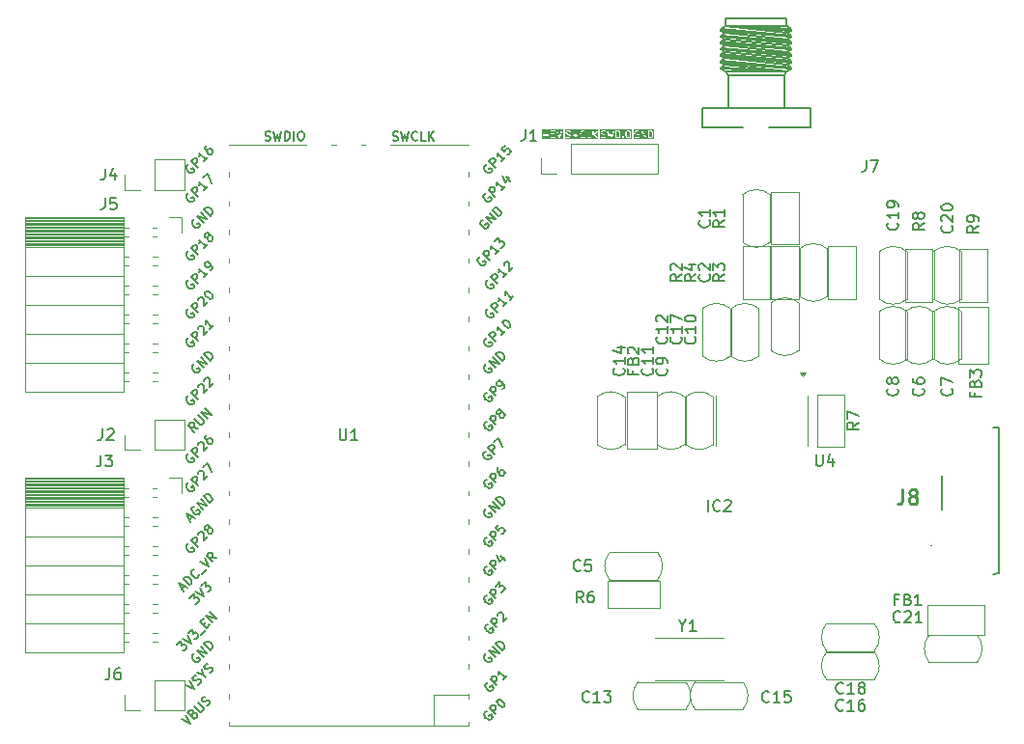
<source format=gbr>
%TF.GenerationSoftware,KiCad,Pcbnew,8.0.2*%
%TF.CreationDate,2024-05-26T23:16:47+07:00*%
%TF.ProjectId,FT600_RP2040,46543630-305f-4525-9032-3034302e6b69,rev?*%
%TF.SameCoordinates,PX7735940PY61c06a0*%
%TF.FileFunction,Legend,Top*%
%TF.FilePolarity,Positive*%
%FSLAX46Y46*%
G04 Gerber Fmt 4.6, Leading zero omitted, Abs format (unit mm)*
G04 Created by KiCad (PCBNEW 8.0.2) date 2024-05-26 23:16:47*
%MOMM*%
%LPD*%
G01*
G04 APERTURE LIST*
%ADD10C,0.100000*%
%ADD11C,0.150000*%
%ADD12C,0.254000*%
%ADD13C,0.200000*%
%ADD14C,0.120000*%
G04 APERTURE END LIST*
D10*
G36*
X47303758Y52961962D02*
G01*
X45445785Y52961962D01*
X45445785Y53326334D01*
X45512452Y53326334D01*
X45512452Y53288066D01*
X45539512Y53261006D01*
X45558646Y53257200D01*
X45739431Y53258645D01*
X45741023Y53059495D01*
X45768083Y53032435D01*
X45806351Y53032435D01*
X45833411Y53059495D01*
X45837217Y53078629D01*
X45835772Y53259415D01*
X46034923Y53261006D01*
X46061983Y53288066D01*
X46061983Y53326334D01*
X46034923Y53353394D01*
X46015789Y53357200D01*
X45835002Y53355756D01*
X45834821Y53378473D01*
X46225062Y53378473D01*
X46226737Y53376426D01*
X46226737Y53373781D01*
X46238638Y53361880D01*
X46249295Y53348854D01*
X46251926Y53348591D01*
X46253796Y53346721D01*
X46270624Y53346721D01*
X46287373Y53345046D01*
X46289420Y53346721D01*
X46292065Y53346721D01*
X46308286Y53357559D01*
X46326460Y53378216D01*
X46365862Y53400228D01*
X46484378Y53403013D01*
X46524198Y53385333D01*
X46543946Y53367958D01*
X46565957Y53328556D01*
X46568742Y53210040D01*
X46551063Y53170222D01*
X46533686Y53150471D01*
X46494287Y53128460D01*
X46375770Y53125675D01*
X46335949Y53143355D01*
X46292065Y53181966D01*
X46253797Y53181966D01*
X46226737Y53154906D01*
X46226737Y53116638D01*
X46237576Y53100417D01*
X46262332Y53078635D01*
X46263731Y53074440D01*
X46279143Y53062478D01*
X46282277Y53061087D01*
X46282369Y53061006D01*
X46282459Y53061006D01*
X46333682Y53038265D01*
X46339512Y53032435D01*
X46352739Y53029804D01*
X46355102Y53028755D01*
X46356189Y53029118D01*
X46358646Y53028629D01*
X46495760Y53031851D01*
X46505047Y53028755D01*
X46518285Y53032380D01*
X46520637Y53032435D01*
X46521447Y53033246D01*
X46523863Y53033907D01*
X46572372Y53061006D01*
X46577781Y53061006D01*
X46594002Y53071845D01*
X46596155Y53074293D01*
X46596419Y53074440D01*
X46596500Y53074686D01*
X46615783Y53096603D01*
X46619977Y53098000D01*
X46631939Y53113412D01*
X46633330Y53116547D01*
X46633411Y53116638D01*
X46633410Y53116728D01*
X46656152Y53167952D01*
X46661982Y53173781D01*
X46664613Y53187009D01*
X46665662Y53189371D01*
X46665299Y53190459D01*
X46665788Y53192915D01*
X46662566Y53330029D01*
X46665662Y53339316D01*
X46662037Y53352555D01*
X46661982Y53354906D01*
X46661171Y53355717D01*
X46660510Y53358132D01*
X46633411Y53406640D01*
X46633411Y53412050D01*
X46622572Y53428271D01*
X46620122Y53430426D01*
X46619977Y53430687D01*
X46619733Y53430769D01*
X46597817Y53450051D01*
X46596419Y53454246D01*
X46581007Y53466207D01*
X46577872Y53467599D01*
X46577780Y53467680D01*
X46577689Y53467680D01*
X46526466Y53490423D01*
X46520637Y53496252D01*
X46507411Y53498883D01*
X46505048Y53499932D01*
X46503959Y53499570D01*
X46501503Y53500058D01*
X46364388Y53496837D01*
X46355101Y53499932D01*
X46341865Y53496308D01*
X46339512Y53496252D01*
X46338700Y53495441D01*
X46336285Y53494779D01*
X46331809Y53492279D01*
X46343781Y53629157D01*
X46606351Y53632435D01*
X46633411Y53659495D01*
X46633411Y53682173D01*
X46737343Y53682173D01*
X46739783Y53662818D01*
X46938408Y53078344D01*
X46937343Y53075085D01*
X46944125Y53061521D01*
X46949444Y53045869D01*
X46952786Y53044198D01*
X46954457Y53040856D01*
X46969493Y53035844D01*
X46983673Y53028754D01*
X46987218Y53029936D01*
X46990761Y53028755D01*
X47004934Y53035842D01*
X47019977Y53040856D01*
X47021648Y53044199D01*
X47024990Y53045869D01*
X47034651Y53062818D01*
X47237091Y53682174D01*
X47219977Y53716402D01*
X47183673Y53728504D01*
X47149444Y53711389D01*
X47139783Y53694441D01*
X46988274Y53230908D01*
X46824990Y53711389D01*
X46790761Y53728503D01*
X46754457Y53716402D01*
X46737343Y53682173D01*
X46633411Y53682173D01*
X46633411Y53697763D01*
X46606351Y53724823D01*
X46587217Y53728629D01*
X46301430Y53725061D01*
X46287061Y53726498D01*
X46285054Y53724857D01*
X46282369Y53724823D01*
X46270469Y53712924D01*
X46257442Y53702265D01*
X46256402Y53698857D01*
X46255309Y53697763D01*
X46255309Y53695271D01*
X46251751Y53683604D01*
X46228138Y53413643D01*
X46226737Y53412050D01*
X46226737Y53397624D01*
X46225062Y53378473D01*
X45834821Y53378473D01*
X45833411Y53554906D01*
X45806351Y53581966D01*
X45768083Y53581966D01*
X45741023Y53554906D01*
X45737217Y53535772D01*
X45738661Y53354986D01*
X45539512Y53353394D01*
X45512452Y53326334D01*
X45445785Y53326334D01*
X45445785Y53795296D01*
X47303758Y53795296D01*
X47303758Y52961962D01*
G37*
G36*
X52092835Y53631195D02*
G01*
X52163815Y53610246D01*
X52206924Y53570299D01*
X52231431Y53526430D01*
X52231567Y53523645D01*
X52259269Y53424619D01*
X52258646Y53421486D01*
X52261233Y53350216D01*
X52260139Y53347899D01*
X52237902Y53247132D01*
X52235353Y53243847D01*
X52215388Y53198880D01*
X52172198Y53152270D01*
X52108693Y53128620D01*
X52108646Y53128629D01*
X52015495Y53126441D01*
X52012401Y53629725D01*
X52092129Y53631598D01*
X52092835Y53631195D01*
G37*
G36*
X53102682Y53613943D02*
G01*
X53148439Y53571542D01*
X53173554Y53481762D01*
X53172931Y53478629D01*
X53176131Y53294370D01*
X53174424Y53290755D01*
X53152869Y53193079D01*
X53114600Y53151779D01*
X53072790Y53128422D01*
X52982526Y53125847D01*
X52943182Y53143315D01*
X52897423Y53185716D01*
X52872308Y53275498D01*
X52872931Y53278629D01*
X52869730Y53462888D01*
X52871438Y53466502D01*
X52892993Y53564182D01*
X52931263Y53605481D01*
X52973072Y53628837D01*
X53063334Y53631412D01*
X53102682Y53613943D01*
G37*
G36*
X53339598Y52961962D02*
G01*
X50563407Y52961962D01*
X50563407Y53564343D01*
X50630074Y53564343D01*
X50632724Y53511229D01*
X50630200Y53503655D01*
X50633748Y53490697D01*
X50633880Y53488066D01*
X50634691Y53487255D01*
X50635353Y53484839D01*
X50662452Y53436332D01*
X50662452Y53430924D01*
X50673290Y53414703D01*
X50675738Y53412549D01*
X50675886Y53412285D01*
X50676131Y53412204D01*
X50698046Y53392922D01*
X50699445Y53388726D01*
X50714857Y53376764D01*
X50717992Y53375373D01*
X50718082Y53375293D01*
X50718170Y53375293D01*
X50763004Y53355389D01*
X50764593Y53352741D01*
X50782233Y53344408D01*
X50883000Y53322172D01*
X50886286Y53319621D01*
X50931340Y53299619D01*
X50951089Y53282243D01*
X50973309Y53242468D01*
X50975024Y53208102D01*
X50958206Y53170222D01*
X50940829Y53150471D01*
X50901430Y53128460D01*
X50782305Y53125661D01*
X50781600Y53126063D01*
X50676529Y53157074D01*
X50642301Y53139960D01*
X50630200Y53103655D01*
X50647314Y53069427D01*
X50664263Y53059766D01*
X50742379Y53036711D01*
X50746655Y53032435D01*
X50765789Y53028629D01*
X50902903Y53031851D01*
X50912190Y53028755D01*
X50925428Y53032380D01*
X50927780Y53032435D01*
X50928590Y53033246D01*
X50931006Y53033907D01*
X50979515Y53061006D01*
X50984924Y53061006D01*
X51001145Y53071845D01*
X51003298Y53074293D01*
X51003562Y53074440D01*
X51003643Y53074686D01*
X51022926Y53096603D01*
X51027120Y53098000D01*
X51039082Y53113412D01*
X51040473Y53116547D01*
X51040554Y53116638D01*
X51040553Y53116728D01*
X51063295Y53167952D01*
X51069125Y53173781D01*
X51071756Y53187009D01*
X51072805Y53189371D01*
X51072442Y53190459D01*
X51072931Y53192915D01*
X51070280Y53246030D01*
X51072805Y53253602D01*
X51069256Y53266560D01*
X51069125Y53269192D01*
X51068313Y53270004D01*
X51067652Y53272418D01*
X51040553Y53320926D01*
X51040554Y53326334D01*
X51029716Y53342555D01*
X51027267Y53344710D01*
X51027120Y53344973D01*
X51026875Y53345055D01*
X51004960Y53364337D01*
X51003562Y53368532D01*
X50988150Y53380493D01*
X50985017Y53381884D01*
X50984924Y53381966D01*
X50984832Y53381966D01*
X50940000Y53401871D01*
X50938412Y53404517D01*
X50920773Y53412850D01*
X50820005Y53435087D01*
X50816721Y53437636D01*
X50771665Y53457640D01*
X50751915Y53475017D01*
X50729695Y53514792D01*
X50727980Y53549157D01*
X50744798Y53587037D01*
X50762176Y53606788D01*
X50801576Y53628799D01*
X50920700Y53631598D01*
X50921406Y53631195D01*
X51026475Y53600184D01*
X51060704Y53617298D01*
X51072805Y53653603D01*
X51056334Y53686543D01*
X51173562Y53686543D01*
X51174292Y53667048D01*
X51318023Y53079018D01*
X51316225Y53072044D01*
X51322287Y53061574D01*
X51325283Y53049316D01*
X51331652Y53045397D01*
X51335399Y53038925D01*
X51347346Y53035740D01*
X51357875Y53029260D01*
X51365148Y53030992D01*
X51372374Y53029065D01*
X51383073Y53035260D01*
X51395102Y53038123D01*
X51399021Y53044493D01*
X51405493Y53048239D01*
X51414101Y53065746D01*
X51479724Y53320225D01*
X51546577Y53077564D01*
X51544990Y53070715D01*
X51551279Y53060495D01*
X51554656Y53048239D01*
X51561127Y53044493D01*
X51565047Y53038123D01*
X51577075Y53035259D01*
X51587774Y53029065D01*
X51594998Y53030992D01*
X51602274Y53029259D01*
X51612805Y53035740D01*
X51624750Y53038925D01*
X51628496Y53045397D01*
X51634866Y53049316D01*
X51643000Y53067048D01*
X51784753Y53678629D01*
X51915789Y53678629D01*
X51919595Y53059495D01*
X51946655Y53032435D01*
X51965789Y53028629D01*
X52099089Y53031761D01*
X52105102Y53028755D01*
X52124457Y53031195D01*
X52204507Y53061006D01*
X52213494Y53061006D01*
X52224808Y53068567D01*
X52227119Y53069427D01*
X52227632Y53070454D01*
X52229715Y53071845D01*
X52278712Y53124721D01*
X52284263Y53126571D01*
X52296225Y53141983D01*
X52297619Y53145125D01*
X52297697Y53145208D01*
X52297697Y53145299D01*
X52317600Y53190131D01*
X52320248Y53191719D01*
X52328581Y53209359D01*
X52351522Y53313321D01*
X52354840Y53316638D01*
X52358646Y53335772D01*
X52355932Y53410515D01*
X52358101Y53414128D01*
X52357153Y53433613D01*
X52328662Y53535460D01*
X52329948Y53539316D01*
X52324796Y53558132D01*
X52297697Y53606640D01*
X52297697Y53612050D01*
X52286858Y53628271D01*
X52284276Y53630664D01*
X52284263Y53630687D01*
X52284243Y53630694D01*
X52232512Y53678629D01*
X52515789Y53678629D01*
X52519595Y53059495D01*
X52546655Y53032435D01*
X52584923Y53032435D01*
X52611983Y53059495D01*
X52615789Y53078629D01*
X52613330Y53478629D01*
X52772931Y53478629D01*
X52776198Y53290525D01*
X52773476Y53285988D01*
X52774424Y53266502D01*
X52805309Y53156097D01*
X52805309Y53145209D01*
X52810548Y53137369D01*
X52811329Y53134577D01*
X52813139Y53133491D01*
X52816148Y53128988D01*
X52869022Y53079992D01*
X52870873Y53074440D01*
X52886285Y53062479D01*
X52889426Y53061085D01*
X52889511Y53061006D01*
X52889603Y53061006D01*
X52940824Y53038265D01*
X52946654Y53032435D01*
X52959881Y53029804D01*
X52962244Y53028755D01*
X52963331Y53029118D01*
X52965788Y53028629D01*
X53074677Y53031736D01*
X53083618Y53028755D01*
X53096807Y53032367D01*
X53099208Y53032435D01*
X53100018Y53033246D01*
X53102434Y53033907D01*
X53150943Y53061006D01*
X53156351Y53061006D01*
X53172572Y53071845D01*
X53174962Y53074425D01*
X53174990Y53074440D01*
X53174997Y53074463D01*
X53225905Y53129400D01*
X53234534Y53134577D01*
X53238518Y53143012D01*
X53240554Y53145208D01*
X53240554Y53147320D01*
X53242867Y53152216D01*
X53265807Y53256178D01*
X53269125Y53259495D01*
X53272931Y53278629D01*
X53269663Y53466734D01*
X53272386Y53471270D01*
X53271438Y53490756D01*
X53240554Y53601161D01*
X53240554Y53612050D01*
X53235314Y53619892D01*
X53234534Y53622681D01*
X53232725Y53623767D01*
X53229715Y53628271D01*
X53176840Y53677266D01*
X53174990Y53682818D01*
X53159578Y53694779D01*
X53156434Y53696175D01*
X53156351Y53696252D01*
X53156260Y53696252D01*
X53105037Y53718994D01*
X53099208Y53724823D01*
X53085980Y53727455D01*
X53083618Y53728503D01*
X53082530Y53728141D01*
X53080074Y53728629D01*
X52971184Y53725523D01*
X52962244Y53728503D01*
X52949056Y53724892D01*
X52946654Y53724823D01*
X52945842Y53724012D01*
X52943428Y53723350D01*
X52894921Y53696252D01*
X52889511Y53696252D01*
X52873290Y53685413D01*
X52870898Y53682833D01*
X52870873Y53682818D01*
X52870866Y53682798D01*
X52819958Y53627859D01*
X52811329Y53622681D01*
X52807343Y53614245D01*
X52805309Y53612049D01*
X52805309Y53609939D01*
X52802996Y53605042D01*
X52780054Y53501081D01*
X52776737Y53497763D01*
X52772931Y53478629D01*
X52613330Y53478629D01*
X52611983Y53697763D01*
X52584923Y53724823D01*
X52546655Y53724823D01*
X52519595Y53697763D01*
X52515789Y53678629D01*
X52232512Y53678629D01*
X52231036Y53679997D01*
X52227119Y53687831D01*
X52215328Y53694552D01*
X52213494Y53696252D01*
X52212346Y53696252D01*
X52210171Y53697492D01*
X52132055Y53720548D01*
X52127780Y53724823D01*
X52108646Y53728629D01*
X51946655Y53724823D01*
X51919595Y53697763D01*
X51915789Y53678629D01*
X51784753Y53678629D01*
X51786588Y53686544D01*
X51766531Y53719135D01*
X51729304Y53727999D01*
X51696712Y53707943D01*
X51688578Y53690211D01*
X51592240Y53274571D01*
X51528043Y53507594D01*
X51529640Y53513786D01*
X51523338Y53524672D01*
X51519779Y53537590D01*
X51513882Y53541004D01*
X51510466Y53546905D01*
X51497903Y53550255D01*
X51486661Y53556764D01*
X51480077Y53555009D01*
X51473490Y53556765D01*
X51462240Y53550252D01*
X51449685Y53546904D01*
X51446270Y53541007D01*
X51440371Y53537591D01*
X51431763Y53520084D01*
X51368920Y53276392D01*
X51263438Y53707942D01*
X51230846Y53727999D01*
X51193619Y53719135D01*
X51173562Y53686543D01*
X51056334Y53686543D01*
X51055690Y53687831D01*
X51038742Y53697492D01*
X50960626Y53720548D01*
X50956351Y53724823D01*
X50937217Y53728629D01*
X50800103Y53725408D01*
X50790816Y53728503D01*
X50777577Y53724879D01*
X50775226Y53724823D01*
X50774415Y53724013D01*
X50772000Y53723351D01*
X50723490Y53696252D01*
X50718082Y53696251D01*
X50701861Y53685413D01*
X50699706Y53682965D01*
X50699445Y53682818D01*
X50699363Y53682575D01*
X50680080Y53660658D01*
X50675886Y53659259D01*
X50663925Y53643847D01*
X50662533Y53640713D01*
X50662452Y53640620D01*
X50662452Y53640530D01*
X50639709Y53589307D01*
X50633880Y53583477D01*
X50631249Y53570252D01*
X50630200Y53567888D01*
X50630562Y53566800D01*
X50630074Y53564343D01*
X50563407Y53564343D01*
X50563407Y53795296D01*
X53339598Y53795296D01*
X53339598Y52961962D01*
G37*
G36*
X50409462Y52961962D02*
G01*
X47463407Y52961962D01*
X47463407Y53564343D01*
X47530074Y53564343D01*
X47532724Y53511229D01*
X47530200Y53503655D01*
X47533748Y53490697D01*
X47533880Y53488066D01*
X47534691Y53487255D01*
X47535353Y53484839D01*
X47562452Y53436332D01*
X47562452Y53430924D01*
X47573290Y53414703D01*
X47575738Y53412549D01*
X47575886Y53412285D01*
X47576131Y53412204D01*
X47598046Y53392922D01*
X47599445Y53388726D01*
X47614857Y53376764D01*
X47617992Y53375373D01*
X47618082Y53375293D01*
X47618170Y53375293D01*
X47663004Y53355389D01*
X47664593Y53352741D01*
X47682233Y53344408D01*
X47783000Y53322172D01*
X47786286Y53319621D01*
X47831340Y53299619D01*
X47851089Y53282243D01*
X47873309Y53242468D01*
X47875024Y53208102D01*
X47858206Y53170222D01*
X47840829Y53150471D01*
X47801430Y53128460D01*
X47682305Y53125661D01*
X47681600Y53126063D01*
X47576529Y53157074D01*
X47542301Y53139960D01*
X47530200Y53103655D01*
X47547314Y53069427D01*
X47564263Y53059766D01*
X47642379Y53036711D01*
X47646655Y53032435D01*
X47665789Y53028629D01*
X47802903Y53031851D01*
X47812190Y53028755D01*
X47825428Y53032380D01*
X47827780Y53032435D01*
X47828590Y53033246D01*
X47831006Y53033907D01*
X47879515Y53061006D01*
X47884924Y53061006D01*
X47901145Y53071845D01*
X47903298Y53074293D01*
X47903562Y53074440D01*
X47903643Y53074686D01*
X47922926Y53096603D01*
X47927120Y53098000D01*
X47939082Y53113412D01*
X47940473Y53116547D01*
X47940554Y53116638D01*
X47940553Y53116728D01*
X47963295Y53167952D01*
X47969125Y53173781D01*
X47971756Y53187009D01*
X47972805Y53189371D01*
X47972442Y53190459D01*
X47972931Y53192915D01*
X47970280Y53246030D01*
X47972805Y53253602D01*
X47969256Y53266560D01*
X47969125Y53269192D01*
X47968313Y53270004D01*
X47967652Y53272418D01*
X47940553Y53320926D01*
X47940554Y53326334D01*
X47929716Y53342555D01*
X47927267Y53344710D01*
X47927120Y53344973D01*
X47926875Y53345055D01*
X47904960Y53364337D01*
X47903562Y53368532D01*
X47888150Y53380493D01*
X47885017Y53381884D01*
X47884924Y53381966D01*
X47884832Y53381966D01*
X47840000Y53401871D01*
X47838412Y53404517D01*
X47820773Y53412850D01*
X47720005Y53435087D01*
X47716721Y53437636D01*
X47671665Y53457640D01*
X47651915Y53475017D01*
X47629695Y53514792D01*
X47627980Y53549157D01*
X47644798Y53587037D01*
X47662176Y53606788D01*
X47701576Y53628799D01*
X47820700Y53631598D01*
X47821406Y53631195D01*
X47926475Y53600184D01*
X47960704Y53617298D01*
X47972805Y53653603D01*
X47956334Y53686543D01*
X48073562Y53686543D01*
X48074292Y53667048D01*
X48218023Y53079018D01*
X48216225Y53072044D01*
X48222287Y53061574D01*
X48225283Y53049316D01*
X48231652Y53045397D01*
X48235399Y53038925D01*
X48247346Y53035740D01*
X48257875Y53029260D01*
X48265148Y53030992D01*
X48272374Y53029065D01*
X48283073Y53035260D01*
X48295102Y53038123D01*
X48299021Y53044493D01*
X48305493Y53048239D01*
X48314101Y53065746D01*
X48379724Y53320225D01*
X48446577Y53077564D01*
X48444990Y53070715D01*
X48451279Y53060495D01*
X48454656Y53048239D01*
X48461127Y53044493D01*
X48465047Y53038123D01*
X48477075Y53035259D01*
X48487774Y53029065D01*
X48494998Y53030992D01*
X48502274Y53029259D01*
X48512805Y53035740D01*
X48524750Y53038925D01*
X48528496Y53045397D01*
X48534866Y53049316D01*
X48543000Y53067048D01*
X48625152Y53421486D01*
X48787217Y53421486D01*
X48789930Y53346745D01*
X48787762Y53343131D01*
X48788710Y53323645D01*
X48817200Y53221799D01*
X48815915Y53217942D01*
X48821067Y53199126D01*
X48848166Y53150618D01*
X48848166Y53145209D01*
X48859005Y53128988D01*
X48861584Y53126598D01*
X48861600Y53126570D01*
X48861622Y53126563D01*
X48914825Y53077262D01*
X48918743Y53069427D01*
X48930532Y53062708D01*
X48932368Y53061006D01*
X48933517Y53061006D01*
X48935692Y53059766D01*
X49013807Y53036711D01*
X49018083Y53032435D01*
X49037217Y53028629D01*
X49040613Y53028799D01*
X49040761Y53028755D01*
X49040873Y53028812D01*
X49086181Y53031073D01*
X49090816Y53028755D01*
X49110171Y53031195D01*
X49190221Y53061006D01*
X49199208Y53061006D01*
X49210522Y53068567D01*
X49212833Y53069427D01*
X49213346Y53070454D01*
X49215429Y53071845D01*
X49254840Y53116638D01*
X49254840Y53154906D01*
X49227780Y53181966D01*
X49189512Y53181966D01*
X49173291Y53171127D01*
X49156107Y53151598D01*
X49094407Y53128620D01*
X49094360Y53128629D01*
X49051568Y53126494D01*
X48982048Y53147013D01*
X48938938Y53186960D01*
X48914431Y53230828D01*
X48914296Y53233613D01*
X48886594Y53332641D01*
X48887217Y53335772D01*
X48884629Y53407043D01*
X48885724Y53409359D01*
X48907960Y53510127D01*
X48910511Y53513412D01*
X48930475Y53558381D01*
X48973665Y53604990D01*
X49037169Y53628639D01*
X49037217Y53628629D01*
X49080008Y53630765D01*
X49149914Y53610132D01*
X49189512Y53575292D01*
X49227780Y53575292D01*
X49254840Y53602352D01*
X49254840Y53640620D01*
X49244001Y53656841D01*
X49219238Y53678629D01*
X49415789Y53678629D01*
X49419595Y53059495D01*
X49446655Y53032435D01*
X49465789Y53028629D01*
X49770637Y53032435D01*
X49797697Y53059495D01*
X49797697Y53097763D01*
X49770637Y53124823D01*
X49751503Y53128629D01*
X49515499Y53125683D01*
X49512101Y53678629D01*
X49901503Y53678629D01*
X49905309Y53059495D01*
X49932369Y53032435D01*
X49970637Y53032435D01*
X49997697Y53059495D01*
X50001503Y53078629D01*
X50000057Y53313818D01*
X50031860Y53346105D01*
X50268885Y53035606D01*
X50306769Y53030194D01*
X50337383Y53053155D01*
X50342795Y53091039D01*
X50334360Y53108629D01*
X50100153Y53415437D01*
X50340554Y53659495D01*
X50340554Y53697763D01*
X50313494Y53724823D01*
X50275226Y53724823D01*
X50259005Y53713984D01*
X50001049Y53452104D01*
X49999215Y53450728D01*
X49997697Y53697763D01*
X49970637Y53724823D01*
X49932369Y53724823D01*
X49905309Y53697763D01*
X49901503Y53678629D01*
X49512101Y53678629D01*
X49511983Y53697763D01*
X49484923Y53724823D01*
X49446655Y53724823D01*
X49419595Y53697763D01*
X49415789Y53678629D01*
X49219238Y53678629D01*
X49216017Y53681463D01*
X49212833Y53687831D01*
X49201319Y53694394D01*
X49199208Y53696252D01*
X49198060Y53696252D01*
X49195885Y53697492D01*
X49117769Y53720548D01*
X49113494Y53724823D01*
X49094360Y53728629D01*
X49090963Y53728460D01*
X49090816Y53728503D01*
X49090703Y53728447D01*
X49045395Y53726186D01*
X49040761Y53728503D01*
X49021405Y53726063D01*
X48941355Y53696252D01*
X48932368Y53696252D01*
X48921053Y53688692D01*
X48918743Y53687831D01*
X48918229Y53686805D01*
X48916147Y53685413D01*
X48867152Y53632539D01*
X48861600Y53630688D01*
X48849639Y53615276D01*
X48848243Y53612133D01*
X48848166Y53612049D01*
X48848166Y53611959D01*
X48828261Y53567127D01*
X48825615Y53565538D01*
X48817282Y53547899D01*
X48794340Y53443938D01*
X48791023Y53440620D01*
X48787217Y53421486D01*
X48625152Y53421486D01*
X48686588Y53686544D01*
X48666531Y53719135D01*
X48629304Y53727999D01*
X48596712Y53707943D01*
X48588578Y53690211D01*
X48492240Y53274571D01*
X48428043Y53507594D01*
X48429640Y53513786D01*
X48423338Y53524672D01*
X48419779Y53537590D01*
X48413882Y53541004D01*
X48410466Y53546905D01*
X48397903Y53550255D01*
X48386661Y53556764D01*
X48380077Y53555009D01*
X48373490Y53556765D01*
X48362240Y53550252D01*
X48349685Y53546904D01*
X48346270Y53541007D01*
X48340371Y53537591D01*
X48331763Y53520084D01*
X48268920Y53276392D01*
X48163438Y53707942D01*
X48130846Y53727999D01*
X48093619Y53719135D01*
X48073562Y53686543D01*
X47956334Y53686543D01*
X47955690Y53687831D01*
X47938742Y53697492D01*
X47860626Y53720548D01*
X47856351Y53724823D01*
X47837217Y53728629D01*
X47700103Y53725408D01*
X47690816Y53728503D01*
X47677577Y53724879D01*
X47675226Y53724823D01*
X47674415Y53724013D01*
X47672000Y53723351D01*
X47623490Y53696252D01*
X47618082Y53696251D01*
X47601861Y53685413D01*
X47599706Y53682965D01*
X47599445Y53682818D01*
X47599363Y53682575D01*
X47580080Y53660658D01*
X47575886Y53659259D01*
X47563925Y53643847D01*
X47562533Y53640713D01*
X47562452Y53640620D01*
X47562452Y53640530D01*
X47539709Y53589307D01*
X47533880Y53583477D01*
X47531249Y53570252D01*
X47530200Y53567888D01*
X47530562Y53566800D01*
X47530074Y53564343D01*
X47463407Y53564343D01*
X47463407Y53795296D01*
X50409462Y53795296D01*
X50409462Y52961962D01*
G37*
G36*
X54964263Y53631195D02*
G01*
X55035243Y53610246D01*
X55078352Y53570299D01*
X55102859Y53526430D01*
X55102995Y53523645D01*
X55130697Y53424619D01*
X55130074Y53421486D01*
X55132661Y53350216D01*
X55131567Y53347899D01*
X55109330Y53247132D01*
X55106781Y53243847D01*
X55086816Y53198880D01*
X55043626Y53152270D01*
X54980121Y53128620D01*
X54980074Y53128629D01*
X54886923Y53126441D01*
X54883829Y53629725D01*
X54963557Y53631598D01*
X54964263Y53631195D01*
G37*
G36*
X55296741Y52961962D02*
G01*
X53463407Y52961962D01*
X53463407Y53421486D01*
X53530074Y53421486D01*
X53532787Y53346745D01*
X53530619Y53343131D01*
X53531567Y53323645D01*
X53560057Y53221799D01*
X53558772Y53217942D01*
X53563924Y53199126D01*
X53591023Y53150618D01*
X53591023Y53145209D01*
X53601862Y53128988D01*
X53604441Y53126598D01*
X53604457Y53126570D01*
X53604479Y53126563D01*
X53657682Y53077262D01*
X53661600Y53069427D01*
X53673389Y53062708D01*
X53675225Y53061006D01*
X53676374Y53061006D01*
X53678549Y53059766D01*
X53756664Y53036711D01*
X53760940Y53032435D01*
X53780074Y53028629D01*
X53783470Y53028799D01*
X53783618Y53028755D01*
X53783730Y53028812D01*
X53829038Y53031073D01*
X53833673Y53028755D01*
X53853028Y53031195D01*
X53933078Y53061006D01*
X53942065Y53061006D01*
X53953379Y53068567D01*
X53955690Y53069427D01*
X53956203Y53070454D01*
X53958286Y53071845D01*
X53997697Y53116638D01*
X54001503Y53135772D01*
X53997697Y53354906D01*
X53970637Y53381966D01*
X53951503Y53385772D01*
X53818083Y53381966D01*
X53791023Y53354906D01*
X53791023Y53316638D01*
X53818083Y53289578D01*
X53837217Y53285772D01*
X53902339Y53287630D01*
X53904590Y53157992D01*
X53898964Y53151598D01*
X53837264Y53128620D01*
X53837217Y53128629D01*
X53794425Y53126494D01*
X53724905Y53147013D01*
X53681795Y53186960D01*
X53657288Y53230828D01*
X53657153Y53233613D01*
X53629451Y53332641D01*
X53630074Y53335772D01*
X53627486Y53407043D01*
X53628581Y53409359D01*
X53650817Y53510127D01*
X53653368Y53513412D01*
X53673332Y53558381D01*
X53716522Y53604990D01*
X53780026Y53628639D01*
X53780074Y53628629D01*
X53849631Y53631154D01*
X53919387Y53600184D01*
X53955691Y53612285D01*
X53972805Y53646513D01*
X53962100Y53678629D01*
X54158646Y53678629D01*
X54162452Y53059495D01*
X54189512Y53032435D01*
X54227780Y53032435D01*
X54254840Y53059495D01*
X54258646Y53078629D01*
X54256075Y53496810D01*
X54505268Y53066097D01*
X54505309Y53059495D01*
X54514274Y53050530D01*
X54520889Y53039097D01*
X54527513Y53037291D01*
X54532369Y53032435D01*
X54545317Y53032435D01*
X54557809Y53029028D01*
X54563771Y53032435D01*
X54570637Y53032435D01*
X54579790Y53041589D01*
X54591035Y53048014D01*
X54592842Y53054641D01*
X54597697Y53059495D01*
X54601503Y53078629D01*
X54597815Y53678629D01*
X54787217Y53678629D01*
X54791023Y53059495D01*
X54818083Y53032435D01*
X54837217Y53028629D01*
X54970517Y53031761D01*
X54976530Y53028755D01*
X54995885Y53031195D01*
X55075935Y53061006D01*
X55084922Y53061006D01*
X55096236Y53068567D01*
X55098547Y53069427D01*
X55099060Y53070454D01*
X55101143Y53071845D01*
X55150140Y53124721D01*
X55155691Y53126571D01*
X55167653Y53141983D01*
X55169047Y53145125D01*
X55169125Y53145208D01*
X55169125Y53145299D01*
X55189028Y53190131D01*
X55191676Y53191719D01*
X55200009Y53209359D01*
X55222950Y53313321D01*
X55226268Y53316638D01*
X55230074Y53335772D01*
X55227360Y53410515D01*
X55229529Y53414128D01*
X55228581Y53433613D01*
X55200090Y53535460D01*
X55201376Y53539316D01*
X55196224Y53558132D01*
X55169125Y53606640D01*
X55169125Y53612050D01*
X55158286Y53628271D01*
X55155704Y53630664D01*
X55155691Y53630687D01*
X55155671Y53630694D01*
X55102464Y53679997D01*
X55098547Y53687831D01*
X55086756Y53694552D01*
X55084922Y53696252D01*
X55083774Y53696252D01*
X55081599Y53697492D01*
X55003483Y53720548D01*
X54999208Y53724823D01*
X54980074Y53728629D01*
X54818083Y53724823D01*
X54791023Y53697763D01*
X54787217Y53678629D01*
X54597815Y53678629D01*
X54597697Y53697763D01*
X54570637Y53724823D01*
X54532369Y53724823D01*
X54505309Y53697763D01*
X54501503Y53678629D01*
X54504073Y53260450D01*
X54254880Y53691164D01*
X54254840Y53697763D01*
X54245876Y53706727D01*
X54239261Y53718161D01*
X54232634Y53719969D01*
X54227780Y53724823D01*
X54214833Y53724823D01*
X54202340Y53728230D01*
X54196378Y53724823D01*
X54189512Y53724823D01*
X54180358Y53715670D01*
X54169114Y53709244D01*
X54167306Y53702618D01*
X54162452Y53697763D01*
X54158646Y53678629D01*
X53962100Y53678629D01*
X53960704Y53682818D01*
X53945292Y53694779D01*
X53890752Y53718994D01*
X53884923Y53724823D01*
X53871697Y53727454D01*
X53869334Y53728503D01*
X53868245Y53728141D01*
X53865789Y53728629D01*
X53788945Y53725840D01*
X53783618Y53728503D01*
X53764262Y53726063D01*
X53684212Y53696252D01*
X53675225Y53696252D01*
X53663910Y53688692D01*
X53661600Y53687831D01*
X53661086Y53686805D01*
X53659004Y53685413D01*
X53610009Y53632539D01*
X53604457Y53630688D01*
X53592496Y53615276D01*
X53591100Y53612133D01*
X53591023Y53612049D01*
X53591023Y53611959D01*
X53571118Y53567127D01*
X53568472Y53565538D01*
X53560139Y53547899D01*
X53537197Y53443938D01*
X53533880Y53440620D01*
X53530074Y53421486D01*
X53463407Y53421486D01*
X53463407Y53795296D01*
X55296741Y53795296D01*
X55296741Y52961962D01*
G37*
D11*
X48833333Y15140420D02*
X48785714Y15092800D01*
X48785714Y15092800D02*
X48642857Y15045181D01*
X48642857Y15045181D02*
X48547619Y15045181D01*
X48547619Y15045181D02*
X48404762Y15092800D01*
X48404762Y15092800D02*
X48309524Y15188039D01*
X48309524Y15188039D02*
X48261905Y15283277D01*
X48261905Y15283277D02*
X48214286Y15473753D01*
X48214286Y15473753D02*
X48214286Y15616610D01*
X48214286Y15616610D02*
X48261905Y15807086D01*
X48261905Y15807086D02*
X48309524Y15902324D01*
X48309524Y15902324D02*
X48404762Y15997562D01*
X48404762Y15997562D02*
X48547619Y16045181D01*
X48547619Y16045181D02*
X48642857Y16045181D01*
X48642857Y16045181D02*
X48785714Y15997562D01*
X48785714Y15997562D02*
X48833333Y15949943D01*
X49738095Y16045181D02*
X49261905Y16045181D01*
X49261905Y16045181D02*
X49214286Y15568991D01*
X49214286Y15568991D02*
X49261905Y15616610D01*
X49261905Y15616610D02*
X49357143Y15664229D01*
X49357143Y15664229D02*
X49595238Y15664229D01*
X49595238Y15664229D02*
X49690476Y15616610D01*
X49690476Y15616610D02*
X49738095Y15568991D01*
X49738095Y15568991D02*
X49785714Y15473753D01*
X49785714Y15473753D02*
X49785714Y15235658D01*
X49785714Y15235658D02*
X49738095Y15140420D01*
X49738095Y15140420D02*
X49690476Y15092800D01*
X49690476Y15092800D02*
X49595238Y15045181D01*
X49595238Y15045181D02*
X49357143Y15045181D01*
X49357143Y15045181D02*
X49261905Y15092800D01*
X49261905Y15092800D02*
X49214286Y15140420D01*
D12*
X77076667Y22195682D02*
X77076667Y21288539D01*
X77076667Y21288539D02*
X77016190Y21107111D01*
X77016190Y21107111D02*
X76895238Y20986158D01*
X76895238Y20986158D02*
X76713809Y20925682D01*
X76713809Y20925682D02*
X76592857Y20925682D01*
X77862857Y21651397D02*
X77741905Y21711873D01*
X77741905Y21711873D02*
X77681428Y21772349D01*
X77681428Y21772349D02*
X77620952Y21893301D01*
X77620952Y21893301D02*
X77620952Y21953778D01*
X77620952Y21953778D02*
X77681428Y22074730D01*
X77681428Y22074730D02*
X77741905Y22135206D01*
X77741905Y22135206D02*
X77862857Y22195682D01*
X77862857Y22195682D02*
X78104762Y22195682D01*
X78104762Y22195682D02*
X78225714Y22135206D01*
X78225714Y22135206D02*
X78286190Y22074730D01*
X78286190Y22074730D02*
X78346667Y21953778D01*
X78346667Y21953778D02*
X78346667Y21893301D01*
X78346667Y21893301D02*
X78286190Y21772349D01*
X78286190Y21772349D02*
X78225714Y21711873D01*
X78225714Y21711873D02*
X78104762Y21651397D01*
X78104762Y21651397D02*
X77862857Y21651397D01*
X77862857Y21651397D02*
X77741905Y21590920D01*
X77741905Y21590920D02*
X77681428Y21530444D01*
X77681428Y21530444D02*
X77620952Y21409492D01*
X77620952Y21409492D02*
X77620952Y21167587D01*
X77620952Y21167587D02*
X77681428Y21046635D01*
X77681428Y21046635D02*
X77741905Y20986158D01*
X77741905Y20986158D02*
X77862857Y20925682D01*
X77862857Y20925682D02*
X78104762Y20925682D01*
X78104762Y20925682D02*
X78225714Y20986158D01*
X78225714Y20986158D02*
X78286190Y21046635D01*
X78286190Y21046635D02*
X78346667Y21167587D01*
X78346667Y21167587D02*
X78346667Y21409492D01*
X78346667Y21409492D02*
X78286190Y21530444D01*
X78286190Y21530444D02*
X78225714Y21590920D01*
X78225714Y21590920D02*
X78104762Y21651397D01*
D13*
X27738095Y27547781D02*
X27738095Y26738258D01*
X27738095Y26738258D02*
X27785714Y26643020D01*
X27785714Y26643020D02*
X27833333Y26595400D01*
X27833333Y26595400D02*
X27928571Y26547781D01*
X27928571Y26547781D02*
X28119047Y26547781D01*
X28119047Y26547781D02*
X28214285Y26595400D01*
X28214285Y26595400D02*
X28261904Y26643020D01*
X28261904Y26643020D02*
X28309523Y26738258D01*
X28309523Y26738258D02*
X28309523Y27547781D01*
X29309523Y26547781D02*
X28738095Y26547781D01*
X29023809Y26547781D02*
X29023809Y27547781D01*
X29023809Y27547781D02*
X28928571Y27404924D01*
X28928571Y27404924D02*
X28833333Y27309686D01*
X28833333Y27309686D02*
X28738095Y27262067D01*
D11*
X40597998Y50739132D02*
X40517185Y50712195D01*
X40517185Y50712195D02*
X40436373Y50631382D01*
X40436373Y50631382D02*
X40382498Y50523633D01*
X40382498Y50523633D02*
X40382498Y50415883D01*
X40382498Y50415883D02*
X40409436Y50335071D01*
X40409436Y50335071D02*
X40490248Y50200384D01*
X40490248Y50200384D02*
X40571060Y50119572D01*
X40571060Y50119572D02*
X40705747Y50038759D01*
X40705747Y50038759D02*
X40786560Y50011822D01*
X40786560Y50011822D02*
X40894309Y50011822D01*
X40894309Y50011822D02*
X41002059Y50065697D01*
X41002059Y50065697D02*
X41055934Y50119572D01*
X41055934Y50119572D02*
X41109808Y50227321D01*
X41109808Y50227321D02*
X41109808Y50281196D01*
X41109808Y50281196D02*
X40921247Y50469758D01*
X40921247Y50469758D02*
X40813497Y50362008D01*
X41406120Y50469758D02*
X40840434Y51035443D01*
X40840434Y51035443D02*
X41055934Y51250943D01*
X41055934Y51250943D02*
X41136746Y51277880D01*
X41136746Y51277880D02*
X41190621Y51277880D01*
X41190621Y51277880D02*
X41271433Y51250943D01*
X41271433Y51250943D02*
X41352245Y51170130D01*
X41352245Y51170130D02*
X41379182Y51089318D01*
X41379182Y51089318D02*
X41379182Y51035443D01*
X41379182Y51035443D02*
X41352245Y50954631D01*
X41352245Y50954631D02*
X41136746Y50739132D01*
X42268117Y51331755D02*
X41944868Y51008506D01*
X42106492Y51170130D02*
X41540807Y51735816D01*
X41540807Y51735816D02*
X41567744Y51601129D01*
X41567744Y51601129D02*
X41567744Y51493379D01*
X41567744Y51493379D02*
X41540807Y51412567D01*
X42214242Y52409251D02*
X41944868Y52139877D01*
X41944868Y52139877D02*
X42187305Y51843566D01*
X42187305Y51843566D02*
X42187305Y51897440D01*
X42187305Y51897440D02*
X42214242Y51978253D01*
X42214242Y51978253D02*
X42348929Y52112940D01*
X42348929Y52112940D02*
X42429741Y52139877D01*
X42429741Y52139877D02*
X42483616Y52139877D01*
X42483616Y52139877D02*
X42564428Y52112940D01*
X42564428Y52112940D02*
X42699115Y51978253D01*
X42699115Y51978253D02*
X42726053Y51897440D01*
X42726053Y51897440D02*
X42726053Y51843566D01*
X42726053Y51843566D02*
X42699115Y51762753D01*
X42699115Y51762753D02*
X42564428Y51628066D01*
X42564428Y51628066D02*
X42483616Y51601129D01*
X42483616Y51601129D02*
X42429741Y51601129D01*
X14986435Y45901569D02*
X14905623Y45874632D01*
X14905623Y45874632D02*
X14824811Y45793820D01*
X14824811Y45793820D02*
X14770936Y45686070D01*
X14770936Y45686070D02*
X14770936Y45578320D01*
X14770936Y45578320D02*
X14797873Y45497508D01*
X14797873Y45497508D02*
X14878685Y45362821D01*
X14878685Y45362821D02*
X14959498Y45282009D01*
X14959498Y45282009D02*
X15094185Y45201197D01*
X15094185Y45201197D02*
X15174997Y45174259D01*
X15174997Y45174259D02*
X15282746Y45174259D01*
X15282746Y45174259D02*
X15390496Y45228134D01*
X15390496Y45228134D02*
X15444371Y45282009D01*
X15444371Y45282009D02*
X15498246Y45389759D01*
X15498246Y45389759D02*
X15498246Y45443633D01*
X15498246Y45443633D02*
X15309684Y45632195D01*
X15309684Y45632195D02*
X15201934Y45524446D01*
X15794557Y45632195D02*
X15228872Y46197881D01*
X15228872Y46197881D02*
X16117806Y45955444D01*
X16117806Y45955444D02*
X15552120Y46521129D01*
X16387180Y46224818D02*
X15821494Y46790503D01*
X15821494Y46790503D02*
X15956181Y46925190D01*
X15956181Y46925190D02*
X16063931Y46979065D01*
X16063931Y46979065D02*
X16171680Y46979065D01*
X16171680Y46979065D02*
X16252493Y46952128D01*
X16252493Y46952128D02*
X16387180Y46871315D01*
X16387180Y46871315D02*
X16467992Y46790503D01*
X16467992Y46790503D02*
X16548804Y46655816D01*
X16548804Y46655816D02*
X16575741Y46575004D01*
X16575741Y46575004D02*
X16575741Y46467254D01*
X16575741Y46467254D02*
X16521867Y46359505D01*
X16521867Y46359505D02*
X16387180Y46224818D01*
X14489998Y40579132D02*
X14409185Y40552195D01*
X14409185Y40552195D02*
X14328373Y40471382D01*
X14328373Y40471382D02*
X14274498Y40363633D01*
X14274498Y40363633D02*
X14274498Y40255883D01*
X14274498Y40255883D02*
X14301436Y40175071D01*
X14301436Y40175071D02*
X14382248Y40040384D01*
X14382248Y40040384D02*
X14463060Y39959572D01*
X14463060Y39959572D02*
X14597747Y39878759D01*
X14597747Y39878759D02*
X14678560Y39851822D01*
X14678560Y39851822D02*
X14786309Y39851822D01*
X14786309Y39851822D02*
X14894059Y39905697D01*
X14894059Y39905697D02*
X14947934Y39959572D01*
X14947934Y39959572D02*
X15001808Y40067321D01*
X15001808Y40067321D02*
X15001808Y40121196D01*
X15001808Y40121196D02*
X14813247Y40309758D01*
X14813247Y40309758D02*
X14705497Y40202008D01*
X15298120Y40309758D02*
X14732434Y40875443D01*
X14732434Y40875443D02*
X14947934Y41090943D01*
X14947934Y41090943D02*
X15028746Y41117880D01*
X15028746Y41117880D02*
X15082621Y41117880D01*
X15082621Y41117880D02*
X15163433Y41090943D01*
X15163433Y41090943D02*
X15244245Y41010130D01*
X15244245Y41010130D02*
X15271182Y40929318D01*
X15271182Y40929318D02*
X15271182Y40875443D01*
X15271182Y40875443D02*
X15244245Y40794631D01*
X15244245Y40794631D02*
X15028746Y40579132D01*
X16160117Y41171755D02*
X15836868Y40848506D01*
X15998492Y41010130D02*
X15432807Y41575816D01*
X15432807Y41575816D02*
X15459744Y41441129D01*
X15459744Y41441129D02*
X15459744Y41333379D01*
X15459744Y41333379D02*
X15432807Y41252567D01*
X16429491Y41441129D02*
X16537240Y41548879D01*
X16537240Y41548879D02*
X16564178Y41629691D01*
X16564178Y41629691D02*
X16564178Y41683566D01*
X16564178Y41683566D02*
X16537240Y41818253D01*
X16537240Y41818253D02*
X16456428Y41952940D01*
X16456428Y41952940D02*
X16240929Y42168439D01*
X16240929Y42168439D02*
X16160117Y42195376D01*
X16160117Y42195376D02*
X16106242Y42195376D01*
X16106242Y42195376D02*
X16025430Y42168439D01*
X16025430Y42168439D02*
X15917680Y42060689D01*
X15917680Y42060689D02*
X15890743Y41979877D01*
X15890743Y41979877D02*
X15890743Y41926002D01*
X15890743Y41926002D02*
X15917680Y41845190D01*
X15917680Y41845190D02*
X16052367Y41710503D01*
X16052367Y41710503D02*
X16133179Y41683566D01*
X16133179Y41683566D02*
X16187054Y41683566D01*
X16187054Y41683566D02*
X16267866Y41710503D01*
X16267866Y41710503D02*
X16375616Y41818253D01*
X16375616Y41818253D02*
X16402553Y41899065D01*
X16402553Y41899065D02*
X16402553Y41952940D01*
X16402553Y41952940D02*
X16375616Y42033752D01*
X40586435Y33201569D02*
X40505623Y33174632D01*
X40505623Y33174632D02*
X40424811Y33093820D01*
X40424811Y33093820D02*
X40370936Y32986070D01*
X40370936Y32986070D02*
X40370936Y32878320D01*
X40370936Y32878320D02*
X40397873Y32797508D01*
X40397873Y32797508D02*
X40478685Y32662821D01*
X40478685Y32662821D02*
X40559498Y32582009D01*
X40559498Y32582009D02*
X40694185Y32501197D01*
X40694185Y32501197D02*
X40774997Y32474259D01*
X40774997Y32474259D02*
X40882746Y32474259D01*
X40882746Y32474259D02*
X40990496Y32528134D01*
X40990496Y32528134D02*
X41044371Y32582009D01*
X41044371Y32582009D02*
X41098246Y32689759D01*
X41098246Y32689759D02*
X41098246Y32743633D01*
X41098246Y32743633D02*
X40909684Y32932195D01*
X40909684Y32932195D02*
X40801934Y32824446D01*
X41394557Y32932195D02*
X40828872Y33497881D01*
X40828872Y33497881D02*
X41717806Y33255444D01*
X41717806Y33255444D02*
X41152120Y33821129D01*
X41987180Y33524818D02*
X41421494Y34090503D01*
X41421494Y34090503D02*
X41556181Y34225190D01*
X41556181Y34225190D02*
X41663931Y34279065D01*
X41663931Y34279065D02*
X41771680Y34279065D01*
X41771680Y34279065D02*
X41852493Y34252128D01*
X41852493Y34252128D02*
X41987180Y34171315D01*
X41987180Y34171315D02*
X42067992Y34090503D01*
X42067992Y34090503D02*
X42148804Y33955816D01*
X42148804Y33955816D02*
X42175741Y33875004D01*
X42175741Y33875004D02*
X42175741Y33767254D01*
X42175741Y33767254D02*
X42121867Y33659505D01*
X42121867Y33659505D02*
X41987180Y33524818D01*
X40043998Y42609132D02*
X39963185Y42582195D01*
X39963185Y42582195D02*
X39882373Y42501382D01*
X39882373Y42501382D02*
X39828498Y42393633D01*
X39828498Y42393633D02*
X39828498Y42285883D01*
X39828498Y42285883D02*
X39855436Y42205071D01*
X39855436Y42205071D02*
X39936248Y42070384D01*
X39936248Y42070384D02*
X40017060Y41989572D01*
X40017060Y41989572D02*
X40151747Y41908759D01*
X40151747Y41908759D02*
X40232560Y41881822D01*
X40232560Y41881822D02*
X40340309Y41881822D01*
X40340309Y41881822D02*
X40448059Y41935697D01*
X40448059Y41935697D02*
X40501934Y41989572D01*
X40501934Y41989572D02*
X40555808Y42097321D01*
X40555808Y42097321D02*
X40555808Y42151196D01*
X40555808Y42151196D02*
X40367247Y42339758D01*
X40367247Y42339758D02*
X40259497Y42232008D01*
X40852120Y42339758D02*
X40286434Y42905443D01*
X40286434Y42905443D02*
X40501934Y43120943D01*
X40501934Y43120943D02*
X40582746Y43147880D01*
X40582746Y43147880D02*
X40636621Y43147880D01*
X40636621Y43147880D02*
X40717433Y43120943D01*
X40717433Y43120943D02*
X40798245Y43040130D01*
X40798245Y43040130D02*
X40825182Y42959318D01*
X40825182Y42959318D02*
X40825182Y42905443D01*
X40825182Y42905443D02*
X40798245Y42824631D01*
X40798245Y42824631D02*
X40582746Y42609132D01*
X41714117Y43201755D02*
X41390868Y42878506D01*
X41552492Y43040130D02*
X40986807Y43605816D01*
X40986807Y43605816D02*
X41013744Y43471129D01*
X41013744Y43471129D02*
X41013744Y43363379D01*
X41013744Y43363379D02*
X40986807Y43282567D01*
X41336993Y43956002D02*
X41687179Y44306188D01*
X41687179Y44306188D02*
X41714117Y43902127D01*
X41714117Y43902127D02*
X41794929Y43982940D01*
X41794929Y43982940D02*
X41875741Y44009877D01*
X41875741Y44009877D02*
X41929616Y44009877D01*
X41929616Y44009877D02*
X42010428Y43982940D01*
X42010428Y43982940D02*
X42145115Y43848253D01*
X42145115Y43848253D02*
X42172053Y43767440D01*
X42172053Y43767440D02*
X42172053Y43713566D01*
X42172053Y43713566D02*
X42145115Y43632753D01*
X42145115Y43632753D02*
X41983491Y43471129D01*
X41983491Y43471129D02*
X41902679Y43444192D01*
X41902679Y43444192D02*
X41848804Y43444192D01*
X14489998Y43119132D02*
X14409185Y43092195D01*
X14409185Y43092195D02*
X14328373Y43011382D01*
X14328373Y43011382D02*
X14274498Y42903633D01*
X14274498Y42903633D02*
X14274498Y42795883D01*
X14274498Y42795883D02*
X14301436Y42715071D01*
X14301436Y42715071D02*
X14382248Y42580384D01*
X14382248Y42580384D02*
X14463060Y42499572D01*
X14463060Y42499572D02*
X14597747Y42418759D01*
X14597747Y42418759D02*
X14678560Y42391822D01*
X14678560Y42391822D02*
X14786309Y42391822D01*
X14786309Y42391822D02*
X14894059Y42445697D01*
X14894059Y42445697D02*
X14947934Y42499572D01*
X14947934Y42499572D02*
X15001808Y42607321D01*
X15001808Y42607321D02*
X15001808Y42661196D01*
X15001808Y42661196D02*
X14813247Y42849758D01*
X14813247Y42849758D02*
X14705497Y42742008D01*
X15298120Y42849758D02*
X14732434Y43415443D01*
X14732434Y43415443D02*
X14947934Y43630943D01*
X14947934Y43630943D02*
X15028746Y43657880D01*
X15028746Y43657880D02*
X15082621Y43657880D01*
X15082621Y43657880D02*
X15163433Y43630943D01*
X15163433Y43630943D02*
X15244245Y43550130D01*
X15244245Y43550130D02*
X15271182Y43469318D01*
X15271182Y43469318D02*
X15271182Y43415443D01*
X15271182Y43415443D02*
X15244245Y43334631D01*
X15244245Y43334631D02*
X15028746Y43119132D01*
X16160117Y43711755D02*
X15836868Y43388506D01*
X15998492Y43550130D02*
X15432807Y44115816D01*
X15432807Y44115816D02*
X15459744Y43981129D01*
X15459744Y43981129D02*
X15459744Y43873379D01*
X15459744Y43873379D02*
X15432807Y43792567D01*
X16160117Y44358253D02*
X16079305Y44331315D01*
X16079305Y44331315D02*
X16025430Y44331315D01*
X16025430Y44331315D02*
X15944618Y44358253D01*
X15944618Y44358253D02*
X15917680Y44385190D01*
X15917680Y44385190D02*
X15890743Y44466002D01*
X15890743Y44466002D02*
X15890743Y44519877D01*
X15890743Y44519877D02*
X15917680Y44600689D01*
X15917680Y44600689D02*
X16025430Y44708439D01*
X16025430Y44708439D02*
X16106242Y44735376D01*
X16106242Y44735376D02*
X16160117Y44735376D01*
X16160117Y44735376D02*
X16240929Y44708439D01*
X16240929Y44708439D02*
X16267866Y44681501D01*
X16267866Y44681501D02*
X16294804Y44600689D01*
X16294804Y44600689D02*
X16294804Y44546814D01*
X16294804Y44546814D02*
X16267866Y44466002D01*
X16267866Y44466002D02*
X16160117Y44358253D01*
X16160117Y44358253D02*
X16133179Y44277440D01*
X16133179Y44277440D02*
X16133179Y44223566D01*
X16133179Y44223566D02*
X16160117Y44142753D01*
X16160117Y44142753D02*
X16267866Y44035004D01*
X16267866Y44035004D02*
X16348679Y44008066D01*
X16348679Y44008066D02*
X16402553Y44008066D01*
X16402553Y44008066D02*
X16483366Y44035004D01*
X16483366Y44035004D02*
X16591115Y44142753D01*
X16591115Y44142753D02*
X16618053Y44223566D01*
X16618053Y44223566D02*
X16618053Y44277440D01*
X16618053Y44277440D02*
X16591115Y44358253D01*
X16591115Y44358253D02*
X16483366Y44466002D01*
X16483366Y44466002D02*
X16402553Y44492940D01*
X16402553Y44492940D02*
X16348679Y44492940D01*
X16348679Y44492940D02*
X16267866Y44466002D01*
X14220749Y5089758D02*
X14974996Y4712634D01*
X14974996Y4712634D02*
X14597873Y5466882D01*
X15298245Y5089758D02*
X15405995Y5143633D01*
X15405995Y5143633D02*
X15540682Y5278320D01*
X15540682Y5278320D02*
X15567619Y5359132D01*
X15567619Y5359132D02*
X15567619Y5413007D01*
X15567619Y5413007D02*
X15540682Y5493819D01*
X15540682Y5493819D02*
X15486807Y5547694D01*
X15486807Y5547694D02*
X15405995Y5574631D01*
X15405995Y5574631D02*
X15352120Y5574631D01*
X15352120Y5574631D02*
X15271308Y5547694D01*
X15271308Y5547694D02*
X15136621Y5466882D01*
X15136621Y5466882D02*
X15055808Y5439944D01*
X15055808Y5439944D02*
X15001934Y5439944D01*
X15001934Y5439944D02*
X14921121Y5466882D01*
X14921121Y5466882D02*
X14867247Y5520756D01*
X14867247Y5520756D02*
X14840309Y5601569D01*
X14840309Y5601569D02*
X14840309Y5655443D01*
X14840309Y5655443D02*
X14867247Y5736256D01*
X14867247Y5736256D02*
X15001934Y5870943D01*
X15001934Y5870943D02*
X15109683Y5924817D01*
X15729244Y6005630D02*
X15998618Y5736256D01*
X15244370Y6113379D02*
X15729244Y6005630D01*
X15729244Y6005630D02*
X15621494Y6490503D01*
X16321866Y6113379D02*
X16429616Y6167254D01*
X16429616Y6167254D02*
X16564303Y6301941D01*
X16564303Y6301941D02*
X16591240Y6382753D01*
X16591240Y6382753D02*
X16591240Y6436628D01*
X16591240Y6436628D02*
X16564303Y6517440D01*
X16564303Y6517440D02*
X16510428Y6571315D01*
X16510428Y6571315D02*
X16429616Y6598252D01*
X16429616Y6598252D02*
X16375741Y6598252D01*
X16375741Y6598252D02*
X16294929Y6571315D01*
X16294929Y6571315D02*
X16160242Y6490503D01*
X16160242Y6490503D02*
X16079430Y6463565D01*
X16079430Y6463565D02*
X16025555Y6463565D01*
X16025555Y6463565D02*
X15944743Y6490503D01*
X15944743Y6490503D02*
X15890868Y6544378D01*
X15890868Y6544378D02*
X15863930Y6625190D01*
X15863930Y6625190D02*
X15863930Y6679065D01*
X15863930Y6679065D02*
X15890868Y6759877D01*
X15890868Y6759877D02*
X16025555Y6894564D01*
X16025555Y6894564D02*
X16133304Y6948439D01*
X40613372Y30688506D02*
X40532560Y30661569D01*
X40532560Y30661569D02*
X40451748Y30580757D01*
X40451748Y30580757D02*
X40397873Y30473007D01*
X40397873Y30473007D02*
X40397873Y30365258D01*
X40397873Y30365258D02*
X40424810Y30284445D01*
X40424810Y30284445D02*
X40505623Y30149758D01*
X40505623Y30149758D02*
X40586435Y30068946D01*
X40586435Y30068946D02*
X40721122Y29988134D01*
X40721122Y29988134D02*
X40801934Y29961197D01*
X40801934Y29961197D02*
X40909684Y29961197D01*
X40909684Y29961197D02*
X41017433Y30015071D01*
X41017433Y30015071D02*
X41071308Y30068946D01*
X41071308Y30068946D02*
X41125183Y30176696D01*
X41125183Y30176696D02*
X41125183Y30230571D01*
X41125183Y30230571D02*
X40936621Y30419132D01*
X40936621Y30419132D02*
X40828871Y30311383D01*
X41421494Y30419132D02*
X40855809Y30984818D01*
X40855809Y30984818D02*
X41071308Y31200317D01*
X41071308Y31200317D02*
X41152120Y31227254D01*
X41152120Y31227254D02*
X41205995Y31227254D01*
X41205995Y31227254D02*
X41286807Y31200317D01*
X41286807Y31200317D02*
X41367619Y31119505D01*
X41367619Y31119505D02*
X41394557Y31038693D01*
X41394557Y31038693D02*
X41394557Y30984818D01*
X41394557Y30984818D02*
X41367619Y30904006D01*
X41367619Y30904006D02*
X41152120Y30688506D01*
X42014117Y31011755D02*
X42121867Y31119505D01*
X42121867Y31119505D02*
X42148804Y31200317D01*
X42148804Y31200317D02*
X42148804Y31254192D01*
X42148804Y31254192D02*
X42121867Y31388879D01*
X42121867Y31388879D02*
X42041054Y31523566D01*
X42041054Y31523566D02*
X41825555Y31739065D01*
X41825555Y31739065D02*
X41744743Y31766002D01*
X41744743Y31766002D02*
X41690868Y31766002D01*
X41690868Y31766002D02*
X41610056Y31739065D01*
X41610056Y31739065D02*
X41502306Y31631315D01*
X41502306Y31631315D02*
X41475369Y31550503D01*
X41475369Y31550503D02*
X41475369Y31496628D01*
X41475369Y31496628D02*
X41502306Y31415816D01*
X41502306Y31415816D02*
X41636993Y31281129D01*
X41636993Y31281129D02*
X41717806Y31254192D01*
X41717806Y31254192D02*
X41771680Y31254192D01*
X41771680Y31254192D02*
X41852493Y31281129D01*
X41852493Y31281129D02*
X41960242Y31388879D01*
X41960242Y31388879D02*
X41987180Y31469691D01*
X41987180Y31469691D02*
X41987180Y31523566D01*
X41987180Y31523566D02*
X41960242Y31604378D01*
X40586435Y20501569D02*
X40505623Y20474632D01*
X40505623Y20474632D02*
X40424811Y20393820D01*
X40424811Y20393820D02*
X40370936Y20286070D01*
X40370936Y20286070D02*
X40370936Y20178320D01*
X40370936Y20178320D02*
X40397873Y20097508D01*
X40397873Y20097508D02*
X40478685Y19962821D01*
X40478685Y19962821D02*
X40559498Y19882009D01*
X40559498Y19882009D02*
X40694185Y19801197D01*
X40694185Y19801197D02*
X40774997Y19774259D01*
X40774997Y19774259D02*
X40882746Y19774259D01*
X40882746Y19774259D02*
X40990496Y19828134D01*
X40990496Y19828134D02*
X41044371Y19882009D01*
X41044371Y19882009D02*
X41098246Y19989759D01*
X41098246Y19989759D02*
X41098246Y20043633D01*
X41098246Y20043633D02*
X40909684Y20232195D01*
X40909684Y20232195D02*
X40801934Y20124446D01*
X41394557Y20232195D02*
X40828872Y20797881D01*
X40828872Y20797881D02*
X41717806Y20555444D01*
X41717806Y20555444D02*
X41152120Y21121129D01*
X41987180Y20824818D02*
X41421494Y21390503D01*
X41421494Y21390503D02*
X41556181Y21525190D01*
X41556181Y21525190D02*
X41663931Y21579065D01*
X41663931Y21579065D02*
X41771680Y21579065D01*
X41771680Y21579065D02*
X41852493Y21552128D01*
X41852493Y21552128D02*
X41987180Y21471315D01*
X41987180Y21471315D02*
X42067992Y21390503D01*
X42067992Y21390503D02*
X42148804Y21255816D01*
X42148804Y21255816D02*
X42175741Y21175004D01*
X42175741Y21175004D02*
X42175741Y21067254D01*
X42175741Y21067254D02*
X42121867Y20959505D01*
X42121867Y20959505D02*
X41987180Y20824818D01*
X14489998Y17465132D02*
X14409185Y17438195D01*
X14409185Y17438195D02*
X14328373Y17357382D01*
X14328373Y17357382D02*
X14274498Y17249633D01*
X14274498Y17249633D02*
X14274498Y17141883D01*
X14274498Y17141883D02*
X14301436Y17061071D01*
X14301436Y17061071D02*
X14382248Y16926384D01*
X14382248Y16926384D02*
X14463060Y16845572D01*
X14463060Y16845572D02*
X14597747Y16764759D01*
X14597747Y16764759D02*
X14678560Y16737822D01*
X14678560Y16737822D02*
X14786309Y16737822D01*
X14786309Y16737822D02*
X14894059Y16791697D01*
X14894059Y16791697D02*
X14947934Y16845572D01*
X14947934Y16845572D02*
X15001808Y16953321D01*
X15001808Y16953321D02*
X15001808Y17007196D01*
X15001808Y17007196D02*
X14813247Y17195758D01*
X14813247Y17195758D02*
X14705497Y17088008D01*
X15298120Y17195758D02*
X14732434Y17761443D01*
X14732434Y17761443D02*
X14947934Y17976943D01*
X14947934Y17976943D02*
X15028746Y18003880D01*
X15028746Y18003880D02*
X15082621Y18003880D01*
X15082621Y18003880D02*
X15163433Y17976943D01*
X15163433Y17976943D02*
X15244245Y17896130D01*
X15244245Y17896130D02*
X15271182Y17815318D01*
X15271182Y17815318D02*
X15271182Y17761443D01*
X15271182Y17761443D02*
X15244245Y17680631D01*
X15244245Y17680631D02*
X15028746Y17465132D01*
X15325057Y18246317D02*
X15325057Y18300191D01*
X15325057Y18300191D02*
X15351995Y18381004D01*
X15351995Y18381004D02*
X15486682Y18515691D01*
X15486682Y18515691D02*
X15567494Y18542628D01*
X15567494Y18542628D02*
X15621369Y18542628D01*
X15621369Y18542628D02*
X15702181Y18515691D01*
X15702181Y18515691D02*
X15756056Y18461816D01*
X15756056Y18461816D02*
X15809930Y18354066D01*
X15809930Y18354066D02*
X15809930Y17707569D01*
X15809930Y17707569D02*
X16160117Y18057755D01*
X16160117Y18704253D02*
X16079305Y18677315D01*
X16079305Y18677315D02*
X16025430Y18677315D01*
X16025430Y18677315D02*
X15944618Y18704253D01*
X15944618Y18704253D02*
X15917680Y18731190D01*
X15917680Y18731190D02*
X15890743Y18812002D01*
X15890743Y18812002D02*
X15890743Y18865877D01*
X15890743Y18865877D02*
X15917680Y18946689D01*
X15917680Y18946689D02*
X16025430Y19054439D01*
X16025430Y19054439D02*
X16106242Y19081376D01*
X16106242Y19081376D02*
X16160117Y19081376D01*
X16160117Y19081376D02*
X16240929Y19054439D01*
X16240929Y19054439D02*
X16267866Y19027501D01*
X16267866Y19027501D02*
X16294804Y18946689D01*
X16294804Y18946689D02*
X16294804Y18892814D01*
X16294804Y18892814D02*
X16267866Y18812002D01*
X16267866Y18812002D02*
X16160117Y18704253D01*
X16160117Y18704253D02*
X16133179Y18623440D01*
X16133179Y18623440D02*
X16133179Y18569566D01*
X16133179Y18569566D02*
X16160117Y18488753D01*
X16160117Y18488753D02*
X16267866Y18381004D01*
X16267866Y18381004D02*
X16348679Y18354066D01*
X16348679Y18354066D02*
X16402553Y18354066D01*
X16402553Y18354066D02*
X16483366Y18381004D01*
X16483366Y18381004D02*
X16591115Y18488753D01*
X16591115Y18488753D02*
X16618053Y18569566D01*
X16618053Y18569566D02*
X16618053Y18623440D01*
X16618053Y18623440D02*
X16591115Y18704253D01*
X16591115Y18704253D02*
X16483366Y18812002D01*
X16483366Y18812002D02*
X16402553Y18838940D01*
X16402553Y18838940D02*
X16348679Y18838940D01*
X16348679Y18838940D02*
X16267866Y18812002D01*
X40613372Y2748506D02*
X40532560Y2721569D01*
X40532560Y2721569D02*
X40451748Y2640757D01*
X40451748Y2640757D02*
X40397873Y2533007D01*
X40397873Y2533007D02*
X40397873Y2425258D01*
X40397873Y2425258D02*
X40424810Y2344445D01*
X40424810Y2344445D02*
X40505623Y2209758D01*
X40505623Y2209758D02*
X40586435Y2128946D01*
X40586435Y2128946D02*
X40721122Y2048134D01*
X40721122Y2048134D02*
X40801934Y2021197D01*
X40801934Y2021197D02*
X40909684Y2021197D01*
X40909684Y2021197D02*
X41017433Y2075071D01*
X41017433Y2075071D02*
X41071308Y2128946D01*
X41071308Y2128946D02*
X41125183Y2236696D01*
X41125183Y2236696D02*
X41125183Y2290571D01*
X41125183Y2290571D02*
X40936621Y2479132D01*
X40936621Y2479132D02*
X40828871Y2371383D01*
X41421494Y2479132D02*
X40855809Y3044818D01*
X40855809Y3044818D02*
X41071308Y3260317D01*
X41071308Y3260317D02*
X41152120Y3287254D01*
X41152120Y3287254D02*
X41205995Y3287254D01*
X41205995Y3287254D02*
X41286807Y3260317D01*
X41286807Y3260317D02*
X41367619Y3179505D01*
X41367619Y3179505D02*
X41394557Y3098693D01*
X41394557Y3098693D02*
X41394557Y3044818D01*
X41394557Y3044818D02*
X41367619Y2964006D01*
X41367619Y2964006D02*
X41152120Y2748506D01*
X41529244Y3718253D02*
X41583119Y3772128D01*
X41583119Y3772128D02*
X41663931Y3799065D01*
X41663931Y3799065D02*
X41717806Y3799065D01*
X41717806Y3799065D02*
X41798618Y3772128D01*
X41798618Y3772128D02*
X41933305Y3691315D01*
X41933305Y3691315D02*
X42067992Y3556628D01*
X42067992Y3556628D02*
X42148804Y3421941D01*
X42148804Y3421941D02*
X42175741Y3341129D01*
X42175741Y3341129D02*
X42175741Y3287254D01*
X42175741Y3287254D02*
X42148804Y3206442D01*
X42148804Y3206442D02*
X42094929Y3152567D01*
X42094929Y3152567D02*
X42014117Y3125630D01*
X42014117Y3125630D02*
X41960242Y3125630D01*
X41960242Y3125630D02*
X41879430Y3152567D01*
X41879430Y3152567D02*
X41744743Y3233380D01*
X41744743Y3233380D02*
X41610056Y3368067D01*
X41610056Y3368067D02*
X41529244Y3502754D01*
X41529244Y3502754D02*
X41502306Y3583566D01*
X41502306Y3583566D02*
X41502306Y3637441D01*
X41502306Y3637441D02*
X41529244Y3718253D01*
X40513372Y25578506D02*
X40432560Y25551569D01*
X40432560Y25551569D02*
X40351748Y25470757D01*
X40351748Y25470757D02*
X40297873Y25363007D01*
X40297873Y25363007D02*
X40297873Y25255258D01*
X40297873Y25255258D02*
X40324810Y25174445D01*
X40324810Y25174445D02*
X40405623Y25039758D01*
X40405623Y25039758D02*
X40486435Y24958946D01*
X40486435Y24958946D02*
X40621122Y24878134D01*
X40621122Y24878134D02*
X40701934Y24851197D01*
X40701934Y24851197D02*
X40809684Y24851197D01*
X40809684Y24851197D02*
X40917433Y24905071D01*
X40917433Y24905071D02*
X40971308Y24958946D01*
X40971308Y24958946D02*
X41025183Y25066696D01*
X41025183Y25066696D02*
X41025183Y25120571D01*
X41025183Y25120571D02*
X40836621Y25309132D01*
X40836621Y25309132D02*
X40728871Y25201383D01*
X41321494Y25309132D02*
X40755809Y25874818D01*
X40755809Y25874818D02*
X40971308Y26090317D01*
X40971308Y26090317D02*
X41052120Y26117254D01*
X41052120Y26117254D02*
X41105995Y26117254D01*
X41105995Y26117254D02*
X41186807Y26090317D01*
X41186807Y26090317D02*
X41267619Y26009505D01*
X41267619Y26009505D02*
X41294557Y25928693D01*
X41294557Y25928693D02*
X41294557Y25874818D01*
X41294557Y25874818D02*
X41267619Y25794006D01*
X41267619Y25794006D02*
X41052120Y25578506D01*
X41267619Y26386628D02*
X41644743Y26763752D01*
X41644743Y26763752D02*
X41967992Y25955630D01*
X14489998Y35509132D02*
X14409185Y35482195D01*
X14409185Y35482195D02*
X14328373Y35401382D01*
X14328373Y35401382D02*
X14274498Y35293633D01*
X14274498Y35293633D02*
X14274498Y35185883D01*
X14274498Y35185883D02*
X14301436Y35105071D01*
X14301436Y35105071D02*
X14382248Y34970384D01*
X14382248Y34970384D02*
X14463060Y34889572D01*
X14463060Y34889572D02*
X14597747Y34808759D01*
X14597747Y34808759D02*
X14678560Y34781822D01*
X14678560Y34781822D02*
X14786309Y34781822D01*
X14786309Y34781822D02*
X14894059Y34835697D01*
X14894059Y34835697D02*
X14947934Y34889572D01*
X14947934Y34889572D02*
X15001808Y34997321D01*
X15001808Y34997321D02*
X15001808Y35051196D01*
X15001808Y35051196D02*
X14813247Y35239758D01*
X14813247Y35239758D02*
X14705497Y35132008D01*
X15298120Y35239758D02*
X14732434Y35805443D01*
X14732434Y35805443D02*
X14947934Y36020943D01*
X14947934Y36020943D02*
X15028746Y36047880D01*
X15028746Y36047880D02*
X15082621Y36047880D01*
X15082621Y36047880D02*
X15163433Y36020943D01*
X15163433Y36020943D02*
X15244245Y35940130D01*
X15244245Y35940130D02*
X15271182Y35859318D01*
X15271182Y35859318D02*
X15271182Y35805443D01*
X15271182Y35805443D02*
X15244245Y35724631D01*
X15244245Y35724631D02*
X15028746Y35509132D01*
X15325057Y36290317D02*
X15325057Y36344191D01*
X15325057Y36344191D02*
X15351995Y36425004D01*
X15351995Y36425004D02*
X15486682Y36559691D01*
X15486682Y36559691D02*
X15567494Y36586628D01*
X15567494Y36586628D02*
X15621369Y36586628D01*
X15621369Y36586628D02*
X15702181Y36559691D01*
X15702181Y36559691D02*
X15756056Y36505816D01*
X15756056Y36505816D02*
X15809930Y36398066D01*
X15809930Y36398066D02*
X15809930Y35751569D01*
X15809930Y35751569D02*
X16160117Y36101755D01*
X16698865Y36640503D02*
X16375616Y36317254D01*
X16537240Y36478879D02*
X15971555Y37044564D01*
X15971555Y37044564D02*
X15998492Y36909877D01*
X15998492Y36909877D02*
X15998492Y36802127D01*
X15998492Y36802127D02*
X15971555Y36721315D01*
X32390475Y52875800D02*
X32504761Y52837705D01*
X32504761Y52837705D02*
X32695237Y52837705D01*
X32695237Y52837705D02*
X32771428Y52875800D01*
X32771428Y52875800D02*
X32809523Y52913896D01*
X32809523Y52913896D02*
X32847618Y52990086D01*
X32847618Y52990086D02*
X32847618Y53066277D01*
X32847618Y53066277D02*
X32809523Y53142467D01*
X32809523Y53142467D02*
X32771428Y53180562D01*
X32771428Y53180562D02*
X32695237Y53218658D01*
X32695237Y53218658D02*
X32542856Y53256753D01*
X32542856Y53256753D02*
X32466666Y53294848D01*
X32466666Y53294848D02*
X32428571Y53332943D01*
X32428571Y53332943D02*
X32390475Y53409134D01*
X32390475Y53409134D02*
X32390475Y53485324D01*
X32390475Y53485324D02*
X32428571Y53561515D01*
X32428571Y53561515D02*
X32466666Y53599610D01*
X32466666Y53599610D02*
X32542856Y53637705D01*
X32542856Y53637705D02*
X32733333Y53637705D01*
X32733333Y53637705D02*
X32847618Y53599610D01*
X33114285Y53637705D02*
X33304761Y52837705D01*
X33304761Y52837705D02*
X33457142Y53409134D01*
X33457142Y53409134D02*
X33609523Y52837705D01*
X33609523Y52837705D02*
X33800000Y53637705D01*
X34561905Y52913896D02*
X34523809Y52875800D01*
X34523809Y52875800D02*
X34409524Y52837705D01*
X34409524Y52837705D02*
X34333333Y52837705D01*
X34333333Y52837705D02*
X34219047Y52875800D01*
X34219047Y52875800D02*
X34142857Y52951991D01*
X34142857Y52951991D02*
X34104762Y53028181D01*
X34104762Y53028181D02*
X34066666Y53180562D01*
X34066666Y53180562D02*
X34066666Y53294848D01*
X34066666Y53294848D02*
X34104762Y53447229D01*
X34104762Y53447229D02*
X34142857Y53523420D01*
X34142857Y53523420D02*
X34219047Y53599610D01*
X34219047Y53599610D02*
X34333333Y53637705D01*
X34333333Y53637705D02*
X34409524Y53637705D01*
X34409524Y53637705D02*
X34523809Y53599610D01*
X34523809Y53599610D02*
X34561905Y53561515D01*
X35285714Y52837705D02*
X34904762Y52837705D01*
X34904762Y52837705D02*
X34904762Y53637705D01*
X35552381Y52837705D02*
X35552381Y53637705D01*
X36009524Y52837705D02*
X35666666Y53294848D01*
X36009524Y53637705D02*
X35552381Y53180562D01*
X14489998Y25339132D02*
X14409185Y25312195D01*
X14409185Y25312195D02*
X14328373Y25231382D01*
X14328373Y25231382D02*
X14274498Y25123633D01*
X14274498Y25123633D02*
X14274498Y25015883D01*
X14274498Y25015883D02*
X14301436Y24935071D01*
X14301436Y24935071D02*
X14382248Y24800384D01*
X14382248Y24800384D02*
X14463060Y24719572D01*
X14463060Y24719572D02*
X14597747Y24638759D01*
X14597747Y24638759D02*
X14678560Y24611822D01*
X14678560Y24611822D02*
X14786309Y24611822D01*
X14786309Y24611822D02*
X14894059Y24665697D01*
X14894059Y24665697D02*
X14947934Y24719572D01*
X14947934Y24719572D02*
X15001808Y24827321D01*
X15001808Y24827321D02*
X15001808Y24881196D01*
X15001808Y24881196D02*
X14813247Y25069758D01*
X14813247Y25069758D02*
X14705497Y24962008D01*
X15298120Y25069758D02*
X14732434Y25635443D01*
X14732434Y25635443D02*
X14947934Y25850943D01*
X14947934Y25850943D02*
X15028746Y25877880D01*
X15028746Y25877880D02*
X15082621Y25877880D01*
X15082621Y25877880D02*
X15163433Y25850943D01*
X15163433Y25850943D02*
X15244245Y25770130D01*
X15244245Y25770130D02*
X15271182Y25689318D01*
X15271182Y25689318D02*
X15271182Y25635443D01*
X15271182Y25635443D02*
X15244245Y25554631D01*
X15244245Y25554631D02*
X15028746Y25339132D01*
X15325057Y26120317D02*
X15325057Y26174191D01*
X15325057Y26174191D02*
X15351995Y26255004D01*
X15351995Y26255004D02*
X15486682Y26389691D01*
X15486682Y26389691D02*
X15567494Y26416628D01*
X15567494Y26416628D02*
X15621369Y26416628D01*
X15621369Y26416628D02*
X15702181Y26389691D01*
X15702181Y26389691D02*
X15756056Y26335816D01*
X15756056Y26335816D02*
X15809930Y26228066D01*
X15809930Y26228066D02*
X15809930Y25581569D01*
X15809930Y25581569D02*
X16160117Y25931755D01*
X16079305Y26982314D02*
X15971555Y26874564D01*
X15971555Y26874564D02*
X15944618Y26793752D01*
X15944618Y26793752D02*
X15944618Y26739877D01*
X15944618Y26739877D02*
X15971555Y26605190D01*
X15971555Y26605190D02*
X16052367Y26470503D01*
X16052367Y26470503D02*
X16267866Y26255004D01*
X16267866Y26255004D02*
X16348679Y26228066D01*
X16348679Y26228066D02*
X16402553Y26228066D01*
X16402553Y26228066D02*
X16483366Y26255004D01*
X16483366Y26255004D02*
X16591115Y26362753D01*
X16591115Y26362753D02*
X16618053Y26443566D01*
X16618053Y26443566D02*
X16618053Y26497440D01*
X16618053Y26497440D02*
X16591115Y26578253D01*
X16591115Y26578253D02*
X16456428Y26712940D01*
X16456428Y26712940D02*
X16375616Y26739877D01*
X16375616Y26739877D02*
X16321741Y26739877D01*
X16321741Y26739877D02*
X16240929Y26712940D01*
X16240929Y26712940D02*
X16133179Y26605190D01*
X16133179Y26605190D02*
X16106242Y26524378D01*
X16106242Y26524378D02*
X16106242Y26470503D01*
X16106242Y26470503D02*
X16133179Y26389691D01*
X40597998Y35499132D02*
X40517185Y35472195D01*
X40517185Y35472195D02*
X40436373Y35391382D01*
X40436373Y35391382D02*
X40382498Y35283633D01*
X40382498Y35283633D02*
X40382498Y35175883D01*
X40382498Y35175883D02*
X40409436Y35095071D01*
X40409436Y35095071D02*
X40490248Y34960384D01*
X40490248Y34960384D02*
X40571060Y34879572D01*
X40571060Y34879572D02*
X40705747Y34798759D01*
X40705747Y34798759D02*
X40786560Y34771822D01*
X40786560Y34771822D02*
X40894309Y34771822D01*
X40894309Y34771822D02*
X41002059Y34825697D01*
X41002059Y34825697D02*
X41055934Y34879572D01*
X41055934Y34879572D02*
X41109808Y34987321D01*
X41109808Y34987321D02*
X41109808Y35041196D01*
X41109808Y35041196D02*
X40921247Y35229758D01*
X40921247Y35229758D02*
X40813497Y35122008D01*
X41406120Y35229758D02*
X40840434Y35795443D01*
X40840434Y35795443D02*
X41055934Y36010943D01*
X41055934Y36010943D02*
X41136746Y36037880D01*
X41136746Y36037880D02*
X41190621Y36037880D01*
X41190621Y36037880D02*
X41271433Y36010943D01*
X41271433Y36010943D02*
X41352245Y35930130D01*
X41352245Y35930130D02*
X41379182Y35849318D01*
X41379182Y35849318D02*
X41379182Y35795443D01*
X41379182Y35795443D02*
X41352245Y35714631D01*
X41352245Y35714631D02*
X41136746Y35499132D01*
X42268117Y36091755D02*
X41944868Y35768506D01*
X42106492Y35930130D02*
X41540807Y36495816D01*
X41540807Y36495816D02*
X41567744Y36361129D01*
X41567744Y36361129D02*
X41567744Y36253379D01*
X41567744Y36253379D02*
X41540807Y36172567D01*
X42052618Y37007627D02*
X42106492Y37061501D01*
X42106492Y37061501D02*
X42187305Y37088439D01*
X42187305Y37088439D02*
X42241179Y37088439D01*
X42241179Y37088439D02*
X42321992Y37061501D01*
X42321992Y37061501D02*
X42456679Y36980689D01*
X42456679Y36980689D02*
X42591366Y36846002D01*
X42591366Y36846002D02*
X42672178Y36711315D01*
X42672178Y36711315D02*
X42699115Y36630503D01*
X42699115Y36630503D02*
X42699115Y36576628D01*
X42699115Y36576628D02*
X42672178Y36495816D01*
X42672178Y36495816D02*
X42618303Y36441941D01*
X42618303Y36441941D02*
X42537491Y36415004D01*
X42537491Y36415004D02*
X42483616Y36415004D01*
X42483616Y36415004D02*
X42402804Y36441941D01*
X42402804Y36441941D02*
X42268117Y36522753D01*
X42268117Y36522753D02*
X42133430Y36657440D01*
X42133430Y36657440D02*
X42052618Y36792127D01*
X42052618Y36792127D02*
X42025680Y36872940D01*
X42025680Y36872940D02*
X42025680Y36926814D01*
X42025680Y36926814D02*
X42052618Y37007627D01*
X14489998Y50739132D02*
X14409185Y50712195D01*
X14409185Y50712195D02*
X14328373Y50631382D01*
X14328373Y50631382D02*
X14274498Y50523633D01*
X14274498Y50523633D02*
X14274498Y50415883D01*
X14274498Y50415883D02*
X14301436Y50335071D01*
X14301436Y50335071D02*
X14382248Y50200384D01*
X14382248Y50200384D02*
X14463060Y50119572D01*
X14463060Y50119572D02*
X14597747Y50038759D01*
X14597747Y50038759D02*
X14678560Y50011822D01*
X14678560Y50011822D02*
X14786309Y50011822D01*
X14786309Y50011822D02*
X14894059Y50065697D01*
X14894059Y50065697D02*
X14947934Y50119572D01*
X14947934Y50119572D02*
X15001808Y50227321D01*
X15001808Y50227321D02*
X15001808Y50281196D01*
X15001808Y50281196D02*
X14813247Y50469758D01*
X14813247Y50469758D02*
X14705497Y50362008D01*
X15298120Y50469758D02*
X14732434Y51035443D01*
X14732434Y51035443D02*
X14947934Y51250943D01*
X14947934Y51250943D02*
X15028746Y51277880D01*
X15028746Y51277880D02*
X15082621Y51277880D01*
X15082621Y51277880D02*
X15163433Y51250943D01*
X15163433Y51250943D02*
X15244245Y51170130D01*
X15244245Y51170130D02*
X15271182Y51089318D01*
X15271182Y51089318D02*
X15271182Y51035443D01*
X15271182Y51035443D02*
X15244245Y50954631D01*
X15244245Y50954631D02*
X15028746Y50739132D01*
X16160117Y51331755D02*
X15836868Y51008506D01*
X15998492Y51170130D02*
X15432807Y51735816D01*
X15432807Y51735816D02*
X15459744Y51601129D01*
X15459744Y51601129D02*
X15459744Y51493379D01*
X15459744Y51493379D02*
X15432807Y51412567D01*
X16079305Y52382314D02*
X15971555Y52274564D01*
X15971555Y52274564D02*
X15944618Y52193752D01*
X15944618Y52193752D02*
X15944618Y52139877D01*
X15944618Y52139877D02*
X15971555Y52005190D01*
X15971555Y52005190D02*
X16052367Y51870503D01*
X16052367Y51870503D02*
X16267866Y51655004D01*
X16267866Y51655004D02*
X16348679Y51628066D01*
X16348679Y51628066D02*
X16402553Y51628066D01*
X16402553Y51628066D02*
X16483366Y51655004D01*
X16483366Y51655004D02*
X16591115Y51762753D01*
X16591115Y51762753D02*
X16618053Y51843566D01*
X16618053Y51843566D02*
X16618053Y51897440D01*
X16618053Y51897440D02*
X16591115Y51978253D01*
X16591115Y51978253D02*
X16456428Y52112940D01*
X16456428Y52112940D02*
X16375616Y52139877D01*
X16375616Y52139877D02*
X16321741Y52139877D01*
X16321741Y52139877D02*
X16240929Y52112940D01*
X16240929Y52112940D02*
X16133179Y52005190D01*
X16133179Y52005190D02*
X16106242Y51924378D01*
X16106242Y51924378D02*
X16106242Y51870503D01*
X16106242Y51870503D02*
X16133179Y51789691D01*
X13472407Y8591416D02*
X13822593Y8941602D01*
X13822593Y8941602D02*
X13849531Y8537541D01*
X13849531Y8537541D02*
X13930343Y8618354D01*
X13930343Y8618354D02*
X14011155Y8645291D01*
X14011155Y8645291D02*
X14065030Y8645291D01*
X14065030Y8645291D02*
X14145842Y8618354D01*
X14145842Y8618354D02*
X14280529Y8483667D01*
X14280529Y8483667D02*
X14307467Y8402854D01*
X14307467Y8402854D02*
X14307467Y8348980D01*
X14307467Y8348980D02*
X14280529Y8268167D01*
X14280529Y8268167D02*
X14118905Y8106543D01*
X14118905Y8106543D02*
X14038093Y8079606D01*
X14038093Y8079606D02*
X13984218Y8079606D01*
X13984218Y9103227D02*
X14738465Y8726103D01*
X14738465Y8726103D02*
X14361342Y9480351D01*
X14496028Y9615037D02*
X14846215Y9965224D01*
X14846215Y9965224D02*
X14873152Y9561163D01*
X14873152Y9561163D02*
X14953964Y9641975D01*
X14953964Y9641975D02*
X15034776Y9668912D01*
X15034776Y9668912D02*
X15088651Y9668912D01*
X15088651Y9668912D02*
X15169464Y9641975D01*
X15169464Y9641975D02*
X15304151Y9507288D01*
X15304151Y9507288D02*
X15331088Y9426476D01*
X15331088Y9426476D02*
X15331088Y9372601D01*
X15331088Y9372601D02*
X15304151Y9291789D01*
X15304151Y9291789D02*
X15142526Y9130164D01*
X15142526Y9130164D02*
X15061714Y9103227D01*
X15061714Y9103227D02*
X15007839Y9103227D01*
X15573525Y9453413D02*
X16004523Y9884412D01*
X15789024Y10369285D02*
X15977586Y10557847D01*
X16354709Y10342348D02*
X16085335Y10072974D01*
X16085335Y10072974D02*
X15519650Y10638659D01*
X15519650Y10638659D02*
X15789024Y10908033D01*
X16597146Y10584785D02*
X16031461Y11150470D01*
X16031461Y11150470D02*
X16920395Y10908033D01*
X16920395Y10908033D02*
X16354710Y11473719D01*
X13903406Y13464293D02*
X14172780Y13733667D01*
X14011155Y13248793D02*
X13634032Y14003041D01*
X13634032Y14003041D02*
X14388279Y13625917D01*
X14576841Y13814479D02*
X14011155Y14380164D01*
X14011155Y14380164D02*
X14145842Y14514851D01*
X14145842Y14514851D02*
X14253592Y14568726D01*
X14253592Y14568726D02*
X14361341Y14568726D01*
X14361341Y14568726D02*
X14442154Y14541789D01*
X14442154Y14541789D02*
X14576841Y14460976D01*
X14576841Y14460976D02*
X14657653Y14380164D01*
X14657653Y14380164D02*
X14738465Y14245477D01*
X14738465Y14245477D02*
X14765402Y14164665D01*
X14765402Y14164665D02*
X14765402Y14056915D01*
X14765402Y14056915D02*
X14711528Y13949166D01*
X14711528Y13949166D02*
X14576841Y13814479D01*
X15411900Y14757288D02*
X15411900Y14703413D01*
X15411900Y14703413D02*
X15358025Y14595663D01*
X15358025Y14595663D02*
X15304150Y14541789D01*
X15304150Y14541789D02*
X15196401Y14487914D01*
X15196401Y14487914D02*
X15088651Y14487914D01*
X15088651Y14487914D02*
X15007839Y14514851D01*
X15007839Y14514851D02*
X14873152Y14595663D01*
X14873152Y14595663D02*
X14792340Y14676476D01*
X14792340Y14676476D02*
X14711528Y14811163D01*
X14711528Y14811163D02*
X14684590Y14891975D01*
X14684590Y14891975D02*
X14684590Y14999724D01*
X14684590Y14999724D02*
X14738465Y15107474D01*
X14738465Y15107474D02*
X14792340Y15161349D01*
X14792340Y15161349D02*
X14900089Y15215224D01*
X14900089Y15215224D02*
X14953964Y15215224D01*
X15627399Y14757288D02*
X16058398Y15188286D01*
X15492712Y15861721D02*
X16246960Y15484598D01*
X16246960Y15484598D02*
X15869836Y16238845D01*
X16947332Y16184970D02*
X16489396Y16265782D01*
X16624083Y15861721D02*
X16058398Y16427407D01*
X16058398Y16427407D02*
X16273897Y16642906D01*
X16273897Y16642906D02*
X16354709Y16669843D01*
X16354709Y16669843D02*
X16408584Y16669843D01*
X16408584Y16669843D02*
X16489396Y16642906D01*
X16489396Y16642906D02*
X16570208Y16562094D01*
X16570208Y16562094D02*
X16597146Y16481281D01*
X16597146Y16481281D02*
X16597146Y16427407D01*
X16597146Y16427407D02*
X16570208Y16346594D01*
X16570208Y16346594D02*
X16354709Y16131095D01*
X14489998Y22809132D02*
X14409185Y22782195D01*
X14409185Y22782195D02*
X14328373Y22701382D01*
X14328373Y22701382D02*
X14274498Y22593633D01*
X14274498Y22593633D02*
X14274498Y22485883D01*
X14274498Y22485883D02*
X14301436Y22405071D01*
X14301436Y22405071D02*
X14382248Y22270384D01*
X14382248Y22270384D02*
X14463060Y22189572D01*
X14463060Y22189572D02*
X14597747Y22108759D01*
X14597747Y22108759D02*
X14678560Y22081822D01*
X14678560Y22081822D02*
X14786309Y22081822D01*
X14786309Y22081822D02*
X14894059Y22135697D01*
X14894059Y22135697D02*
X14947934Y22189572D01*
X14947934Y22189572D02*
X15001808Y22297321D01*
X15001808Y22297321D02*
X15001808Y22351196D01*
X15001808Y22351196D02*
X14813247Y22539758D01*
X14813247Y22539758D02*
X14705497Y22432008D01*
X15298120Y22539758D02*
X14732434Y23105443D01*
X14732434Y23105443D02*
X14947934Y23320943D01*
X14947934Y23320943D02*
X15028746Y23347880D01*
X15028746Y23347880D02*
X15082621Y23347880D01*
X15082621Y23347880D02*
X15163433Y23320943D01*
X15163433Y23320943D02*
X15244245Y23240130D01*
X15244245Y23240130D02*
X15271182Y23159318D01*
X15271182Y23159318D02*
X15271182Y23105443D01*
X15271182Y23105443D02*
X15244245Y23024631D01*
X15244245Y23024631D02*
X15028746Y22809132D01*
X15325057Y23590317D02*
X15325057Y23644191D01*
X15325057Y23644191D02*
X15351995Y23725004D01*
X15351995Y23725004D02*
X15486682Y23859691D01*
X15486682Y23859691D02*
X15567494Y23886628D01*
X15567494Y23886628D02*
X15621369Y23886628D01*
X15621369Y23886628D02*
X15702181Y23859691D01*
X15702181Y23859691D02*
X15756056Y23805816D01*
X15756056Y23805816D02*
X15809930Y23698066D01*
X15809930Y23698066D02*
X15809930Y23051569D01*
X15809930Y23051569D02*
X16160117Y23401755D01*
X15782993Y24156002D02*
X16160117Y24533126D01*
X16160117Y24533126D02*
X16483366Y23725004D01*
X40613372Y23068506D02*
X40532560Y23041569D01*
X40532560Y23041569D02*
X40451748Y22960757D01*
X40451748Y22960757D02*
X40397873Y22853007D01*
X40397873Y22853007D02*
X40397873Y22745258D01*
X40397873Y22745258D02*
X40424810Y22664445D01*
X40424810Y22664445D02*
X40505623Y22529758D01*
X40505623Y22529758D02*
X40586435Y22448946D01*
X40586435Y22448946D02*
X40721122Y22368134D01*
X40721122Y22368134D02*
X40801934Y22341197D01*
X40801934Y22341197D02*
X40909684Y22341197D01*
X40909684Y22341197D02*
X41017433Y22395071D01*
X41017433Y22395071D02*
X41071308Y22448946D01*
X41071308Y22448946D02*
X41125183Y22556696D01*
X41125183Y22556696D02*
X41125183Y22610571D01*
X41125183Y22610571D02*
X40936621Y22799132D01*
X40936621Y22799132D02*
X40828871Y22691383D01*
X41421494Y22799132D02*
X40855809Y23364818D01*
X40855809Y23364818D02*
X41071308Y23580317D01*
X41071308Y23580317D02*
X41152120Y23607254D01*
X41152120Y23607254D02*
X41205995Y23607254D01*
X41205995Y23607254D02*
X41286807Y23580317D01*
X41286807Y23580317D02*
X41367619Y23499505D01*
X41367619Y23499505D02*
X41394557Y23418693D01*
X41394557Y23418693D02*
X41394557Y23364818D01*
X41394557Y23364818D02*
X41367619Y23284006D01*
X41367619Y23284006D02*
X41152120Y23068506D01*
X41663931Y24172940D02*
X41556181Y24065190D01*
X41556181Y24065190D02*
X41529244Y23984378D01*
X41529244Y23984378D02*
X41529244Y23930503D01*
X41529244Y23930503D02*
X41556181Y23795816D01*
X41556181Y23795816D02*
X41636993Y23661129D01*
X41636993Y23661129D02*
X41852493Y23445630D01*
X41852493Y23445630D02*
X41933305Y23418693D01*
X41933305Y23418693D02*
X41987180Y23418693D01*
X41987180Y23418693D02*
X42067992Y23445630D01*
X42067992Y23445630D02*
X42175741Y23553380D01*
X42175741Y23553380D02*
X42202679Y23634192D01*
X42202679Y23634192D02*
X42202679Y23688067D01*
X42202679Y23688067D02*
X42175741Y23768879D01*
X42175741Y23768879D02*
X42041054Y23903566D01*
X42041054Y23903566D02*
X41960242Y23930503D01*
X41960242Y23930503D02*
X41906367Y23930503D01*
X41906367Y23930503D02*
X41825555Y23903566D01*
X41825555Y23903566D02*
X41717806Y23795816D01*
X41717806Y23795816D02*
X41690868Y23715004D01*
X41690868Y23715004D02*
X41690868Y23661129D01*
X41690868Y23661129D02*
X41717806Y23580317D01*
X14986435Y7801569D02*
X14905623Y7774632D01*
X14905623Y7774632D02*
X14824811Y7693820D01*
X14824811Y7693820D02*
X14770936Y7586070D01*
X14770936Y7586070D02*
X14770936Y7478320D01*
X14770936Y7478320D02*
X14797873Y7397508D01*
X14797873Y7397508D02*
X14878685Y7262821D01*
X14878685Y7262821D02*
X14959498Y7182009D01*
X14959498Y7182009D02*
X15094185Y7101197D01*
X15094185Y7101197D02*
X15174997Y7074259D01*
X15174997Y7074259D02*
X15282746Y7074259D01*
X15282746Y7074259D02*
X15390496Y7128134D01*
X15390496Y7128134D02*
X15444371Y7182009D01*
X15444371Y7182009D02*
X15498246Y7289759D01*
X15498246Y7289759D02*
X15498246Y7343633D01*
X15498246Y7343633D02*
X15309684Y7532195D01*
X15309684Y7532195D02*
X15201934Y7424446D01*
X15794557Y7532195D02*
X15228872Y8097881D01*
X15228872Y8097881D02*
X16117806Y7855444D01*
X16117806Y7855444D02*
X15552120Y8421129D01*
X16387180Y8124818D02*
X15821494Y8690503D01*
X15821494Y8690503D02*
X15956181Y8825190D01*
X15956181Y8825190D02*
X16063931Y8879065D01*
X16063931Y8879065D02*
X16171680Y8879065D01*
X16171680Y8879065D02*
X16252493Y8852128D01*
X16252493Y8852128D02*
X16387180Y8771315D01*
X16387180Y8771315D02*
X16467992Y8690503D01*
X16467992Y8690503D02*
X16548804Y8555816D01*
X16548804Y8555816D02*
X16575741Y8475004D01*
X16575741Y8475004D02*
X16575741Y8367254D01*
X16575741Y8367254D02*
X16521867Y8259505D01*
X16521867Y8259505D02*
X16387180Y8124818D01*
X40586435Y7801569D02*
X40505623Y7774632D01*
X40505623Y7774632D02*
X40424811Y7693820D01*
X40424811Y7693820D02*
X40370936Y7586070D01*
X40370936Y7586070D02*
X40370936Y7478320D01*
X40370936Y7478320D02*
X40397873Y7397508D01*
X40397873Y7397508D02*
X40478685Y7262821D01*
X40478685Y7262821D02*
X40559498Y7182009D01*
X40559498Y7182009D02*
X40694185Y7101197D01*
X40694185Y7101197D02*
X40774997Y7074259D01*
X40774997Y7074259D02*
X40882746Y7074259D01*
X40882746Y7074259D02*
X40990496Y7128134D01*
X40990496Y7128134D02*
X41044371Y7182009D01*
X41044371Y7182009D02*
X41098246Y7289759D01*
X41098246Y7289759D02*
X41098246Y7343633D01*
X41098246Y7343633D02*
X40909684Y7532195D01*
X40909684Y7532195D02*
X40801934Y7424446D01*
X41394557Y7532195D02*
X40828872Y8097881D01*
X40828872Y8097881D02*
X41717806Y7855444D01*
X41717806Y7855444D02*
X41152120Y8421129D01*
X41987180Y8124818D02*
X41421494Y8690503D01*
X41421494Y8690503D02*
X41556181Y8825190D01*
X41556181Y8825190D02*
X41663931Y8879065D01*
X41663931Y8879065D02*
X41771680Y8879065D01*
X41771680Y8879065D02*
X41852493Y8852128D01*
X41852493Y8852128D02*
X41987180Y8771315D01*
X41987180Y8771315D02*
X42067992Y8690503D01*
X42067992Y8690503D02*
X42148804Y8555816D01*
X42148804Y8555816D02*
X42175741Y8475004D01*
X42175741Y8475004D02*
X42175741Y8367254D01*
X42175741Y8367254D02*
X42121867Y8259505D01*
X42121867Y8259505D02*
X41987180Y8124818D01*
X40743998Y40579132D02*
X40663185Y40552195D01*
X40663185Y40552195D02*
X40582373Y40471382D01*
X40582373Y40471382D02*
X40528498Y40363633D01*
X40528498Y40363633D02*
X40528498Y40255883D01*
X40528498Y40255883D02*
X40555436Y40175071D01*
X40555436Y40175071D02*
X40636248Y40040384D01*
X40636248Y40040384D02*
X40717060Y39959572D01*
X40717060Y39959572D02*
X40851747Y39878759D01*
X40851747Y39878759D02*
X40932560Y39851822D01*
X40932560Y39851822D02*
X41040309Y39851822D01*
X41040309Y39851822D02*
X41148059Y39905697D01*
X41148059Y39905697D02*
X41201934Y39959572D01*
X41201934Y39959572D02*
X41255808Y40067321D01*
X41255808Y40067321D02*
X41255808Y40121196D01*
X41255808Y40121196D02*
X41067247Y40309758D01*
X41067247Y40309758D02*
X40959497Y40202008D01*
X41552120Y40309758D02*
X40986434Y40875443D01*
X40986434Y40875443D02*
X41201934Y41090943D01*
X41201934Y41090943D02*
X41282746Y41117880D01*
X41282746Y41117880D02*
X41336621Y41117880D01*
X41336621Y41117880D02*
X41417433Y41090943D01*
X41417433Y41090943D02*
X41498245Y41010130D01*
X41498245Y41010130D02*
X41525182Y40929318D01*
X41525182Y40929318D02*
X41525182Y40875443D01*
X41525182Y40875443D02*
X41498245Y40794631D01*
X41498245Y40794631D02*
X41282746Y40579132D01*
X42414117Y41171755D02*
X42090868Y40848506D01*
X42252492Y41010130D02*
X41686807Y41575816D01*
X41686807Y41575816D02*
X41713744Y41441129D01*
X41713744Y41441129D02*
X41713744Y41333379D01*
X41713744Y41333379D02*
X41686807Y41252567D01*
X42117805Y41899065D02*
X42117805Y41952940D01*
X42117805Y41952940D02*
X42144743Y42033752D01*
X42144743Y42033752D02*
X42279430Y42168439D01*
X42279430Y42168439D02*
X42360242Y42195376D01*
X42360242Y42195376D02*
X42414117Y42195376D01*
X42414117Y42195376D02*
X42494929Y42168439D01*
X42494929Y42168439D02*
X42548804Y42114564D01*
X42548804Y42114564D02*
X42602679Y42006814D01*
X42602679Y42006814D02*
X42602679Y41360317D01*
X42602679Y41360317D02*
X42952865Y41710503D01*
X14590123Y12709132D02*
X14940309Y13059318D01*
X14940309Y13059318D02*
X14967247Y12655257D01*
X14967247Y12655257D02*
X15048059Y12736069D01*
X15048059Y12736069D02*
X15128871Y12763007D01*
X15128871Y12763007D02*
X15182746Y12763007D01*
X15182746Y12763007D02*
X15263558Y12736069D01*
X15263558Y12736069D02*
X15398245Y12601382D01*
X15398245Y12601382D02*
X15425182Y12520570D01*
X15425182Y12520570D02*
X15425182Y12466695D01*
X15425182Y12466695D02*
X15398245Y12385883D01*
X15398245Y12385883D02*
X15236621Y12224259D01*
X15236621Y12224259D02*
X15155808Y12197321D01*
X15155808Y12197321D02*
X15101934Y12197321D01*
X15101934Y13220943D02*
X15856181Y12843819D01*
X15856181Y12843819D02*
X15479057Y13598066D01*
X15613744Y13732753D02*
X15963930Y14082939D01*
X15963930Y14082939D02*
X15990868Y13678878D01*
X15990868Y13678878D02*
X16071680Y13759691D01*
X16071680Y13759691D02*
X16152492Y13786628D01*
X16152492Y13786628D02*
X16206367Y13786628D01*
X16206367Y13786628D02*
X16287179Y13759691D01*
X16287179Y13759691D02*
X16421866Y13625004D01*
X16421866Y13625004D02*
X16448804Y13544191D01*
X16448804Y13544191D02*
X16448804Y13490317D01*
X16448804Y13490317D02*
X16421866Y13409504D01*
X16421866Y13409504D02*
X16260242Y13247880D01*
X16260242Y13247880D02*
X16179430Y13220943D01*
X16179430Y13220943D02*
X16125555Y13220943D01*
X40543998Y48199132D02*
X40463185Y48172195D01*
X40463185Y48172195D02*
X40382373Y48091382D01*
X40382373Y48091382D02*
X40328498Y47983633D01*
X40328498Y47983633D02*
X40328498Y47875883D01*
X40328498Y47875883D02*
X40355436Y47795071D01*
X40355436Y47795071D02*
X40436248Y47660384D01*
X40436248Y47660384D02*
X40517060Y47579572D01*
X40517060Y47579572D02*
X40651747Y47498759D01*
X40651747Y47498759D02*
X40732560Y47471822D01*
X40732560Y47471822D02*
X40840309Y47471822D01*
X40840309Y47471822D02*
X40948059Y47525697D01*
X40948059Y47525697D02*
X41001934Y47579572D01*
X41001934Y47579572D02*
X41055808Y47687321D01*
X41055808Y47687321D02*
X41055808Y47741196D01*
X41055808Y47741196D02*
X40867247Y47929758D01*
X40867247Y47929758D02*
X40759497Y47822008D01*
X41352120Y47929758D02*
X40786434Y48495443D01*
X40786434Y48495443D02*
X41001934Y48710943D01*
X41001934Y48710943D02*
X41082746Y48737880D01*
X41082746Y48737880D02*
X41136621Y48737880D01*
X41136621Y48737880D02*
X41217433Y48710943D01*
X41217433Y48710943D02*
X41298245Y48630130D01*
X41298245Y48630130D02*
X41325182Y48549318D01*
X41325182Y48549318D02*
X41325182Y48495443D01*
X41325182Y48495443D02*
X41298245Y48414631D01*
X41298245Y48414631D02*
X41082746Y48199132D01*
X42214117Y48791755D02*
X41890868Y48468506D01*
X42052492Y48630130D02*
X41486807Y49195816D01*
X41486807Y49195816D02*
X41513744Y49061129D01*
X41513744Y49061129D02*
X41513744Y48953379D01*
X41513744Y48953379D02*
X41486807Y48872567D01*
X42321866Y49653752D02*
X42698990Y49276628D01*
X41971680Y49734564D02*
X42241054Y49195816D01*
X42241054Y49195816D02*
X42591240Y49546002D01*
X40613372Y12908506D02*
X40532560Y12881569D01*
X40532560Y12881569D02*
X40451748Y12800757D01*
X40451748Y12800757D02*
X40397873Y12693007D01*
X40397873Y12693007D02*
X40397873Y12585258D01*
X40397873Y12585258D02*
X40424810Y12504445D01*
X40424810Y12504445D02*
X40505623Y12369758D01*
X40505623Y12369758D02*
X40586435Y12288946D01*
X40586435Y12288946D02*
X40721122Y12208134D01*
X40721122Y12208134D02*
X40801934Y12181197D01*
X40801934Y12181197D02*
X40909684Y12181197D01*
X40909684Y12181197D02*
X41017433Y12235071D01*
X41017433Y12235071D02*
X41071308Y12288946D01*
X41071308Y12288946D02*
X41125183Y12396696D01*
X41125183Y12396696D02*
X41125183Y12450571D01*
X41125183Y12450571D02*
X40936621Y12639132D01*
X40936621Y12639132D02*
X40828871Y12531383D01*
X41421494Y12639132D02*
X40855809Y13204818D01*
X40855809Y13204818D02*
X41071308Y13420317D01*
X41071308Y13420317D02*
X41152120Y13447254D01*
X41152120Y13447254D02*
X41205995Y13447254D01*
X41205995Y13447254D02*
X41286807Y13420317D01*
X41286807Y13420317D02*
X41367619Y13339505D01*
X41367619Y13339505D02*
X41394557Y13258693D01*
X41394557Y13258693D02*
X41394557Y13204818D01*
X41394557Y13204818D02*
X41367619Y13124006D01*
X41367619Y13124006D02*
X41152120Y12908506D01*
X41367619Y13716628D02*
X41717806Y14066815D01*
X41717806Y14066815D02*
X41744743Y13662754D01*
X41744743Y13662754D02*
X41825555Y13743566D01*
X41825555Y13743566D02*
X41906367Y13770503D01*
X41906367Y13770503D02*
X41960242Y13770503D01*
X41960242Y13770503D02*
X42041054Y13743566D01*
X42041054Y13743566D02*
X42175741Y13608879D01*
X42175741Y13608879D02*
X42202679Y13528067D01*
X42202679Y13528067D02*
X42202679Y13474192D01*
X42202679Y13474192D02*
X42175741Y13393380D01*
X42175741Y13393380D02*
X42014117Y13231755D01*
X42014117Y13231755D02*
X41933305Y13204818D01*
X41933305Y13204818D02*
X41879430Y13204818D01*
X14489998Y48199132D02*
X14409185Y48172195D01*
X14409185Y48172195D02*
X14328373Y48091382D01*
X14328373Y48091382D02*
X14274498Y47983633D01*
X14274498Y47983633D02*
X14274498Y47875883D01*
X14274498Y47875883D02*
X14301436Y47795071D01*
X14301436Y47795071D02*
X14382248Y47660384D01*
X14382248Y47660384D02*
X14463060Y47579572D01*
X14463060Y47579572D02*
X14597747Y47498759D01*
X14597747Y47498759D02*
X14678560Y47471822D01*
X14678560Y47471822D02*
X14786309Y47471822D01*
X14786309Y47471822D02*
X14894059Y47525697D01*
X14894059Y47525697D02*
X14947934Y47579572D01*
X14947934Y47579572D02*
X15001808Y47687321D01*
X15001808Y47687321D02*
X15001808Y47741196D01*
X15001808Y47741196D02*
X14813247Y47929758D01*
X14813247Y47929758D02*
X14705497Y47822008D01*
X15298120Y47929758D02*
X14732434Y48495443D01*
X14732434Y48495443D02*
X14947934Y48710943D01*
X14947934Y48710943D02*
X15028746Y48737880D01*
X15028746Y48737880D02*
X15082621Y48737880D01*
X15082621Y48737880D02*
X15163433Y48710943D01*
X15163433Y48710943D02*
X15244245Y48630130D01*
X15244245Y48630130D02*
X15271182Y48549318D01*
X15271182Y48549318D02*
X15271182Y48495443D01*
X15271182Y48495443D02*
X15244245Y48414631D01*
X15244245Y48414631D02*
X15028746Y48199132D01*
X16160117Y48791755D02*
X15836868Y48468506D01*
X15998492Y48630130D02*
X15432807Y49195816D01*
X15432807Y49195816D02*
X15459744Y49061129D01*
X15459744Y49061129D02*
X15459744Y48953379D01*
X15459744Y48953379D02*
X15432807Y48872567D01*
X15782993Y49546002D02*
X16160117Y49923126D01*
X16160117Y49923126D02*
X16483366Y49115004D01*
X14543873Y19558760D02*
X14813247Y19828134D01*
X14651623Y19343261D02*
X14274499Y20097508D01*
X14274499Y20097508D02*
X15028746Y19720385D01*
X14974871Y20744006D02*
X14894059Y20717068D01*
X14894059Y20717068D02*
X14813247Y20636256D01*
X14813247Y20636256D02*
X14759372Y20528506D01*
X14759372Y20528506D02*
X14759372Y20420757D01*
X14759372Y20420757D02*
X14786310Y20339945D01*
X14786310Y20339945D02*
X14867122Y20205258D01*
X14867122Y20205258D02*
X14947934Y20124445D01*
X14947934Y20124445D02*
X15082621Y20043633D01*
X15082621Y20043633D02*
X15163433Y20016696D01*
X15163433Y20016696D02*
X15271183Y20016696D01*
X15271183Y20016696D02*
X15378932Y20070571D01*
X15378932Y20070571D02*
X15432807Y20124445D01*
X15432807Y20124445D02*
X15486682Y20232195D01*
X15486682Y20232195D02*
X15486682Y20286070D01*
X15486682Y20286070D02*
X15298120Y20474632D01*
X15298120Y20474632D02*
X15190371Y20366882D01*
X15782993Y20474632D02*
X15217308Y21040317D01*
X15217308Y21040317D02*
X16106242Y20797880D01*
X16106242Y20797880D02*
X15540557Y21363566D01*
X16375616Y21067254D02*
X15809931Y21632940D01*
X15809931Y21632940D02*
X15944618Y21767627D01*
X15944618Y21767627D02*
X16052367Y21821502D01*
X16052367Y21821502D02*
X16160117Y21821502D01*
X16160117Y21821502D02*
X16240929Y21794564D01*
X16240929Y21794564D02*
X16375616Y21713752D01*
X16375616Y21713752D02*
X16456428Y21632940D01*
X16456428Y21632940D02*
X16537241Y21498253D01*
X16537241Y21498253D02*
X16564178Y21417440D01*
X16564178Y21417440D02*
X16564178Y21309691D01*
X16564178Y21309691D02*
X16510303Y21201941D01*
X16510303Y21201941D02*
X16375616Y21067254D01*
X14489998Y38039132D02*
X14409185Y38012195D01*
X14409185Y38012195D02*
X14328373Y37931382D01*
X14328373Y37931382D02*
X14274498Y37823633D01*
X14274498Y37823633D02*
X14274498Y37715883D01*
X14274498Y37715883D02*
X14301436Y37635071D01*
X14301436Y37635071D02*
X14382248Y37500384D01*
X14382248Y37500384D02*
X14463060Y37419572D01*
X14463060Y37419572D02*
X14597747Y37338759D01*
X14597747Y37338759D02*
X14678560Y37311822D01*
X14678560Y37311822D02*
X14786309Y37311822D01*
X14786309Y37311822D02*
X14894059Y37365697D01*
X14894059Y37365697D02*
X14947934Y37419572D01*
X14947934Y37419572D02*
X15001808Y37527321D01*
X15001808Y37527321D02*
X15001808Y37581196D01*
X15001808Y37581196D02*
X14813247Y37769758D01*
X14813247Y37769758D02*
X14705497Y37662008D01*
X15298120Y37769758D02*
X14732434Y38335443D01*
X14732434Y38335443D02*
X14947934Y38550943D01*
X14947934Y38550943D02*
X15028746Y38577880D01*
X15028746Y38577880D02*
X15082621Y38577880D01*
X15082621Y38577880D02*
X15163433Y38550943D01*
X15163433Y38550943D02*
X15244245Y38470130D01*
X15244245Y38470130D02*
X15271182Y38389318D01*
X15271182Y38389318D02*
X15271182Y38335443D01*
X15271182Y38335443D02*
X15244245Y38254631D01*
X15244245Y38254631D02*
X15028746Y38039132D01*
X15325057Y38820317D02*
X15325057Y38874191D01*
X15325057Y38874191D02*
X15351995Y38955004D01*
X15351995Y38955004D02*
X15486682Y39089691D01*
X15486682Y39089691D02*
X15567494Y39116628D01*
X15567494Y39116628D02*
X15621369Y39116628D01*
X15621369Y39116628D02*
X15702181Y39089691D01*
X15702181Y39089691D02*
X15756056Y39035816D01*
X15756056Y39035816D02*
X15809930Y38928066D01*
X15809930Y38928066D02*
X15809930Y38281569D01*
X15809930Y38281569D02*
X16160117Y38631755D01*
X15944618Y39547627D02*
X15998492Y39601501D01*
X15998492Y39601501D02*
X16079305Y39628439D01*
X16079305Y39628439D02*
X16133179Y39628439D01*
X16133179Y39628439D02*
X16213992Y39601501D01*
X16213992Y39601501D02*
X16348679Y39520689D01*
X16348679Y39520689D02*
X16483366Y39386002D01*
X16483366Y39386002D02*
X16564178Y39251315D01*
X16564178Y39251315D02*
X16591115Y39170503D01*
X16591115Y39170503D02*
X16591115Y39116628D01*
X16591115Y39116628D02*
X16564178Y39035816D01*
X16564178Y39035816D02*
X16510303Y38981941D01*
X16510303Y38981941D02*
X16429491Y38955004D01*
X16429491Y38955004D02*
X16375616Y38955004D01*
X16375616Y38955004D02*
X16294804Y38981941D01*
X16294804Y38981941D02*
X16160117Y39062753D01*
X16160117Y39062753D02*
X16025430Y39197440D01*
X16025430Y39197440D02*
X15944618Y39332127D01*
X15944618Y39332127D02*
X15917680Y39412940D01*
X15917680Y39412940D02*
X15917680Y39466814D01*
X15917680Y39466814D02*
X15944618Y39547627D01*
X40613372Y15448506D02*
X40532560Y15421569D01*
X40532560Y15421569D02*
X40451748Y15340757D01*
X40451748Y15340757D02*
X40397873Y15233007D01*
X40397873Y15233007D02*
X40397873Y15125258D01*
X40397873Y15125258D02*
X40424810Y15044445D01*
X40424810Y15044445D02*
X40505623Y14909758D01*
X40505623Y14909758D02*
X40586435Y14828946D01*
X40586435Y14828946D02*
X40721122Y14748134D01*
X40721122Y14748134D02*
X40801934Y14721197D01*
X40801934Y14721197D02*
X40909684Y14721197D01*
X40909684Y14721197D02*
X41017433Y14775071D01*
X41017433Y14775071D02*
X41071308Y14828946D01*
X41071308Y14828946D02*
X41125183Y14936696D01*
X41125183Y14936696D02*
X41125183Y14990571D01*
X41125183Y14990571D02*
X40936621Y15179132D01*
X40936621Y15179132D02*
X40828871Y15071383D01*
X41421494Y15179132D02*
X40855809Y15744818D01*
X40855809Y15744818D02*
X41071308Y15960317D01*
X41071308Y15960317D02*
X41152120Y15987254D01*
X41152120Y15987254D02*
X41205995Y15987254D01*
X41205995Y15987254D02*
X41286807Y15960317D01*
X41286807Y15960317D02*
X41367619Y15879505D01*
X41367619Y15879505D02*
X41394557Y15798693D01*
X41394557Y15798693D02*
X41394557Y15744818D01*
X41394557Y15744818D02*
X41367619Y15664006D01*
X41367619Y15664006D02*
X41152120Y15448506D01*
X41852493Y16364378D02*
X42229616Y15987254D01*
X41502306Y16445190D02*
X41771680Y15906442D01*
X41771680Y15906442D02*
X42121867Y16256628D01*
X13853406Y2072415D02*
X14607653Y1695291D01*
X14607653Y1695291D02*
X14230529Y2449538D01*
X14877027Y2557288D02*
X14984776Y2611162D01*
X14984776Y2611162D02*
X15038651Y2611162D01*
X15038651Y2611162D02*
X15119463Y2584225D01*
X15119463Y2584225D02*
X15200276Y2503413D01*
X15200276Y2503413D02*
X15227213Y2422601D01*
X15227213Y2422601D02*
X15227213Y2368726D01*
X15227213Y2368726D02*
X15200276Y2287914D01*
X15200276Y2287914D02*
X14984776Y2072414D01*
X14984776Y2072414D02*
X14419091Y2638100D01*
X14419091Y2638100D02*
X14607653Y2826662D01*
X14607653Y2826662D02*
X14688465Y2853599D01*
X14688465Y2853599D02*
X14742340Y2853599D01*
X14742340Y2853599D02*
X14823152Y2826662D01*
X14823152Y2826662D02*
X14877027Y2772787D01*
X14877027Y2772787D02*
X14903964Y2691975D01*
X14903964Y2691975D02*
X14903964Y2638100D01*
X14903964Y2638100D02*
X14877027Y2557288D01*
X14877027Y2557288D02*
X14688465Y2368726D01*
X14984776Y3203785D02*
X15442712Y2745849D01*
X15442712Y2745849D02*
X15523524Y2718912D01*
X15523524Y2718912D02*
X15577399Y2718912D01*
X15577399Y2718912D02*
X15658211Y2745849D01*
X15658211Y2745849D02*
X15765961Y2853599D01*
X15765961Y2853599D02*
X15792898Y2934411D01*
X15792898Y2934411D02*
X15792898Y2988286D01*
X15792898Y2988286D02*
X15765961Y3069098D01*
X15765961Y3069098D02*
X15308025Y3527034D01*
X16089210Y3230723D02*
X16196959Y3284597D01*
X16196959Y3284597D02*
X16331646Y3419284D01*
X16331646Y3419284D02*
X16358584Y3500097D01*
X16358584Y3500097D02*
X16358584Y3553971D01*
X16358584Y3553971D02*
X16331646Y3634784D01*
X16331646Y3634784D02*
X16277771Y3688658D01*
X16277771Y3688658D02*
X16196959Y3715596D01*
X16196959Y3715596D02*
X16143084Y3715596D01*
X16143084Y3715596D02*
X16062272Y3688658D01*
X16062272Y3688658D02*
X15927585Y3607846D01*
X15927585Y3607846D02*
X15846773Y3580909D01*
X15846773Y3580909D02*
X15792898Y3580909D01*
X15792898Y3580909D02*
X15712086Y3607846D01*
X15712086Y3607846D02*
X15658211Y3661721D01*
X15658211Y3661721D02*
X15631274Y3742533D01*
X15631274Y3742533D02*
X15631274Y3796408D01*
X15631274Y3796408D02*
X15658211Y3877220D01*
X15658211Y3877220D02*
X15792898Y4011907D01*
X15792898Y4011907D02*
X15900648Y4065782D01*
X14489998Y30419132D02*
X14409185Y30392195D01*
X14409185Y30392195D02*
X14328373Y30311382D01*
X14328373Y30311382D02*
X14274498Y30203633D01*
X14274498Y30203633D02*
X14274498Y30095883D01*
X14274498Y30095883D02*
X14301436Y30015071D01*
X14301436Y30015071D02*
X14382248Y29880384D01*
X14382248Y29880384D02*
X14463060Y29799572D01*
X14463060Y29799572D02*
X14597747Y29718759D01*
X14597747Y29718759D02*
X14678560Y29691822D01*
X14678560Y29691822D02*
X14786309Y29691822D01*
X14786309Y29691822D02*
X14894059Y29745697D01*
X14894059Y29745697D02*
X14947934Y29799572D01*
X14947934Y29799572D02*
X15001808Y29907321D01*
X15001808Y29907321D02*
X15001808Y29961196D01*
X15001808Y29961196D02*
X14813247Y30149758D01*
X14813247Y30149758D02*
X14705497Y30042008D01*
X15298120Y30149758D02*
X14732434Y30715443D01*
X14732434Y30715443D02*
X14947934Y30930943D01*
X14947934Y30930943D02*
X15028746Y30957880D01*
X15028746Y30957880D02*
X15082621Y30957880D01*
X15082621Y30957880D02*
X15163433Y30930943D01*
X15163433Y30930943D02*
X15244245Y30850130D01*
X15244245Y30850130D02*
X15271182Y30769318D01*
X15271182Y30769318D02*
X15271182Y30715443D01*
X15271182Y30715443D02*
X15244245Y30634631D01*
X15244245Y30634631D02*
X15028746Y30419132D01*
X15325057Y31200317D02*
X15325057Y31254191D01*
X15325057Y31254191D02*
X15351995Y31335004D01*
X15351995Y31335004D02*
X15486682Y31469691D01*
X15486682Y31469691D02*
X15567494Y31496628D01*
X15567494Y31496628D02*
X15621369Y31496628D01*
X15621369Y31496628D02*
X15702181Y31469691D01*
X15702181Y31469691D02*
X15756056Y31415816D01*
X15756056Y31415816D02*
X15809930Y31308066D01*
X15809930Y31308066D02*
X15809930Y30661569D01*
X15809930Y30661569D02*
X16160117Y31011755D01*
X15863805Y31739065D02*
X15863805Y31792940D01*
X15863805Y31792940D02*
X15890743Y31873752D01*
X15890743Y31873752D02*
X16025430Y32008439D01*
X16025430Y32008439D02*
X16106242Y32035376D01*
X16106242Y32035376D02*
X16160117Y32035376D01*
X16160117Y32035376D02*
X16240929Y32008439D01*
X16240929Y32008439D02*
X16294804Y31954564D01*
X16294804Y31954564D02*
X16348679Y31846814D01*
X16348679Y31846814D02*
X16348679Y31200317D01*
X16348679Y31200317D02*
X16698865Y31550503D01*
X40613372Y28148506D02*
X40532560Y28121569D01*
X40532560Y28121569D02*
X40451748Y28040757D01*
X40451748Y28040757D02*
X40397873Y27933007D01*
X40397873Y27933007D02*
X40397873Y27825258D01*
X40397873Y27825258D02*
X40424810Y27744445D01*
X40424810Y27744445D02*
X40505623Y27609758D01*
X40505623Y27609758D02*
X40586435Y27528946D01*
X40586435Y27528946D02*
X40721122Y27448134D01*
X40721122Y27448134D02*
X40801934Y27421197D01*
X40801934Y27421197D02*
X40909684Y27421197D01*
X40909684Y27421197D02*
X41017433Y27475071D01*
X41017433Y27475071D02*
X41071308Y27528946D01*
X41071308Y27528946D02*
X41125183Y27636696D01*
X41125183Y27636696D02*
X41125183Y27690571D01*
X41125183Y27690571D02*
X40936621Y27879132D01*
X40936621Y27879132D02*
X40828871Y27771383D01*
X41421494Y27879132D02*
X40855809Y28444818D01*
X40855809Y28444818D02*
X41071308Y28660317D01*
X41071308Y28660317D02*
X41152120Y28687254D01*
X41152120Y28687254D02*
X41205995Y28687254D01*
X41205995Y28687254D02*
X41286807Y28660317D01*
X41286807Y28660317D02*
X41367619Y28579505D01*
X41367619Y28579505D02*
X41394557Y28498693D01*
X41394557Y28498693D02*
X41394557Y28444818D01*
X41394557Y28444818D02*
X41367619Y28364006D01*
X41367619Y28364006D02*
X41152120Y28148506D01*
X41744743Y28848879D02*
X41663931Y28821941D01*
X41663931Y28821941D02*
X41610056Y28821941D01*
X41610056Y28821941D02*
X41529244Y28848879D01*
X41529244Y28848879D02*
X41502306Y28875816D01*
X41502306Y28875816D02*
X41475369Y28956628D01*
X41475369Y28956628D02*
X41475369Y29010503D01*
X41475369Y29010503D02*
X41502306Y29091315D01*
X41502306Y29091315D02*
X41610056Y29199065D01*
X41610056Y29199065D02*
X41690868Y29226002D01*
X41690868Y29226002D02*
X41744743Y29226002D01*
X41744743Y29226002D02*
X41825555Y29199065D01*
X41825555Y29199065D02*
X41852493Y29172128D01*
X41852493Y29172128D02*
X41879430Y29091315D01*
X41879430Y29091315D02*
X41879430Y29037441D01*
X41879430Y29037441D02*
X41852493Y28956628D01*
X41852493Y28956628D02*
X41744743Y28848879D01*
X41744743Y28848879D02*
X41717806Y28768067D01*
X41717806Y28768067D02*
X41717806Y28714192D01*
X41717806Y28714192D02*
X41744743Y28633380D01*
X41744743Y28633380D02*
X41852493Y28525630D01*
X41852493Y28525630D02*
X41933305Y28498693D01*
X41933305Y28498693D02*
X41987180Y28498693D01*
X41987180Y28498693D02*
X42067992Y28525630D01*
X42067992Y28525630D02*
X42175741Y28633380D01*
X42175741Y28633380D02*
X42202679Y28714192D01*
X42202679Y28714192D02*
X42202679Y28768067D01*
X42202679Y28768067D02*
X42175741Y28848879D01*
X42175741Y28848879D02*
X42067992Y28956628D01*
X42067992Y28956628D02*
X41987180Y28983566D01*
X41987180Y28983566D02*
X41933305Y28983566D01*
X41933305Y28983566D02*
X41852493Y28956628D01*
X40286435Y45851569D02*
X40205623Y45824632D01*
X40205623Y45824632D02*
X40124811Y45743820D01*
X40124811Y45743820D02*
X40070936Y45636070D01*
X40070936Y45636070D02*
X40070936Y45528320D01*
X40070936Y45528320D02*
X40097873Y45447508D01*
X40097873Y45447508D02*
X40178685Y45312821D01*
X40178685Y45312821D02*
X40259498Y45232009D01*
X40259498Y45232009D02*
X40394185Y45151197D01*
X40394185Y45151197D02*
X40474997Y45124259D01*
X40474997Y45124259D02*
X40582746Y45124259D01*
X40582746Y45124259D02*
X40690496Y45178134D01*
X40690496Y45178134D02*
X40744371Y45232009D01*
X40744371Y45232009D02*
X40798246Y45339759D01*
X40798246Y45339759D02*
X40798246Y45393633D01*
X40798246Y45393633D02*
X40609684Y45582195D01*
X40609684Y45582195D02*
X40501934Y45474446D01*
X41094557Y45582195D02*
X40528872Y46147881D01*
X40528872Y46147881D02*
X41417806Y45905444D01*
X41417806Y45905444D02*
X40852120Y46471129D01*
X41687180Y46174818D02*
X41121494Y46740503D01*
X41121494Y46740503D02*
X41256181Y46875190D01*
X41256181Y46875190D02*
X41363931Y46929065D01*
X41363931Y46929065D02*
X41471680Y46929065D01*
X41471680Y46929065D02*
X41552493Y46902128D01*
X41552493Y46902128D02*
X41687180Y46821315D01*
X41687180Y46821315D02*
X41767992Y46740503D01*
X41767992Y46740503D02*
X41848804Y46605816D01*
X41848804Y46605816D02*
X41875741Y46525004D01*
X41875741Y46525004D02*
X41875741Y46417254D01*
X41875741Y46417254D02*
X41821867Y46309505D01*
X41821867Y46309505D02*
X41687180Y46174818D01*
X40743998Y38039132D02*
X40663185Y38012195D01*
X40663185Y38012195D02*
X40582373Y37931382D01*
X40582373Y37931382D02*
X40528498Y37823633D01*
X40528498Y37823633D02*
X40528498Y37715883D01*
X40528498Y37715883D02*
X40555436Y37635071D01*
X40555436Y37635071D02*
X40636248Y37500384D01*
X40636248Y37500384D02*
X40717060Y37419572D01*
X40717060Y37419572D02*
X40851747Y37338759D01*
X40851747Y37338759D02*
X40932560Y37311822D01*
X40932560Y37311822D02*
X41040309Y37311822D01*
X41040309Y37311822D02*
X41148059Y37365697D01*
X41148059Y37365697D02*
X41201934Y37419572D01*
X41201934Y37419572D02*
X41255808Y37527321D01*
X41255808Y37527321D02*
X41255808Y37581196D01*
X41255808Y37581196D02*
X41067247Y37769758D01*
X41067247Y37769758D02*
X40959497Y37662008D01*
X41552120Y37769758D02*
X40986434Y38335443D01*
X40986434Y38335443D02*
X41201934Y38550943D01*
X41201934Y38550943D02*
X41282746Y38577880D01*
X41282746Y38577880D02*
X41336621Y38577880D01*
X41336621Y38577880D02*
X41417433Y38550943D01*
X41417433Y38550943D02*
X41498245Y38470130D01*
X41498245Y38470130D02*
X41525182Y38389318D01*
X41525182Y38389318D02*
X41525182Y38335443D01*
X41525182Y38335443D02*
X41498245Y38254631D01*
X41498245Y38254631D02*
X41282746Y38039132D01*
X42414117Y38631755D02*
X42090868Y38308506D01*
X42252492Y38470130D02*
X41686807Y39035816D01*
X41686807Y39035816D02*
X41713744Y38901129D01*
X41713744Y38901129D02*
X41713744Y38793379D01*
X41713744Y38793379D02*
X41686807Y38712567D01*
X42952865Y39170503D02*
X42629616Y38847254D01*
X42791240Y39008879D02*
X42225555Y39574564D01*
X42225555Y39574564D02*
X42252492Y39439877D01*
X42252492Y39439877D02*
X42252492Y39332127D01*
X42252492Y39332127D02*
X42225555Y39251315D01*
X14986435Y33201569D02*
X14905623Y33174632D01*
X14905623Y33174632D02*
X14824811Y33093820D01*
X14824811Y33093820D02*
X14770936Y32986070D01*
X14770936Y32986070D02*
X14770936Y32878320D01*
X14770936Y32878320D02*
X14797873Y32797508D01*
X14797873Y32797508D02*
X14878685Y32662821D01*
X14878685Y32662821D02*
X14959498Y32582009D01*
X14959498Y32582009D02*
X15094185Y32501197D01*
X15094185Y32501197D02*
X15174997Y32474259D01*
X15174997Y32474259D02*
X15282746Y32474259D01*
X15282746Y32474259D02*
X15390496Y32528134D01*
X15390496Y32528134D02*
X15444371Y32582009D01*
X15444371Y32582009D02*
X15498246Y32689759D01*
X15498246Y32689759D02*
X15498246Y32743633D01*
X15498246Y32743633D02*
X15309684Y32932195D01*
X15309684Y32932195D02*
X15201934Y32824446D01*
X15794557Y32932195D02*
X15228872Y33497881D01*
X15228872Y33497881D02*
X16117806Y33255444D01*
X16117806Y33255444D02*
X15552120Y33821129D01*
X16387180Y33524818D02*
X15821494Y34090503D01*
X15821494Y34090503D02*
X15956181Y34225190D01*
X15956181Y34225190D02*
X16063931Y34279065D01*
X16063931Y34279065D02*
X16171680Y34279065D01*
X16171680Y34279065D02*
X16252493Y34252128D01*
X16252493Y34252128D02*
X16387180Y34171315D01*
X16387180Y34171315D02*
X16467992Y34090503D01*
X16467992Y34090503D02*
X16548804Y33955816D01*
X16548804Y33955816D02*
X16575741Y33875004D01*
X16575741Y33875004D02*
X16575741Y33767254D01*
X16575741Y33767254D02*
X16521867Y33659505D01*
X16521867Y33659505D02*
X16387180Y33524818D01*
X40713372Y5278506D02*
X40632560Y5251569D01*
X40632560Y5251569D02*
X40551748Y5170757D01*
X40551748Y5170757D02*
X40497873Y5063007D01*
X40497873Y5063007D02*
X40497873Y4955258D01*
X40497873Y4955258D02*
X40524810Y4874445D01*
X40524810Y4874445D02*
X40605623Y4739758D01*
X40605623Y4739758D02*
X40686435Y4658946D01*
X40686435Y4658946D02*
X40821122Y4578134D01*
X40821122Y4578134D02*
X40901934Y4551197D01*
X40901934Y4551197D02*
X41009684Y4551197D01*
X41009684Y4551197D02*
X41117433Y4605071D01*
X41117433Y4605071D02*
X41171308Y4658946D01*
X41171308Y4658946D02*
X41225183Y4766696D01*
X41225183Y4766696D02*
X41225183Y4820571D01*
X41225183Y4820571D02*
X41036621Y5009132D01*
X41036621Y5009132D02*
X40928871Y4901383D01*
X41521494Y5009132D02*
X40955809Y5574818D01*
X40955809Y5574818D02*
X41171308Y5790317D01*
X41171308Y5790317D02*
X41252120Y5817254D01*
X41252120Y5817254D02*
X41305995Y5817254D01*
X41305995Y5817254D02*
X41386807Y5790317D01*
X41386807Y5790317D02*
X41467619Y5709505D01*
X41467619Y5709505D02*
X41494557Y5628693D01*
X41494557Y5628693D02*
X41494557Y5574818D01*
X41494557Y5574818D02*
X41467619Y5494006D01*
X41467619Y5494006D02*
X41252120Y5278506D01*
X42383491Y5871129D02*
X42060242Y5547880D01*
X42221867Y5709505D02*
X41656181Y6275190D01*
X41656181Y6275190D02*
X41683119Y6140503D01*
X41683119Y6140503D02*
X41683119Y6032754D01*
X41683119Y6032754D02*
X41656181Y5951941D01*
X21204761Y52875800D02*
X21319047Y52837705D01*
X21319047Y52837705D02*
X21509523Y52837705D01*
X21509523Y52837705D02*
X21585714Y52875800D01*
X21585714Y52875800D02*
X21623809Y52913896D01*
X21623809Y52913896D02*
X21661904Y52990086D01*
X21661904Y52990086D02*
X21661904Y53066277D01*
X21661904Y53066277D02*
X21623809Y53142467D01*
X21623809Y53142467D02*
X21585714Y53180562D01*
X21585714Y53180562D02*
X21509523Y53218658D01*
X21509523Y53218658D02*
X21357142Y53256753D01*
X21357142Y53256753D02*
X21280952Y53294848D01*
X21280952Y53294848D02*
X21242857Y53332943D01*
X21242857Y53332943D02*
X21204761Y53409134D01*
X21204761Y53409134D02*
X21204761Y53485324D01*
X21204761Y53485324D02*
X21242857Y53561515D01*
X21242857Y53561515D02*
X21280952Y53599610D01*
X21280952Y53599610D02*
X21357142Y53637705D01*
X21357142Y53637705D02*
X21547619Y53637705D01*
X21547619Y53637705D02*
X21661904Y53599610D01*
X21928571Y53637705D02*
X22119047Y52837705D01*
X22119047Y52837705D02*
X22271428Y53409134D01*
X22271428Y53409134D02*
X22423809Y52837705D01*
X22423809Y52837705D02*
X22614286Y53637705D01*
X22919048Y52837705D02*
X22919048Y53637705D01*
X22919048Y53637705D02*
X23109524Y53637705D01*
X23109524Y53637705D02*
X23223810Y53599610D01*
X23223810Y53599610D02*
X23300000Y53523420D01*
X23300000Y53523420D02*
X23338095Y53447229D01*
X23338095Y53447229D02*
X23376191Y53294848D01*
X23376191Y53294848D02*
X23376191Y53180562D01*
X23376191Y53180562D02*
X23338095Y53028181D01*
X23338095Y53028181D02*
X23300000Y52951991D01*
X23300000Y52951991D02*
X23223810Y52875800D01*
X23223810Y52875800D02*
X23109524Y52837705D01*
X23109524Y52837705D02*
X22919048Y52837705D01*
X23719048Y52837705D02*
X23719048Y53637705D01*
X24252381Y53637705D02*
X24404762Y53637705D01*
X24404762Y53637705D02*
X24480952Y53599610D01*
X24480952Y53599610D02*
X24557143Y53523420D01*
X24557143Y53523420D02*
X24595238Y53371039D01*
X24595238Y53371039D02*
X24595238Y53104372D01*
X24595238Y53104372D02*
X24557143Y52951991D01*
X24557143Y52951991D02*
X24480952Y52875800D01*
X24480952Y52875800D02*
X24404762Y52837705D01*
X24404762Y52837705D02*
X24252381Y52837705D01*
X24252381Y52837705D02*
X24176190Y52875800D01*
X24176190Y52875800D02*
X24100000Y52951991D01*
X24100000Y52951991D02*
X24061904Y53104372D01*
X24061904Y53104372D02*
X24061904Y53371039D01*
X24061904Y53371039D02*
X24100000Y53523420D01*
X24100000Y53523420D02*
X24176190Y53599610D01*
X24176190Y53599610D02*
X24252381Y53637705D01*
X15338651Y27596290D02*
X14880716Y27677102D01*
X15015403Y27273041D02*
X14449717Y27838726D01*
X14449717Y27838726D02*
X14665216Y28054225D01*
X14665216Y28054225D02*
X14746029Y28081163D01*
X14746029Y28081163D02*
X14799903Y28081163D01*
X14799903Y28081163D02*
X14880716Y28054225D01*
X14880716Y28054225D02*
X14961528Y27973413D01*
X14961528Y27973413D02*
X14988465Y27892601D01*
X14988465Y27892601D02*
X14988465Y27838726D01*
X14988465Y27838726D02*
X14961528Y27757914D01*
X14961528Y27757914D02*
X14746029Y27542415D01*
X15015403Y28404412D02*
X15473338Y27946476D01*
X15473338Y27946476D02*
X15554151Y27919538D01*
X15554151Y27919538D02*
X15608025Y27919538D01*
X15608025Y27919538D02*
X15688838Y27946476D01*
X15688838Y27946476D02*
X15796587Y28054225D01*
X15796587Y28054225D02*
X15823525Y28135038D01*
X15823525Y28135038D02*
X15823525Y28188912D01*
X15823525Y28188912D02*
X15796587Y28269725D01*
X15796587Y28269725D02*
X15338651Y28727660D01*
X16173711Y28431349D02*
X15608025Y28997034D01*
X15608025Y28997034D02*
X16496959Y28754598D01*
X16496959Y28754598D02*
X15931274Y29320283D01*
X40613372Y17988506D02*
X40532560Y17961569D01*
X40532560Y17961569D02*
X40451748Y17880757D01*
X40451748Y17880757D02*
X40397873Y17773007D01*
X40397873Y17773007D02*
X40397873Y17665258D01*
X40397873Y17665258D02*
X40424810Y17584445D01*
X40424810Y17584445D02*
X40505623Y17449758D01*
X40505623Y17449758D02*
X40586435Y17368946D01*
X40586435Y17368946D02*
X40721122Y17288134D01*
X40721122Y17288134D02*
X40801934Y17261197D01*
X40801934Y17261197D02*
X40909684Y17261197D01*
X40909684Y17261197D02*
X41017433Y17315071D01*
X41017433Y17315071D02*
X41071308Y17368946D01*
X41071308Y17368946D02*
X41125183Y17476696D01*
X41125183Y17476696D02*
X41125183Y17530571D01*
X41125183Y17530571D02*
X40936621Y17719132D01*
X40936621Y17719132D02*
X40828871Y17611383D01*
X41421494Y17719132D02*
X40855809Y18284818D01*
X40855809Y18284818D02*
X41071308Y18500317D01*
X41071308Y18500317D02*
X41152120Y18527254D01*
X41152120Y18527254D02*
X41205995Y18527254D01*
X41205995Y18527254D02*
X41286807Y18500317D01*
X41286807Y18500317D02*
X41367619Y18419505D01*
X41367619Y18419505D02*
X41394557Y18338693D01*
X41394557Y18338693D02*
X41394557Y18284818D01*
X41394557Y18284818D02*
X41367619Y18204006D01*
X41367619Y18204006D02*
X41152120Y17988506D01*
X41690868Y19119877D02*
X41421494Y18850503D01*
X41421494Y18850503D02*
X41663931Y18554192D01*
X41663931Y18554192D02*
X41663931Y18608067D01*
X41663931Y18608067D02*
X41690868Y18688879D01*
X41690868Y18688879D02*
X41825555Y18823566D01*
X41825555Y18823566D02*
X41906367Y18850503D01*
X41906367Y18850503D02*
X41960242Y18850503D01*
X41960242Y18850503D02*
X42041054Y18823566D01*
X42041054Y18823566D02*
X42175741Y18688879D01*
X42175741Y18688879D02*
X42202679Y18608067D01*
X42202679Y18608067D02*
X42202679Y18554192D01*
X42202679Y18554192D02*
X42175741Y18473380D01*
X42175741Y18473380D02*
X42041054Y18338693D01*
X42041054Y18338693D02*
X41960242Y18311755D01*
X41960242Y18311755D02*
X41906367Y18311755D01*
X40713372Y10368506D02*
X40632560Y10341569D01*
X40632560Y10341569D02*
X40551748Y10260757D01*
X40551748Y10260757D02*
X40497873Y10153007D01*
X40497873Y10153007D02*
X40497873Y10045258D01*
X40497873Y10045258D02*
X40524810Y9964445D01*
X40524810Y9964445D02*
X40605623Y9829758D01*
X40605623Y9829758D02*
X40686435Y9748946D01*
X40686435Y9748946D02*
X40821122Y9668134D01*
X40821122Y9668134D02*
X40901934Y9641197D01*
X40901934Y9641197D02*
X41009684Y9641197D01*
X41009684Y9641197D02*
X41117433Y9695071D01*
X41117433Y9695071D02*
X41171308Y9748946D01*
X41171308Y9748946D02*
X41225183Y9856696D01*
X41225183Y9856696D02*
X41225183Y9910571D01*
X41225183Y9910571D02*
X41036621Y10099132D01*
X41036621Y10099132D02*
X40928871Y9991383D01*
X41521494Y10099132D02*
X40955809Y10664818D01*
X40955809Y10664818D02*
X41171308Y10880317D01*
X41171308Y10880317D02*
X41252120Y10907254D01*
X41252120Y10907254D02*
X41305995Y10907254D01*
X41305995Y10907254D02*
X41386807Y10880317D01*
X41386807Y10880317D02*
X41467619Y10799505D01*
X41467619Y10799505D02*
X41494557Y10718693D01*
X41494557Y10718693D02*
X41494557Y10664818D01*
X41494557Y10664818D02*
X41467619Y10584006D01*
X41467619Y10584006D02*
X41252120Y10368506D01*
X41548432Y11149691D02*
X41548432Y11203566D01*
X41548432Y11203566D02*
X41575369Y11284378D01*
X41575369Y11284378D02*
X41710056Y11419065D01*
X41710056Y11419065D02*
X41790868Y11446002D01*
X41790868Y11446002D02*
X41844743Y11446002D01*
X41844743Y11446002D02*
X41925555Y11419065D01*
X41925555Y11419065D02*
X41979430Y11365190D01*
X41979430Y11365190D02*
X42033305Y11257441D01*
X42033305Y11257441D02*
X42033305Y10610943D01*
X42033305Y10610943D02*
X42383491Y10961129D01*
X49607142Y3640420D02*
X49559523Y3592800D01*
X49559523Y3592800D02*
X49416666Y3545181D01*
X49416666Y3545181D02*
X49321428Y3545181D01*
X49321428Y3545181D02*
X49178571Y3592800D01*
X49178571Y3592800D02*
X49083333Y3688039D01*
X49083333Y3688039D02*
X49035714Y3783277D01*
X49035714Y3783277D02*
X48988095Y3973753D01*
X48988095Y3973753D02*
X48988095Y4116610D01*
X48988095Y4116610D02*
X49035714Y4307086D01*
X49035714Y4307086D02*
X49083333Y4402324D01*
X49083333Y4402324D02*
X49178571Y4497562D01*
X49178571Y4497562D02*
X49321428Y4545181D01*
X49321428Y4545181D02*
X49416666Y4545181D01*
X49416666Y4545181D02*
X49559523Y4497562D01*
X49559523Y4497562D02*
X49607142Y4449943D01*
X50559523Y3545181D02*
X49988095Y3545181D01*
X50273809Y3545181D02*
X50273809Y4545181D01*
X50273809Y4545181D02*
X50178571Y4402324D01*
X50178571Y4402324D02*
X50083333Y4307086D01*
X50083333Y4307086D02*
X49988095Y4259467D01*
X50892857Y4545181D02*
X51511904Y4545181D01*
X51511904Y4545181D02*
X51178571Y4164229D01*
X51178571Y4164229D02*
X51321428Y4164229D01*
X51321428Y4164229D02*
X51416666Y4116610D01*
X51416666Y4116610D02*
X51464285Y4068991D01*
X51464285Y4068991D02*
X51511904Y3973753D01*
X51511904Y3973753D02*
X51511904Y3735658D01*
X51511904Y3735658D02*
X51464285Y3640420D01*
X51464285Y3640420D02*
X51416666Y3592800D01*
X51416666Y3592800D02*
X51321428Y3545181D01*
X51321428Y3545181D02*
X51035714Y3545181D01*
X51035714Y3545181D02*
X50940476Y3592800D01*
X50940476Y3592800D02*
X50892857Y3640420D01*
D13*
X7166666Y50377781D02*
X7166666Y49663496D01*
X7166666Y49663496D02*
X7119047Y49520639D01*
X7119047Y49520639D02*
X7023809Y49425400D01*
X7023809Y49425400D02*
X6880952Y49377781D01*
X6880952Y49377781D02*
X6785714Y49377781D01*
X8071428Y50044448D02*
X8071428Y49377781D01*
X7833333Y50425400D02*
X7595238Y49711115D01*
X7595238Y49711115D02*
X8214285Y49711115D01*
D11*
X57773809Y10271372D02*
X57773809Y9795181D01*
X57440476Y10795181D02*
X57773809Y10271372D01*
X57773809Y10271372D02*
X58107142Y10795181D01*
X58964285Y9795181D02*
X58392857Y9795181D01*
X58678571Y9795181D02*
X58678571Y10795181D01*
X58678571Y10795181D02*
X58583333Y10652324D01*
X58583333Y10652324D02*
X58488095Y10557086D01*
X58488095Y10557086D02*
X58392857Y10509467D01*
X61454819Y45833334D02*
X60978628Y45500001D01*
X61454819Y45261906D02*
X60454819Y45261906D01*
X60454819Y45261906D02*
X60454819Y45642858D01*
X60454819Y45642858D02*
X60502438Y45738096D01*
X60502438Y45738096D02*
X60550057Y45785715D01*
X60550057Y45785715D02*
X60645295Y45833334D01*
X60645295Y45833334D02*
X60788152Y45833334D01*
X60788152Y45833334D02*
X60883390Y45785715D01*
X60883390Y45785715D02*
X60931009Y45738096D01*
X60931009Y45738096D02*
X60978628Y45642858D01*
X60978628Y45642858D02*
X60978628Y45261906D01*
X61454819Y46785715D02*
X61454819Y46214287D01*
X61454819Y46500001D02*
X60454819Y46500001D01*
X60454819Y46500001D02*
X60597676Y46404763D01*
X60597676Y46404763D02*
X60692914Y46309525D01*
X60692914Y46309525D02*
X60740533Y46214287D01*
D13*
X6806666Y25237781D02*
X6806666Y24523496D01*
X6806666Y24523496D02*
X6759047Y24380639D01*
X6759047Y24380639D02*
X6663809Y24285400D01*
X6663809Y24285400D02*
X6520952Y24237781D01*
X6520952Y24237781D02*
X6425714Y24237781D01*
X7187619Y25237781D02*
X7806666Y25237781D01*
X7806666Y25237781D02*
X7473333Y24856829D01*
X7473333Y24856829D02*
X7616190Y24856829D01*
X7616190Y24856829D02*
X7711428Y24809210D01*
X7711428Y24809210D02*
X7759047Y24761591D01*
X7759047Y24761591D02*
X7806666Y24666353D01*
X7806666Y24666353D02*
X7806666Y24428258D01*
X7806666Y24428258D02*
X7759047Y24333020D01*
X7759047Y24333020D02*
X7711428Y24285400D01*
X7711428Y24285400D02*
X7616190Y24237781D01*
X7616190Y24237781D02*
X7330476Y24237781D01*
X7330476Y24237781D02*
X7235238Y24285400D01*
X7235238Y24285400D02*
X7187619Y24333020D01*
D11*
X58954819Y41083334D02*
X58478628Y40750001D01*
X58954819Y40511906D02*
X57954819Y40511906D01*
X57954819Y40511906D02*
X57954819Y40892858D01*
X57954819Y40892858D02*
X58002438Y40988096D01*
X58002438Y40988096D02*
X58050057Y41035715D01*
X58050057Y41035715D02*
X58145295Y41083334D01*
X58145295Y41083334D02*
X58288152Y41083334D01*
X58288152Y41083334D02*
X58383390Y41035715D01*
X58383390Y41035715D02*
X58431009Y40988096D01*
X58431009Y40988096D02*
X58478628Y40892858D01*
X58478628Y40892858D02*
X58478628Y40511906D01*
X58288152Y41940477D02*
X58954819Y41940477D01*
X57907200Y41702382D02*
X58621485Y41464287D01*
X58621485Y41464287D02*
X58621485Y42083334D01*
X56359580Y32833334D02*
X56407200Y32785715D01*
X56407200Y32785715D02*
X56454819Y32642858D01*
X56454819Y32642858D02*
X56454819Y32547620D01*
X56454819Y32547620D02*
X56407200Y32404763D01*
X56407200Y32404763D02*
X56311961Y32309525D01*
X56311961Y32309525D02*
X56216723Y32261906D01*
X56216723Y32261906D02*
X56026247Y32214287D01*
X56026247Y32214287D02*
X55883390Y32214287D01*
X55883390Y32214287D02*
X55692914Y32261906D01*
X55692914Y32261906D02*
X55597676Y32309525D01*
X55597676Y32309525D02*
X55502438Y32404763D01*
X55502438Y32404763D02*
X55454819Y32547620D01*
X55454819Y32547620D02*
X55454819Y32642858D01*
X55454819Y32642858D02*
X55502438Y32785715D01*
X55502438Y32785715D02*
X55550057Y32833334D01*
X56454819Y33309525D02*
X56454819Y33500001D01*
X56454819Y33500001D02*
X56407200Y33595239D01*
X56407200Y33595239D02*
X56359580Y33642858D01*
X56359580Y33642858D02*
X56216723Y33738096D01*
X56216723Y33738096D02*
X56026247Y33785715D01*
X56026247Y33785715D02*
X55645295Y33785715D01*
X55645295Y33785715D02*
X55550057Y33738096D01*
X55550057Y33738096D02*
X55502438Y33690477D01*
X55502438Y33690477D02*
X55454819Y33595239D01*
X55454819Y33595239D02*
X55454819Y33404763D01*
X55454819Y33404763D02*
X55502438Y33309525D01*
X55502438Y33309525D02*
X55550057Y33261906D01*
X55550057Y33261906D02*
X55645295Y33214287D01*
X55645295Y33214287D02*
X55883390Y33214287D01*
X55883390Y33214287D02*
X55978628Y33261906D01*
X55978628Y33261906D02*
X56026247Y33309525D01*
X56026247Y33309525D02*
X56073866Y33404763D01*
X56073866Y33404763D02*
X56073866Y33595239D01*
X56073866Y33595239D02*
X56026247Y33690477D01*
X56026247Y33690477D02*
X55978628Y33738096D01*
X55978628Y33738096D02*
X55883390Y33785715D01*
X56359580Y35607143D02*
X56407200Y35559524D01*
X56407200Y35559524D02*
X56454819Y35416667D01*
X56454819Y35416667D02*
X56454819Y35321429D01*
X56454819Y35321429D02*
X56407200Y35178572D01*
X56407200Y35178572D02*
X56311961Y35083334D01*
X56311961Y35083334D02*
X56216723Y35035715D01*
X56216723Y35035715D02*
X56026247Y34988096D01*
X56026247Y34988096D02*
X55883390Y34988096D01*
X55883390Y34988096D02*
X55692914Y35035715D01*
X55692914Y35035715D02*
X55597676Y35083334D01*
X55597676Y35083334D02*
X55502438Y35178572D01*
X55502438Y35178572D02*
X55454819Y35321429D01*
X55454819Y35321429D02*
X55454819Y35416667D01*
X55454819Y35416667D02*
X55502438Y35559524D01*
X55502438Y35559524D02*
X55550057Y35607143D01*
X56454819Y36559524D02*
X56454819Y35988096D01*
X56454819Y36273810D02*
X55454819Y36273810D01*
X55454819Y36273810D02*
X55597676Y36178572D01*
X55597676Y36178572D02*
X55692914Y36083334D01*
X55692914Y36083334D02*
X55740533Y35988096D01*
X55550057Y36940477D02*
X55502438Y36988096D01*
X55502438Y36988096D02*
X55454819Y37083334D01*
X55454819Y37083334D02*
X55454819Y37321429D01*
X55454819Y37321429D02*
X55502438Y37416667D01*
X55502438Y37416667D02*
X55550057Y37464286D01*
X55550057Y37464286D02*
X55645295Y37511905D01*
X55645295Y37511905D02*
X55740533Y37511905D01*
X55740533Y37511905D02*
X55883390Y37464286D01*
X55883390Y37464286D02*
X56454819Y36892858D01*
X56454819Y36892858D02*
X56454819Y37511905D01*
X73872493Y51130181D02*
X73872493Y50415896D01*
X73872493Y50415896D02*
X73824874Y50273039D01*
X73824874Y50273039D02*
X73729636Y50177800D01*
X73729636Y50177800D02*
X73586779Y50130181D01*
X73586779Y50130181D02*
X73491541Y50130181D01*
X74253446Y51130181D02*
X74920112Y51130181D01*
X74920112Y51130181D02*
X74491541Y50130181D01*
X73204819Y28083334D02*
X72728628Y27750001D01*
X73204819Y27511906D02*
X72204819Y27511906D01*
X72204819Y27511906D02*
X72204819Y27892858D01*
X72204819Y27892858D02*
X72252438Y27988096D01*
X72252438Y27988096D02*
X72300057Y28035715D01*
X72300057Y28035715D02*
X72395295Y28083334D01*
X72395295Y28083334D02*
X72538152Y28083334D01*
X72538152Y28083334D02*
X72633390Y28035715D01*
X72633390Y28035715D02*
X72681009Y27988096D01*
X72681009Y27988096D02*
X72728628Y27892858D01*
X72728628Y27892858D02*
X72728628Y27511906D01*
X72204819Y28416668D02*
X72204819Y29083334D01*
X72204819Y29083334D02*
X73204819Y28654763D01*
X76666666Y12568991D02*
X76333333Y12568991D01*
X76333333Y12045181D02*
X76333333Y13045181D01*
X76333333Y13045181D02*
X76809523Y13045181D01*
X77523809Y12568991D02*
X77666666Y12521372D01*
X77666666Y12521372D02*
X77714285Y12473753D01*
X77714285Y12473753D02*
X77761904Y12378515D01*
X77761904Y12378515D02*
X77761904Y12235658D01*
X77761904Y12235658D02*
X77714285Y12140420D01*
X77714285Y12140420D02*
X77666666Y12092800D01*
X77666666Y12092800D02*
X77571428Y12045181D01*
X77571428Y12045181D02*
X77190476Y12045181D01*
X77190476Y12045181D02*
X77190476Y13045181D01*
X77190476Y13045181D02*
X77523809Y13045181D01*
X77523809Y13045181D02*
X77619047Y12997562D01*
X77619047Y12997562D02*
X77666666Y12949943D01*
X77666666Y12949943D02*
X77714285Y12854705D01*
X77714285Y12854705D02*
X77714285Y12759467D01*
X77714285Y12759467D02*
X77666666Y12664229D01*
X77666666Y12664229D02*
X77619047Y12616610D01*
X77619047Y12616610D02*
X77523809Y12568991D01*
X77523809Y12568991D02*
X77190476Y12568991D01*
X78714285Y12045181D02*
X78142857Y12045181D01*
X78428571Y12045181D02*
X78428571Y13045181D01*
X78428571Y13045181D02*
X78333333Y12902324D01*
X78333333Y12902324D02*
X78238095Y12807086D01*
X78238095Y12807086D02*
X78142857Y12759467D01*
X58859580Y35607143D02*
X58907200Y35559524D01*
X58907200Y35559524D02*
X58954819Y35416667D01*
X58954819Y35416667D02*
X58954819Y35321429D01*
X58954819Y35321429D02*
X58907200Y35178572D01*
X58907200Y35178572D02*
X58811961Y35083334D01*
X58811961Y35083334D02*
X58716723Y35035715D01*
X58716723Y35035715D02*
X58526247Y34988096D01*
X58526247Y34988096D02*
X58383390Y34988096D01*
X58383390Y34988096D02*
X58192914Y35035715D01*
X58192914Y35035715D02*
X58097676Y35083334D01*
X58097676Y35083334D02*
X58002438Y35178572D01*
X58002438Y35178572D02*
X57954819Y35321429D01*
X57954819Y35321429D02*
X57954819Y35416667D01*
X57954819Y35416667D02*
X58002438Y35559524D01*
X58002438Y35559524D02*
X58050057Y35607143D01*
X58954819Y36559524D02*
X58954819Y35988096D01*
X58954819Y36273810D02*
X57954819Y36273810D01*
X57954819Y36273810D02*
X58097676Y36178572D01*
X58097676Y36178572D02*
X58192914Y36083334D01*
X58192914Y36083334D02*
X58240533Y35988096D01*
X57954819Y37178572D02*
X57954819Y37273810D01*
X57954819Y37273810D02*
X58002438Y37369048D01*
X58002438Y37369048D02*
X58050057Y37416667D01*
X58050057Y37416667D02*
X58145295Y37464286D01*
X58145295Y37464286D02*
X58335771Y37511905D01*
X58335771Y37511905D02*
X58573866Y37511905D01*
X58573866Y37511905D02*
X58764342Y37464286D01*
X58764342Y37464286D02*
X58859580Y37416667D01*
X58859580Y37416667D02*
X58907200Y37369048D01*
X58907200Y37369048D02*
X58954819Y37273810D01*
X58954819Y37273810D02*
X58954819Y37178572D01*
X58954819Y37178572D02*
X58907200Y37083334D01*
X58907200Y37083334D02*
X58859580Y37035715D01*
X58859580Y37035715D02*
X58764342Y36988096D01*
X58764342Y36988096D02*
X58573866Y36940477D01*
X58573866Y36940477D02*
X58335771Y36940477D01*
X58335771Y36940477D02*
X58145295Y36988096D01*
X58145295Y36988096D02*
X58050057Y37035715D01*
X58050057Y37035715D02*
X58002438Y37083334D01*
X58002438Y37083334D02*
X57954819Y37178572D01*
X65357142Y3640420D02*
X65309523Y3592800D01*
X65309523Y3592800D02*
X65166666Y3545181D01*
X65166666Y3545181D02*
X65071428Y3545181D01*
X65071428Y3545181D02*
X64928571Y3592800D01*
X64928571Y3592800D02*
X64833333Y3688039D01*
X64833333Y3688039D02*
X64785714Y3783277D01*
X64785714Y3783277D02*
X64738095Y3973753D01*
X64738095Y3973753D02*
X64738095Y4116610D01*
X64738095Y4116610D02*
X64785714Y4307086D01*
X64785714Y4307086D02*
X64833333Y4402324D01*
X64833333Y4402324D02*
X64928571Y4497562D01*
X64928571Y4497562D02*
X65071428Y4545181D01*
X65071428Y4545181D02*
X65166666Y4545181D01*
X65166666Y4545181D02*
X65309523Y4497562D01*
X65309523Y4497562D02*
X65357142Y4449943D01*
X66309523Y3545181D02*
X65738095Y3545181D01*
X66023809Y3545181D02*
X66023809Y4545181D01*
X66023809Y4545181D02*
X65928571Y4402324D01*
X65928571Y4402324D02*
X65833333Y4307086D01*
X65833333Y4307086D02*
X65738095Y4259467D01*
X67214285Y4545181D02*
X66738095Y4545181D01*
X66738095Y4545181D02*
X66690476Y4068991D01*
X66690476Y4068991D02*
X66738095Y4116610D01*
X66738095Y4116610D02*
X66833333Y4164229D01*
X66833333Y4164229D02*
X67071428Y4164229D01*
X67071428Y4164229D02*
X67166666Y4116610D01*
X67166666Y4116610D02*
X67214285Y4068991D01*
X67214285Y4068991D02*
X67261904Y3973753D01*
X67261904Y3973753D02*
X67261904Y3735658D01*
X67261904Y3735658D02*
X67214285Y3640420D01*
X67214285Y3640420D02*
X67166666Y3592800D01*
X67166666Y3592800D02*
X67071428Y3545181D01*
X67071428Y3545181D02*
X66833333Y3545181D01*
X66833333Y3545181D02*
X66738095Y3592800D01*
X66738095Y3592800D02*
X66690476Y3640420D01*
X55109580Y32857143D02*
X55157200Y32809524D01*
X55157200Y32809524D02*
X55204819Y32666667D01*
X55204819Y32666667D02*
X55204819Y32571429D01*
X55204819Y32571429D02*
X55157200Y32428572D01*
X55157200Y32428572D02*
X55061961Y32333334D01*
X55061961Y32333334D02*
X54966723Y32285715D01*
X54966723Y32285715D02*
X54776247Y32238096D01*
X54776247Y32238096D02*
X54633390Y32238096D01*
X54633390Y32238096D02*
X54442914Y32285715D01*
X54442914Y32285715D02*
X54347676Y32333334D01*
X54347676Y32333334D02*
X54252438Y32428572D01*
X54252438Y32428572D02*
X54204819Y32571429D01*
X54204819Y32571429D02*
X54204819Y32666667D01*
X54204819Y32666667D02*
X54252438Y32809524D01*
X54252438Y32809524D02*
X54300057Y32857143D01*
X55204819Y33809524D02*
X55204819Y33238096D01*
X55204819Y33523810D02*
X54204819Y33523810D01*
X54204819Y33523810D02*
X54347676Y33428572D01*
X54347676Y33428572D02*
X54442914Y33333334D01*
X54442914Y33333334D02*
X54490533Y33238096D01*
X55204819Y34761905D02*
X55204819Y34190477D01*
X55204819Y34476191D02*
X54204819Y34476191D01*
X54204819Y34476191D02*
X54347676Y34380953D01*
X54347676Y34380953D02*
X54442914Y34285715D01*
X54442914Y34285715D02*
X54490533Y34190477D01*
X71857142Y2890420D02*
X71809523Y2842800D01*
X71809523Y2842800D02*
X71666666Y2795181D01*
X71666666Y2795181D02*
X71571428Y2795181D01*
X71571428Y2795181D02*
X71428571Y2842800D01*
X71428571Y2842800D02*
X71333333Y2938039D01*
X71333333Y2938039D02*
X71285714Y3033277D01*
X71285714Y3033277D02*
X71238095Y3223753D01*
X71238095Y3223753D02*
X71238095Y3366610D01*
X71238095Y3366610D02*
X71285714Y3557086D01*
X71285714Y3557086D02*
X71333333Y3652324D01*
X71333333Y3652324D02*
X71428571Y3747562D01*
X71428571Y3747562D02*
X71571428Y3795181D01*
X71571428Y3795181D02*
X71666666Y3795181D01*
X71666666Y3795181D02*
X71809523Y3747562D01*
X71809523Y3747562D02*
X71857142Y3699943D01*
X72809523Y2795181D02*
X72238095Y2795181D01*
X72523809Y2795181D02*
X72523809Y3795181D01*
X72523809Y3795181D02*
X72428571Y3652324D01*
X72428571Y3652324D02*
X72333333Y3557086D01*
X72333333Y3557086D02*
X72238095Y3509467D01*
X73666666Y3795181D02*
X73476190Y3795181D01*
X73476190Y3795181D02*
X73380952Y3747562D01*
X73380952Y3747562D02*
X73333333Y3699943D01*
X73333333Y3699943D02*
X73238095Y3557086D01*
X73238095Y3557086D02*
X73190476Y3366610D01*
X73190476Y3366610D02*
X73190476Y2985658D01*
X73190476Y2985658D02*
X73238095Y2890420D01*
X73238095Y2890420D02*
X73285714Y2842800D01*
X73285714Y2842800D02*
X73380952Y2795181D01*
X73380952Y2795181D02*
X73571428Y2795181D01*
X73571428Y2795181D02*
X73666666Y2842800D01*
X73666666Y2842800D02*
X73714285Y2890420D01*
X73714285Y2890420D02*
X73761904Y2985658D01*
X73761904Y2985658D02*
X73761904Y3223753D01*
X73761904Y3223753D02*
X73714285Y3318991D01*
X73714285Y3318991D02*
X73666666Y3366610D01*
X73666666Y3366610D02*
X73571428Y3414229D01*
X73571428Y3414229D02*
X73380952Y3414229D01*
X73380952Y3414229D02*
X73285714Y3366610D01*
X73285714Y3366610D02*
X73238095Y3318991D01*
X73238095Y3318991D02*
X73190476Y3223753D01*
X71857142Y4390420D02*
X71809523Y4342800D01*
X71809523Y4342800D02*
X71666666Y4295181D01*
X71666666Y4295181D02*
X71571428Y4295181D01*
X71571428Y4295181D02*
X71428571Y4342800D01*
X71428571Y4342800D02*
X71333333Y4438039D01*
X71333333Y4438039D02*
X71285714Y4533277D01*
X71285714Y4533277D02*
X71238095Y4723753D01*
X71238095Y4723753D02*
X71238095Y4866610D01*
X71238095Y4866610D02*
X71285714Y5057086D01*
X71285714Y5057086D02*
X71333333Y5152324D01*
X71333333Y5152324D02*
X71428571Y5247562D01*
X71428571Y5247562D02*
X71571428Y5295181D01*
X71571428Y5295181D02*
X71666666Y5295181D01*
X71666666Y5295181D02*
X71809523Y5247562D01*
X71809523Y5247562D02*
X71857142Y5199943D01*
X72809523Y4295181D02*
X72238095Y4295181D01*
X72523809Y4295181D02*
X72523809Y5295181D01*
X72523809Y5295181D02*
X72428571Y5152324D01*
X72428571Y5152324D02*
X72333333Y5057086D01*
X72333333Y5057086D02*
X72238095Y5009467D01*
X73380952Y4866610D02*
X73285714Y4914229D01*
X73285714Y4914229D02*
X73238095Y4961848D01*
X73238095Y4961848D02*
X73190476Y5057086D01*
X73190476Y5057086D02*
X73190476Y5104705D01*
X73190476Y5104705D02*
X73238095Y5199943D01*
X73238095Y5199943D02*
X73285714Y5247562D01*
X73285714Y5247562D02*
X73380952Y5295181D01*
X73380952Y5295181D02*
X73571428Y5295181D01*
X73571428Y5295181D02*
X73666666Y5247562D01*
X73666666Y5247562D02*
X73714285Y5199943D01*
X73714285Y5199943D02*
X73761904Y5104705D01*
X73761904Y5104705D02*
X73761904Y5057086D01*
X73761904Y5057086D02*
X73714285Y4961848D01*
X73714285Y4961848D02*
X73666666Y4914229D01*
X73666666Y4914229D02*
X73571428Y4866610D01*
X73571428Y4866610D02*
X73380952Y4866610D01*
X73380952Y4866610D02*
X73285714Y4818991D01*
X73285714Y4818991D02*
X73238095Y4771372D01*
X73238095Y4771372D02*
X73190476Y4676134D01*
X73190476Y4676134D02*
X73190476Y4485658D01*
X73190476Y4485658D02*
X73238095Y4390420D01*
X73238095Y4390420D02*
X73285714Y4342800D01*
X73285714Y4342800D02*
X73380952Y4295181D01*
X73380952Y4295181D02*
X73571428Y4295181D01*
X73571428Y4295181D02*
X73666666Y4342800D01*
X73666666Y4342800D02*
X73714285Y4390420D01*
X73714285Y4390420D02*
X73761904Y4485658D01*
X73761904Y4485658D02*
X73761904Y4676134D01*
X73761904Y4676134D02*
X73714285Y4771372D01*
X73714285Y4771372D02*
X73666666Y4818991D01*
X73666666Y4818991D02*
X73571428Y4866610D01*
X57609580Y35607143D02*
X57657200Y35559524D01*
X57657200Y35559524D02*
X57704819Y35416667D01*
X57704819Y35416667D02*
X57704819Y35321429D01*
X57704819Y35321429D02*
X57657200Y35178572D01*
X57657200Y35178572D02*
X57561961Y35083334D01*
X57561961Y35083334D02*
X57466723Y35035715D01*
X57466723Y35035715D02*
X57276247Y34988096D01*
X57276247Y34988096D02*
X57133390Y34988096D01*
X57133390Y34988096D02*
X56942914Y35035715D01*
X56942914Y35035715D02*
X56847676Y35083334D01*
X56847676Y35083334D02*
X56752438Y35178572D01*
X56752438Y35178572D02*
X56704819Y35321429D01*
X56704819Y35321429D02*
X56704819Y35416667D01*
X56704819Y35416667D02*
X56752438Y35559524D01*
X56752438Y35559524D02*
X56800057Y35607143D01*
X57704819Y36559524D02*
X57704819Y35988096D01*
X57704819Y36273810D02*
X56704819Y36273810D01*
X56704819Y36273810D02*
X56847676Y36178572D01*
X56847676Y36178572D02*
X56942914Y36083334D01*
X56942914Y36083334D02*
X56990533Y35988096D01*
X56704819Y36892858D02*
X56704819Y37559524D01*
X56704819Y37559524D02*
X57704819Y37130953D01*
X69488095Y25295181D02*
X69488095Y24485658D01*
X69488095Y24485658D02*
X69535714Y24390420D01*
X69535714Y24390420D02*
X69583333Y24342800D01*
X69583333Y24342800D02*
X69678571Y24295181D01*
X69678571Y24295181D02*
X69869047Y24295181D01*
X69869047Y24295181D02*
X69964285Y24342800D01*
X69964285Y24342800D02*
X70011904Y24390420D01*
X70011904Y24390420D02*
X70059523Y24485658D01*
X70059523Y24485658D02*
X70059523Y25295181D01*
X70964285Y24961848D02*
X70964285Y24295181D01*
X70726190Y25342800D02*
X70488095Y24628515D01*
X70488095Y24628515D02*
X71107142Y24628515D01*
X83431009Y30666667D02*
X83431009Y30333334D01*
X83954819Y30333334D02*
X82954819Y30333334D01*
X82954819Y30333334D02*
X82954819Y30809524D01*
X83431009Y31523810D02*
X83478628Y31666667D01*
X83478628Y31666667D02*
X83526247Y31714286D01*
X83526247Y31714286D02*
X83621485Y31761905D01*
X83621485Y31761905D02*
X83764342Y31761905D01*
X83764342Y31761905D02*
X83859580Y31714286D01*
X83859580Y31714286D02*
X83907200Y31666667D01*
X83907200Y31666667D02*
X83954819Y31571429D01*
X83954819Y31571429D02*
X83954819Y31190477D01*
X83954819Y31190477D02*
X82954819Y31190477D01*
X82954819Y31190477D02*
X82954819Y31523810D01*
X82954819Y31523810D02*
X83002438Y31619048D01*
X83002438Y31619048D02*
X83050057Y31666667D01*
X83050057Y31666667D02*
X83145295Y31714286D01*
X83145295Y31714286D02*
X83240533Y31714286D01*
X83240533Y31714286D02*
X83335771Y31666667D01*
X83335771Y31666667D02*
X83383390Y31619048D01*
X83383390Y31619048D02*
X83431009Y31523810D01*
X83431009Y31523810D02*
X83431009Y31190477D01*
X82954819Y32095239D02*
X82954819Y32714286D01*
X82954819Y32714286D02*
X83335771Y32380953D01*
X83335771Y32380953D02*
X83335771Y32523810D01*
X83335771Y32523810D02*
X83383390Y32619048D01*
X83383390Y32619048D02*
X83431009Y32666667D01*
X83431009Y32666667D02*
X83526247Y32714286D01*
X83526247Y32714286D02*
X83764342Y32714286D01*
X83764342Y32714286D02*
X83859580Y32666667D01*
X83859580Y32666667D02*
X83907200Y32619048D01*
X83907200Y32619048D02*
X83954819Y32523810D01*
X83954819Y32523810D02*
X83954819Y32238096D01*
X83954819Y32238096D02*
X83907200Y32142858D01*
X83907200Y32142858D02*
X83859580Y32095239D01*
X81359580Y45357143D02*
X81407200Y45309524D01*
X81407200Y45309524D02*
X81454819Y45166667D01*
X81454819Y45166667D02*
X81454819Y45071429D01*
X81454819Y45071429D02*
X81407200Y44928572D01*
X81407200Y44928572D02*
X81311961Y44833334D01*
X81311961Y44833334D02*
X81216723Y44785715D01*
X81216723Y44785715D02*
X81026247Y44738096D01*
X81026247Y44738096D02*
X80883390Y44738096D01*
X80883390Y44738096D02*
X80692914Y44785715D01*
X80692914Y44785715D02*
X80597676Y44833334D01*
X80597676Y44833334D02*
X80502438Y44928572D01*
X80502438Y44928572D02*
X80454819Y45071429D01*
X80454819Y45071429D02*
X80454819Y45166667D01*
X80454819Y45166667D02*
X80502438Y45309524D01*
X80502438Y45309524D02*
X80550057Y45357143D01*
X80550057Y45738096D02*
X80502438Y45785715D01*
X80502438Y45785715D02*
X80454819Y45880953D01*
X80454819Y45880953D02*
X80454819Y46119048D01*
X80454819Y46119048D02*
X80502438Y46214286D01*
X80502438Y46214286D02*
X80550057Y46261905D01*
X80550057Y46261905D02*
X80645295Y46309524D01*
X80645295Y46309524D02*
X80740533Y46309524D01*
X80740533Y46309524D02*
X80883390Y46261905D01*
X80883390Y46261905D02*
X81454819Y45690477D01*
X81454819Y45690477D02*
X81454819Y46309524D01*
X80454819Y46928572D02*
X80454819Y47023810D01*
X80454819Y47023810D02*
X80502438Y47119048D01*
X80502438Y47119048D02*
X80550057Y47166667D01*
X80550057Y47166667D02*
X80645295Y47214286D01*
X80645295Y47214286D02*
X80835771Y47261905D01*
X80835771Y47261905D02*
X81073866Y47261905D01*
X81073866Y47261905D02*
X81264342Y47214286D01*
X81264342Y47214286D02*
X81359580Y47166667D01*
X81359580Y47166667D02*
X81407200Y47119048D01*
X81407200Y47119048D02*
X81454819Y47023810D01*
X81454819Y47023810D02*
X81454819Y46928572D01*
X81454819Y46928572D02*
X81407200Y46833334D01*
X81407200Y46833334D02*
X81359580Y46785715D01*
X81359580Y46785715D02*
X81264342Y46738096D01*
X81264342Y46738096D02*
X81073866Y46690477D01*
X81073866Y46690477D02*
X80835771Y46690477D01*
X80835771Y46690477D02*
X80645295Y46738096D01*
X80645295Y46738096D02*
X80550057Y46785715D01*
X80550057Y46785715D02*
X80502438Y46833334D01*
X80502438Y46833334D02*
X80454819Y46928572D01*
X78954819Y45583334D02*
X78478628Y45250001D01*
X78954819Y45011906D02*
X77954819Y45011906D01*
X77954819Y45011906D02*
X77954819Y45392858D01*
X77954819Y45392858D02*
X78002438Y45488096D01*
X78002438Y45488096D02*
X78050057Y45535715D01*
X78050057Y45535715D02*
X78145295Y45583334D01*
X78145295Y45583334D02*
X78288152Y45583334D01*
X78288152Y45583334D02*
X78383390Y45535715D01*
X78383390Y45535715D02*
X78431009Y45488096D01*
X78431009Y45488096D02*
X78478628Y45392858D01*
X78478628Y45392858D02*
X78478628Y45011906D01*
X78383390Y46154763D02*
X78335771Y46059525D01*
X78335771Y46059525D02*
X78288152Y46011906D01*
X78288152Y46011906D02*
X78192914Y45964287D01*
X78192914Y45964287D02*
X78145295Y45964287D01*
X78145295Y45964287D02*
X78050057Y46011906D01*
X78050057Y46011906D02*
X78002438Y46059525D01*
X78002438Y46059525D02*
X77954819Y46154763D01*
X77954819Y46154763D02*
X77954819Y46345239D01*
X77954819Y46345239D02*
X78002438Y46440477D01*
X78002438Y46440477D02*
X78050057Y46488096D01*
X78050057Y46488096D02*
X78145295Y46535715D01*
X78145295Y46535715D02*
X78192914Y46535715D01*
X78192914Y46535715D02*
X78288152Y46488096D01*
X78288152Y46488096D02*
X78335771Y46440477D01*
X78335771Y46440477D02*
X78383390Y46345239D01*
X78383390Y46345239D02*
X78383390Y46154763D01*
X78383390Y46154763D02*
X78431009Y46059525D01*
X78431009Y46059525D02*
X78478628Y46011906D01*
X78478628Y46011906D02*
X78573866Y45964287D01*
X78573866Y45964287D02*
X78764342Y45964287D01*
X78764342Y45964287D02*
X78859580Y46011906D01*
X78859580Y46011906D02*
X78907200Y46059525D01*
X78907200Y46059525D02*
X78954819Y46154763D01*
X78954819Y46154763D02*
X78954819Y46345239D01*
X78954819Y46345239D02*
X78907200Y46440477D01*
X78907200Y46440477D02*
X78859580Y46488096D01*
X78859580Y46488096D02*
X78764342Y46535715D01*
X78764342Y46535715D02*
X78573866Y46535715D01*
X78573866Y46535715D02*
X78478628Y46488096D01*
X78478628Y46488096D02*
X78431009Y46440477D01*
X78431009Y46440477D02*
X78383390Y46345239D01*
X78859580Y31083334D02*
X78907200Y31035715D01*
X78907200Y31035715D02*
X78954819Y30892858D01*
X78954819Y30892858D02*
X78954819Y30797620D01*
X78954819Y30797620D02*
X78907200Y30654763D01*
X78907200Y30654763D02*
X78811961Y30559525D01*
X78811961Y30559525D02*
X78716723Y30511906D01*
X78716723Y30511906D02*
X78526247Y30464287D01*
X78526247Y30464287D02*
X78383390Y30464287D01*
X78383390Y30464287D02*
X78192914Y30511906D01*
X78192914Y30511906D02*
X78097676Y30559525D01*
X78097676Y30559525D02*
X78002438Y30654763D01*
X78002438Y30654763D02*
X77954819Y30797620D01*
X77954819Y30797620D02*
X77954819Y30892858D01*
X77954819Y30892858D02*
X78002438Y31035715D01*
X78002438Y31035715D02*
X78050057Y31083334D01*
X77954819Y31940477D02*
X77954819Y31750001D01*
X77954819Y31750001D02*
X78002438Y31654763D01*
X78002438Y31654763D02*
X78050057Y31607144D01*
X78050057Y31607144D02*
X78192914Y31511906D01*
X78192914Y31511906D02*
X78383390Y31464287D01*
X78383390Y31464287D02*
X78764342Y31464287D01*
X78764342Y31464287D02*
X78859580Y31511906D01*
X78859580Y31511906D02*
X78907200Y31559525D01*
X78907200Y31559525D02*
X78954819Y31654763D01*
X78954819Y31654763D02*
X78954819Y31845239D01*
X78954819Y31845239D02*
X78907200Y31940477D01*
X78907200Y31940477D02*
X78859580Y31988096D01*
X78859580Y31988096D02*
X78764342Y32035715D01*
X78764342Y32035715D02*
X78526247Y32035715D01*
X78526247Y32035715D02*
X78431009Y31988096D01*
X78431009Y31988096D02*
X78383390Y31940477D01*
X78383390Y31940477D02*
X78335771Y31845239D01*
X78335771Y31845239D02*
X78335771Y31654763D01*
X78335771Y31654763D02*
X78383390Y31559525D01*
X78383390Y31559525D02*
X78431009Y31511906D01*
X78431009Y31511906D02*
X78526247Y31464287D01*
X60023056Y20294824D02*
X60023056Y21295596D01*
X61071483Y20390135D02*
X61023827Y20342479D01*
X61023827Y20342479D02*
X60880860Y20294824D01*
X60880860Y20294824D02*
X60785548Y20294824D01*
X60785548Y20294824D02*
X60642581Y20342479D01*
X60642581Y20342479D02*
X60547269Y20437791D01*
X60547269Y20437791D02*
X60499614Y20533103D01*
X60499614Y20533103D02*
X60451958Y20723726D01*
X60451958Y20723726D02*
X60451958Y20866693D01*
X60451958Y20866693D02*
X60499614Y21057317D01*
X60499614Y21057317D02*
X60547269Y21152628D01*
X60547269Y21152628D02*
X60642581Y21247940D01*
X60642581Y21247940D02*
X60785548Y21295596D01*
X60785548Y21295596D02*
X60880860Y21295596D01*
X60880860Y21295596D02*
X61023827Y21247940D01*
X61023827Y21247940D02*
X61071483Y21200284D01*
X61452730Y21200284D02*
X61500386Y21247940D01*
X61500386Y21247940D02*
X61595697Y21295596D01*
X61595697Y21295596D02*
X61833976Y21295596D01*
X61833976Y21295596D02*
X61929288Y21247940D01*
X61929288Y21247940D02*
X61976944Y21200284D01*
X61976944Y21200284D02*
X62024599Y21104972D01*
X62024599Y21104972D02*
X62024599Y21009661D01*
X62024599Y21009661D02*
X61976944Y20866693D01*
X61976944Y20866693D02*
X61405074Y20294824D01*
X61405074Y20294824D02*
X62024599Y20294824D01*
X52609580Y32857143D02*
X52657200Y32809524D01*
X52657200Y32809524D02*
X52704819Y32666667D01*
X52704819Y32666667D02*
X52704819Y32571429D01*
X52704819Y32571429D02*
X52657200Y32428572D01*
X52657200Y32428572D02*
X52561961Y32333334D01*
X52561961Y32333334D02*
X52466723Y32285715D01*
X52466723Y32285715D02*
X52276247Y32238096D01*
X52276247Y32238096D02*
X52133390Y32238096D01*
X52133390Y32238096D02*
X51942914Y32285715D01*
X51942914Y32285715D02*
X51847676Y32333334D01*
X51847676Y32333334D02*
X51752438Y32428572D01*
X51752438Y32428572D02*
X51704819Y32571429D01*
X51704819Y32571429D02*
X51704819Y32666667D01*
X51704819Y32666667D02*
X51752438Y32809524D01*
X51752438Y32809524D02*
X51800057Y32857143D01*
X52704819Y33809524D02*
X52704819Y33238096D01*
X52704819Y33523810D02*
X51704819Y33523810D01*
X51704819Y33523810D02*
X51847676Y33428572D01*
X51847676Y33428572D02*
X51942914Y33333334D01*
X51942914Y33333334D02*
X51990533Y33238096D01*
X52038152Y34666667D02*
X52704819Y34666667D01*
X51657200Y34428572D02*
X52371485Y34190477D01*
X52371485Y34190477D02*
X52371485Y34809524D01*
X83704819Y45333334D02*
X83228628Y45000001D01*
X83704819Y44761906D02*
X82704819Y44761906D01*
X82704819Y44761906D02*
X82704819Y45142858D01*
X82704819Y45142858D02*
X82752438Y45238096D01*
X82752438Y45238096D02*
X82800057Y45285715D01*
X82800057Y45285715D02*
X82895295Y45333334D01*
X82895295Y45333334D02*
X83038152Y45333334D01*
X83038152Y45333334D02*
X83133390Y45285715D01*
X83133390Y45285715D02*
X83181009Y45238096D01*
X83181009Y45238096D02*
X83228628Y45142858D01*
X83228628Y45142858D02*
X83228628Y44761906D01*
X83704819Y45809525D02*
X83704819Y46000001D01*
X83704819Y46000001D02*
X83657200Y46095239D01*
X83657200Y46095239D02*
X83609580Y46142858D01*
X83609580Y46142858D02*
X83466723Y46238096D01*
X83466723Y46238096D02*
X83276247Y46285715D01*
X83276247Y46285715D02*
X82895295Y46285715D01*
X82895295Y46285715D02*
X82800057Y46238096D01*
X82800057Y46238096D02*
X82752438Y46190477D01*
X82752438Y46190477D02*
X82704819Y46095239D01*
X82704819Y46095239D02*
X82704819Y45904763D01*
X82704819Y45904763D02*
X82752438Y45809525D01*
X82752438Y45809525D02*
X82800057Y45761906D01*
X82800057Y45761906D02*
X82895295Y45714287D01*
X82895295Y45714287D02*
X83133390Y45714287D01*
X83133390Y45714287D02*
X83228628Y45761906D01*
X83228628Y45761906D02*
X83276247Y45809525D01*
X83276247Y45809525D02*
X83323866Y45904763D01*
X83323866Y45904763D02*
X83323866Y46095239D01*
X83323866Y46095239D02*
X83276247Y46190477D01*
X83276247Y46190477D02*
X83228628Y46238096D01*
X83228628Y46238096D02*
X83133390Y46285715D01*
X49083333Y12295181D02*
X48750000Y12771372D01*
X48511905Y12295181D02*
X48511905Y13295181D01*
X48511905Y13295181D02*
X48892857Y13295181D01*
X48892857Y13295181D02*
X48988095Y13247562D01*
X48988095Y13247562D02*
X49035714Y13199943D01*
X49035714Y13199943D02*
X49083333Y13104705D01*
X49083333Y13104705D02*
X49083333Y12961848D01*
X49083333Y12961848D02*
X49035714Y12866610D01*
X49035714Y12866610D02*
X48988095Y12818991D01*
X48988095Y12818991D02*
X48892857Y12771372D01*
X48892857Y12771372D02*
X48511905Y12771372D01*
X49940476Y13295181D02*
X49750000Y13295181D01*
X49750000Y13295181D02*
X49654762Y13247562D01*
X49654762Y13247562D02*
X49607143Y13199943D01*
X49607143Y13199943D02*
X49511905Y13057086D01*
X49511905Y13057086D02*
X49464286Y12866610D01*
X49464286Y12866610D02*
X49464286Y12485658D01*
X49464286Y12485658D02*
X49511905Y12390420D01*
X49511905Y12390420D02*
X49559524Y12342800D01*
X49559524Y12342800D02*
X49654762Y12295181D01*
X49654762Y12295181D02*
X49845238Y12295181D01*
X49845238Y12295181D02*
X49940476Y12342800D01*
X49940476Y12342800D02*
X49988095Y12390420D01*
X49988095Y12390420D02*
X50035714Y12485658D01*
X50035714Y12485658D02*
X50035714Y12723753D01*
X50035714Y12723753D02*
X49988095Y12818991D01*
X49988095Y12818991D02*
X49940476Y12866610D01*
X49940476Y12866610D02*
X49845238Y12914229D01*
X49845238Y12914229D02*
X49654762Y12914229D01*
X49654762Y12914229D02*
X49559524Y12866610D01*
X49559524Y12866610D02*
X49511905Y12818991D01*
X49511905Y12818991D02*
X49464286Y12723753D01*
X57704819Y41083334D02*
X57228628Y40750001D01*
X57704819Y40511906D02*
X56704819Y40511906D01*
X56704819Y40511906D02*
X56704819Y40892858D01*
X56704819Y40892858D02*
X56752438Y40988096D01*
X56752438Y40988096D02*
X56800057Y41035715D01*
X56800057Y41035715D02*
X56895295Y41083334D01*
X56895295Y41083334D02*
X57038152Y41083334D01*
X57038152Y41083334D02*
X57133390Y41035715D01*
X57133390Y41035715D02*
X57181009Y40988096D01*
X57181009Y40988096D02*
X57228628Y40892858D01*
X57228628Y40892858D02*
X57228628Y40511906D01*
X56800057Y41464287D02*
X56752438Y41511906D01*
X56752438Y41511906D02*
X56704819Y41607144D01*
X56704819Y41607144D02*
X56704819Y41845239D01*
X56704819Y41845239D02*
X56752438Y41940477D01*
X56752438Y41940477D02*
X56800057Y41988096D01*
X56800057Y41988096D02*
X56895295Y42035715D01*
X56895295Y42035715D02*
X56990533Y42035715D01*
X56990533Y42035715D02*
X57133390Y41988096D01*
X57133390Y41988096D02*
X57704819Y41416668D01*
X57704819Y41416668D02*
X57704819Y42035715D01*
X60109580Y45833334D02*
X60157200Y45785715D01*
X60157200Y45785715D02*
X60204819Y45642858D01*
X60204819Y45642858D02*
X60204819Y45547620D01*
X60204819Y45547620D02*
X60157200Y45404763D01*
X60157200Y45404763D02*
X60061961Y45309525D01*
X60061961Y45309525D02*
X59966723Y45261906D01*
X59966723Y45261906D02*
X59776247Y45214287D01*
X59776247Y45214287D02*
X59633390Y45214287D01*
X59633390Y45214287D02*
X59442914Y45261906D01*
X59442914Y45261906D02*
X59347676Y45309525D01*
X59347676Y45309525D02*
X59252438Y45404763D01*
X59252438Y45404763D02*
X59204819Y45547620D01*
X59204819Y45547620D02*
X59204819Y45642858D01*
X59204819Y45642858D02*
X59252438Y45785715D01*
X59252438Y45785715D02*
X59300057Y45833334D01*
X60204819Y46785715D02*
X60204819Y46214287D01*
X60204819Y46500001D02*
X59204819Y46500001D01*
X59204819Y46500001D02*
X59347676Y46404763D01*
X59347676Y46404763D02*
X59442914Y46309525D01*
X59442914Y46309525D02*
X59490533Y46214287D01*
X76857142Y10640420D02*
X76809523Y10592800D01*
X76809523Y10592800D02*
X76666666Y10545181D01*
X76666666Y10545181D02*
X76571428Y10545181D01*
X76571428Y10545181D02*
X76428571Y10592800D01*
X76428571Y10592800D02*
X76333333Y10688039D01*
X76333333Y10688039D02*
X76285714Y10783277D01*
X76285714Y10783277D02*
X76238095Y10973753D01*
X76238095Y10973753D02*
X76238095Y11116610D01*
X76238095Y11116610D02*
X76285714Y11307086D01*
X76285714Y11307086D02*
X76333333Y11402324D01*
X76333333Y11402324D02*
X76428571Y11497562D01*
X76428571Y11497562D02*
X76571428Y11545181D01*
X76571428Y11545181D02*
X76666666Y11545181D01*
X76666666Y11545181D02*
X76809523Y11497562D01*
X76809523Y11497562D02*
X76857142Y11449943D01*
X77238095Y11449943D02*
X77285714Y11497562D01*
X77285714Y11497562D02*
X77380952Y11545181D01*
X77380952Y11545181D02*
X77619047Y11545181D01*
X77619047Y11545181D02*
X77714285Y11497562D01*
X77714285Y11497562D02*
X77761904Y11449943D01*
X77761904Y11449943D02*
X77809523Y11354705D01*
X77809523Y11354705D02*
X77809523Y11259467D01*
X77809523Y11259467D02*
X77761904Y11116610D01*
X77761904Y11116610D02*
X77190476Y10545181D01*
X77190476Y10545181D02*
X77809523Y10545181D01*
X78761904Y10545181D02*
X78190476Y10545181D01*
X78476190Y10545181D02*
X78476190Y11545181D01*
X78476190Y11545181D02*
X78380952Y11402324D01*
X78380952Y11402324D02*
X78285714Y11307086D01*
X78285714Y11307086D02*
X78190476Y11259467D01*
D13*
X7166666Y47797781D02*
X7166666Y47083496D01*
X7166666Y47083496D02*
X7119047Y46940639D01*
X7119047Y46940639D02*
X7023809Y46845400D01*
X7023809Y46845400D02*
X6880952Y46797781D01*
X6880952Y46797781D02*
X6785714Y46797781D01*
X8119047Y47797781D02*
X7642857Y47797781D01*
X7642857Y47797781D02*
X7595238Y47321591D01*
X7595238Y47321591D02*
X7642857Y47369210D01*
X7642857Y47369210D02*
X7738095Y47416829D01*
X7738095Y47416829D02*
X7976190Y47416829D01*
X7976190Y47416829D02*
X8071428Y47369210D01*
X8071428Y47369210D02*
X8119047Y47321591D01*
X8119047Y47321591D02*
X8166666Y47226353D01*
X8166666Y47226353D02*
X8166666Y46988258D01*
X8166666Y46988258D02*
X8119047Y46893020D01*
X8119047Y46893020D02*
X8071428Y46845400D01*
X8071428Y46845400D02*
X7976190Y46797781D01*
X7976190Y46797781D02*
X7738095Y46797781D01*
X7738095Y46797781D02*
X7642857Y46845400D01*
X7642857Y46845400D02*
X7595238Y46893020D01*
D11*
X53431009Y32666667D02*
X53431009Y32333334D01*
X53954819Y32333334D02*
X52954819Y32333334D01*
X52954819Y32333334D02*
X52954819Y32809524D01*
X53431009Y33523810D02*
X53478628Y33666667D01*
X53478628Y33666667D02*
X53526247Y33714286D01*
X53526247Y33714286D02*
X53621485Y33761905D01*
X53621485Y33761905D02*
X53764342Y33761905D01*
X53764342Y33761905D02*
X53859580Y33714286D01*
X53859580Y33714286D02*
X53907200Y33666667D01*
X53907200Y33666667D02*
X53954819Y33571429D01*
X53954819Y33571429D02*
X53954819Y33190477D01*
X53954819Y33190477D02*
X52954819Y33190477D01*
X52954819Y33190477D02*
X52954819Y33523810D01*
X52954819Y33523810D02*
X53002438Y33619048D01*
X53002438Y33619048D02*
X53050057Y33666667D01*
X53050057Y33666667D02*
X53145295Y33714286D01*
X53145295Y33714286D02*
X53240533Y33714286D01*
X53240533Y33714286D02*
X53335771Y33666667D01*
X53335771Y33666667D02*
X53383390Y33619048D01*
X53383390Y33619048D02*
X53431009Y33523810D01*
X53431009Y33523810D02*
X53431009Y33190477D01*
X53050057Y34142858D02*
X53002438Y34190477D01*
X53002438Y34190477D02*
X52954819Y34285715D01*
X52954819Y34285715D02*
X52954819Y34523810D01*
X52954819Y34523810D02*
X53002438Y34619048D01*
X53002438Y34619048D02*
X53050057Y34666667D01*
X53050057Y34666667D02*
X53145295Y34714286D01*
X53145295Y34714286D02*
X53240533Y34714286D01*
X53240533Y34714286D02*
X53383390Y34666667D01*
X53383390Y34666667D02*
X53954819Y34095239D01*
X53954819Y34095239D02*
X53954819Y34714286D01*
X76609580Y31083334D02*
X76657200Y31035715D01*
X76657200Y31035715D02*
X76704819Y30892858D01*
X76704819Y30892858D02*
X76704819Y30797620D01*
X76704819Y30797620D02*
X76657200Y30654763D01*
X76657200Y30654763D02*
X76561961Y30559525D01*
X76561961Y30559525D02*
X76466723Y30511906D01*
X76466723Y30511906D02*
X76276247Y30464287D01*
X76276247Y30464287D02*
X76133390Y30464287D01*
X76133390Y30464287D02*
X75942914Y30511906D01*
X75942914Y30511906D02*
X75847676Y30559525D01*
X75847676Y30559525D02*
X75752438Y30654763D01*
X75752438Y30654763D02*
X75704819Y30797620D01*
X75704819Y30797620D02*
X75704819Y30892858D01*
X75704819Y30892858D02*
X75752438Y31035715D01*
X75752438Y31035715D02*
X75800057Y31083334D01*
X76133390Y31654763D02*
X76085771Y31559525D01*
X76085771Y31559525D02*
X76038152Y31511906D01*
X76038152Y31511906D02*
X75942914Y31464287D01*
X75942914Y31464287D02*
X75895295Y31464287D01*
X75895295Y31464287D02*
X75800057Y31511906D01*
X75800057Y31511906D02*
X75752438Y31559525D01*
X75752438Y31559525D02*
X75704819Y31654763D01*
X75704819Y31654763D02*
X75704819Y31845239D01*
X75704819Y31845239D02*
X75752438Y31940477D01*
X75752438Y31940477D02*
X75800057Y31988096D01*
X75800057Y31988096D02*
X75895295Y32035715D01*
X75895295Y32035715D02*
X75942914Y32035715D01*
X75942914Y32035715D02*
X76038152Y31988096D01*
X76038152Y31988096D02*
X76085771Y31940477D01*
X76085771Y31940477D02*
X76133390Y31845239D01*
X76133390Y31845239D02*
X76133390Y31654763D01*
X76133390Y31654763D02*
X76181009Y31559525D01*
X76181009Y31559525D02*
X76228628Y31511906D01*
X76228628Y31511906D02*
X76323866Y31464287D01*
X76323866Y31464287D02*
X76514342Y31464287D01*
X76514342Y31464287D02*
X76609580Y31511906D01*
X76609580Y31511906D02*
X76657200Y31559525D01*
X76657200Y31559525D02*
X76704819Y31654763D01*
X76704819Y31654763D02*
X76704819Y31845239D01*
X76704819Y31845239D02*
X76657200Y31940477D01*
X76657200Y31940477D02*
X76609580Y31988096D01*
X76609580Y31988096D02*
X76514342Y32035715D01*
X76514342Y32035715D02*
X76323866Y32035715D01*
X76323866Y32035715D02*
X76228628Y31988096D01*
X76228628Y31988096D02*
X76181009Y31940477D01*
X76181009Y31940477D02*
X76133390Y31845239D01*
X61454819Y41083334D02*
X60978628Y40750001D01*
X61454819Y40511906D02*
X60454819Y40511906D01*
X60454819Y40511906D02*
X60454819Y40892858D01*
X60454819Y40892858D02*
X60502438Y40988096D01*
X60502438Y40988096D02*
X60550057Y41035715D01*
X60550057Y41035715D02*
X60645295Y41083334D01*
X60645295Y41083334D02*
X60788152Y41083334D01*
X60788152Y41083334D02*
X60883390Y41035715D01*
X60883390Y41035715D02*
X60931009Y40988096D01*
X60931009Y40988096D02*
X60978628Y40892858D01*
X60978628Y40892858D02*
X60978628Y40511906D01*
X60454819Y41416668D02*
X60454819Y42035715D01*
X60454819Y42035715D02*
X60835771Y41702382D01*
X60835771Y41702382D02*
X60835771Y41845239D01*
X60835771Y41845239D02*
X60883390Y41940477D01*
X60883390Y41940477D02*
X60931009Y41988096D01*
X60931009Y41988096D02*
X61026247Y42035715D01*
X61026247Y42035715D02*
X61264342Y42035715D01*
X61264342Y42035715D02*
X61359580Y41988096D01*
X61359580Y41988096D02*
X61407200Y41940477D01*
X61407200Y41940477D02*
X61454819Y41845239D01*
X61454819Y41845239D02*
X61454819Y41559525D01*
X61454819Y41559525D02*
X61407200Y41464287D01*
X61407200Y41464287D02*
X61359580Y41416668D01*
D13*
X7561666Y6547781D02*
X7561666Y5833496D01*
X7561666Y5833496D02*
X7514047Y5690639D01*
X7514047Y5690639D02*
X7418809Y5595400D01*
X7418809Y5595400D02*
X7275952Y5547781D01*
X7275952Y5547781D02*
X7180714Y5547781D01*
X8466428Y6547781D02*
X8275952Y6547781D01*
X8275952Y6547781D02*
X8180714Y6500162D01*
X8180714Y6500162D02*
X8133095Y6452543D01*
X8133095Y6452543D02*
X8037857Y6309686D01*
X8037857Y6309686D02*
X7990238Y6119210D01*
X7990238Y6119210D02*
X7990238Y5738258D01*
X7990238Y5738258D02*
X8037857Y5643020D01*
X8037857Y5643020D02*
X8085476Y5595400D01*
X8085476Y5595400D02*
X8180714Y5547781D01*
X8180714Y5547781D02*
X8371190Y5547781D01*
X8371190Y5547781D02*
X8466428Y5595400D01*
X8466428Y5595400D02*
X8514047Y5643020D01*
X8514047Y5643020D02*
X8561666Y5738258D01*
X8561666Y5738258D02*
X8561666Y5976353D01*
X8561666Y5976353D02*
X8514047Y6071591D01*
X8514047Y6071591D02*
X8466428Y6119210D01*
X8466428Y6119210D02*
X8371190Y6166829D01*
X8371190Y6166829D02*
X8180714Y6166829D01*
X8180714Y6166829D02*
X8085476Y6119210D01*
X8085476Y6119210D02*
X8037857Y6071591D01*
X8037857Y6071591D02*
X7990238Y5976353D01*
D11*
X76609580Y45607143D02*
X76657200Y45559524D01*
X76657200Y45559524D02*
X76704819Y45416667D01*
X76704819Y45416667D02*
X76704819Y45321429D01*
X76704819Y45321429D02*
X76657200Y45178572D01*
X76657200Y45178572D02*
X76561961Y45083334D01*
X76561961Y45083334D02*
X76466723Y45035715D01*
X76466723Y45035715D02*
X76276247Y44988096D01*
X76276247Y44988096D02*
X76133390Y44988096D01*
X76133390Y44988096D02*
X75942914Y45035715D01*
X75942914Y45035715D02*
X75847676Y45083334D01*
X75847676Y45083334D02*
X75752438Y45178572D01*
X75752438Y45178572D02*
X75704819Y45321429D01*
X75704819Y45321429D02*
X75704819Y45416667D01*
X75704819Y45416667D02*
X75752438Y45559524D01*
X75752438Y45559524D02*
X75800057Y45607143D01*
X76704819Y46559524D02*
X76704819Y45988096D01*
X76704819Y46273810D02*
X75704819Y46273810D01*
X75704819Y46273810D02*
X75847676Y46178572D01*
X75847676Y46178572D02*
X75942914Y46083334D01*
X75942914Y46083334D02*
X75990533Y45988096D01*
X76704819Y47035715D02*
X76704819Y47226191D01*
X76704819Y47226191D02*
X76657200Y47321429D01*
X76657200Y47321429D02*
X76609580Y47369048D01*
X76609580Y47369048D02*
X76466723Y47464286D01*
X76466723Y47464286D02*
X76276247Y47511905D01*
X76276247Y47511905D02*
X75895295Y47511905D01*
X75895295Y47511905D02*
X75800057Y47464286D01*
X75800057Y47464286D02*
X75752438Y47416667D01*
X75752438Y47416667D02*
X75704819Y47321429D01*
X75704819Y47321429D02*
X75704819Y47130953D01*
X75704819Y47130953D02*
X75752438Y47035715D01*
X75752438Y47035715D02*
X75800057Y46988096D01*
X75800057Y46988096D02*
X75895295Y46940477D01*
X75895295Y46940477D02*
X76133390Y46940477D01*
X76133390Y46940477D02*
X76228628Y46988096D01*
X76228628Y46988096D02*
X76276247Y47035715D01*
X76276247Y47035715D02*
X76323866Y47130953D01*
X76323866Y47130953D02*
X76323866Y47321429D01*
X76323866Y47321429D02*
X76276247Y47416667D01*
X76276247Y47416667D02*
X76228628Y47464286D01*
X76228628Y47464286D02*
X76133390Y47511905D01*
X60109580Y41083334D02*
X60157200Y41035715D01*
X60157200Y41035715D02*
X60204819Y40892858D01*
X60204819Y40892858D02*
X60204819Y40797620D01*
X60204819Y40797620D02*
X60157200Y40654763D01*
X60157200Y40654763D02*
X60061961Y40559525D01*
X60061961Y40559525D02*
X59966723Y40511906D01*
X59966723Y40511906D02*
X59776247Y40464287D01*
X59776247Y40464287D02*
X59633390Y40464287D01*
X59633390Y40464287D02*
X59442914Y40511906D01*
X59442914Y40511906D02*
X59347676Y40559525D01*
X59347676Y40559525D02*
X59252438Y40654763D01*
X59252438Y40654763D02*
X59204819Y40797620D01*
X59204819Y40797620D02*
X59204819Y40892858D01*
X59204819Y40892858D02*
X59252438Y41035715D01*
X59252438Y41035715D02*
X59300057Y41083334D01*
X59300057Y41464287D02*
X59252438Y41511906D01*
X59252438Y41511906D02*
X59204819Y41607144D01*
X59204819Y41607144D02*
X59204819Y41845239D01*
X59204819Y41845239D02*
X59252438Y41940477D01*
X59252438Y41940477D02*
X59300057Y41988096D01*
X59300057Y41988096D02*
X59395295Y42035715D01*
X59395295Y42035715D02*
X59490533Y42035715D01*
X59490533Y42035715D02*
X59633390Y41988096D01*
X59633390Y41988096D02*
X60204819Y41416668D01*
X60204819Y41416668D02*
X60204819Y42035715D01*
X81359580Y31083334D02*
X81407200Y31035715D01*
X81407200Y31035715D02*
X81454819Y30892858D01*
X81454819Y30892858D02*
X81454819Y30797620D01*
X81454819Y30797620D02*
X81407200Y30654763D01*
X81407200Y30654763D02*
X81311961Y30559525D01*
X81311961Y30559525D02*
X81216723Y30511906D01*
X81216723Y30511906D02*
X81026247Y30464287D01*
X81026247Y30464287D02*
X80883390Y30464287D01*
X80883390Y30464287D02*
X80692914Y30511906D01*
X80692914Y30511906D02*
X80597676Y30559525D01*
X80597676Y30559525D02*
X80502438Y30654763D01*
X80502438Y30654763D02*
X80454819Y30797620D01*
X80454819Y30797620D02*
X80454819Y30892858D01*
X80454819Y30892858D02*
X80502438Y31035715D01*
X80502438Y31035715D02*
X80550057Y31083334D01*
X80454819Y31416668D02*
X80454819Y32083334D01*
X80454819Y32083334D02*
X81454819Y31654763D01*
D13*
X43986666Y53797781D02*
X43986666Y53083496D01*
X43986666Y53083496D02*
X43939047Y52940639D01*
X43939047Y52940639D02*
X43843809Y52845400D01*
X43843809Y52845400D02*
X43700952Y52797781D01*
X43700952Y52797781D02*
X43605714Y52797781D01*
X44986666Y52797781D02*
X44415238Y52797781D01*
X44700952Y52797781D02*
X44700952Y53797781D01*
X44700952Y53797781D02*
X44605714Y53654924D01*
X44605714Y53654924D02*
X44510476Y53559686D01*
X44510476Y53559686D02*
X44415238Y53512067D01*
X6931666Y27547781D02*
X6931666Y26833496D01*
X6931666Y26833496D02*
X6884047Y26690639D01*
X6884047Y26690639D02*
X6788809Y26595400D01*
X6788809Y26595400D02*
X6645952Y26547781D01*
X6645952Y26547781D02*
X6550714Y26547781D01*
X7360238Y27452543D02*
X7407857Y27500162D01*
X7407857Y27500162D02*
X7503095Y27547781D01*
X7503095Y27547781D02*
X7741190Y27547781D01*
X7741190Y27547781D02*
X7836428Y27500162D01*
X7836428Y27500162D02*
X7884047Y27452543D01*
X7884047Y27452543D02*
X7931666Y27357305D01*
X7931666Y27357305D02*
X7931666Y27262067D01*
X7931666Y27262067D02*
X7884047Y27119210D01*
X7884047Y27119210D02*
X7312619Y26547781D01*
X7312619Y26547781D02*
X7931666Y26547781D01*
D14*
%TO.C,C5*%
X51400000Y14300000D02*
X55600000Y14300000D01*
X55600000Y16700000D02*
X51400000Y16700000D01*
X51400000Y14300000D02*
G75*
G02*
X51400000Y16700000I1408120J1200000D01*
G01*
X55600000Y16700000D02*
G75*
G02*
X55600000Y14300000I-1474352J-1200000D01*
G01*
D10*
%TO.C,J8*%
X79500000Y17285000D02*
X79500000Y17285000D01*
X79600000Y17285000D02*
X79600000Y17285000D01*
D13*
X80500000Y20450000D02*
X80500000Y23450000D01*
X85000000Y14825000D02*
X85500000Y14850000D01*
X85500000Y27675000D02*
X85000000Y27675000D01*
X85500000Y14850000D02*
X85500000Y27675000D01*
D10*
X79500000Y17285000D02*
G75*
G02*
X79600000Y17285000I50000J0D01*
G01*
X79600000Y17285000D02*
G75*
G02*
X79500000Y17285000I-50000J0D01*
G01*
D14*
%TO.C,U1*%
X18000000Y52500000D02*
X24800000Y52500000D01*
X18000000Y49700000D02*
X18000000Y50100000D01*
X18000000Y47100000D02*
X18000000Y47500000D01*
X18000000Y44600000D02*
X18000000Y45000000D01*
X18000000Y42100000D02*
X18000000Y42500000D01*
X18000000Y39500000D02*
X18000000Y39900000D01*
X18000000Y37000000D02*
X18000000Y37400000D01*
X18000000Y34400000D02*
X18000000Y34800000D01*
X18000000Y31900000D02*
X18000000Y32300000D01*
X18000000Y29300000D02*
X18000000Y29700000D01*
X18000000Y26800000D02*
X18000000Y27200000D01*
X18000000Y24300000D02*
X18000000Y24700000D01*
X18000000Y21700000D02*
X18000000Y22100000D01*
X18000000Y19200000D02*
X18000000Y19600000D01*
X18000000Y16600000D02*
X18000000Y17000000D01*
X18000000Y14100000D02*
X18000000Y14500000D01*
X18000000Y11600000D02*
X18000000Y12000000D01*
X18000000Y9000000D02*
X18000000Y9400000D01*
X18000000Y6500000D02*
X18000000Y6900000D01*
X18000000Y3900000D02*
X18000000Y4300000D01*
X18000000Y1500000D02*
X18000000Y1800000D01*
X27400000Y52500000D02*
X27000000Y52500000D01*
X30000000Y52500000D02*
X29600000Y52500000D01*
X32200000Y52500000D02*
X39000000Y52500000D01*
X35993000Y4167000D02*
X35993000Y1500000D01*
X39000000Y49700000D02*
X39000000Y50100000D01*
X39000000Y47100000D02*
X39000000Y47500000D01*
X39000000Y44600000D02*
X39000000Y45000000D01*
X39000000Y42100000D02*
X39000000Y42500000D01*
X39000000Y39500000D02*
X39000000Y39900000D01*
X39000000Y37000000D02*
X39000000Y37400000D01*
X39000000Y34400000D02*
X39000000Y34800000D01*
X39000000Y31900000D02*
X39000000Y32300000D01*
X39000000Y29300000D02*
X39000000Y29700000D01*
X39000000Y26800000D02*
X39000000Y27200000D01*
X39000000Y24300000D02*
X39000000Y24700000D01*
X39000000Y21700000D02*
X39000000Y22100000D01*
X39000000Y19200000D02*
X39000000Y19600000D01*
X39000000Y16600000D02*
X39000000Y17000000D01*
X39000000Y14100000D02*
X39000000Y14500000D01*
X39000000Y11600000D02*
X39000000Y12000000D01*
X39000000Y9000000D02*
X39000000Y9400000D01*
X39000000Y6500000D02*
X39000000Y6900000D01*
X39000000Y4167000D02*
X35993000Y4167000D01*
X39000000Y3900000D02*
X39000000Y4300000D01*
X39000000Y1500000D02*
X18000000Y1500000D01*
X39000000Y1500000D02*
X39000000Y1800000D01*
%TO.C,C13*%
X53875000Y2925000D02*
X58075000Y2925000D01*
X58075000Y5325000D02*
X53875000Y5325000D01*
X53875000Y2925000D02*
G75*
G02*
X53875000Y5325000I1408120J1200000D01*
G01*
X58075000Y5325000D02*
G75*
G02*
X58075000Y2925000I-1474352J-1200000D01*
G01*
%TO.C,J4*%
X8895000Y48500000D02*
X8895000Y49830000D01*
X10225000Y48500000D02*
X8895000Y48500000D01*
X11495000Y51160000D02*
X14095000Y51160000D01*
X11495000Y48500000D02*
X11495000Y51160000D01*
X11495000Y48500000D02*
X14095000Y48500000D01*
X14095000Y48500000D02*
X14095000Y51160000D01*
%TO.C,Y1*%
X55400000Y9160000D02*
X61400000Y9160000D01*
X55400000Y5440000D02*
X61400000Y5440000D01*
%TO.C,R1*%
X65550000Y48300000D02*
X65550000Y43700000D01*
X65550000Y43700000D02*
X67950000Y43700000D01*
X67950000Y48300000D02*
X65550000Y48300000D01*
X67950000Y43700000D02*
X67950000Y48300000D01*
%TO.C,J3*%
X160000Y23250000D02*
X160000Y7890000D01*
X160000Y23250000D02*
X8790000Y23250000D01*
X160000Y23130000D02*
X8790000Y23130000D01*
X160000Y23011905D02*
X8790000Y23011905D01*
X160000Y22893810D02*
X8790000Y22893810D01*
X160000Y22775715D02*
X8790000Y22775715D01*
X160000Y22657620D02*
X8790000Y22657620D01*
X160000Y22539525D02*
X8790000Y22539525D01*
X160000Y22421430D02*
X8790000Y22421430D01*
X160000Y22303335D02*
X8790000Y22303335D01*
X160000Y22185240D02*
X8790000Y22185240D01*
X160000Y22067145D02*
X8790000Y22067145D01*
X160000Y21949050D02*
X8790000Y21949050D01*
X160000Y21830955D02*
X8790000Y21830955D01*
X160000Y21712860D02*
X8790000Y21712860D01*
X160000Y21594765D02*
X8790000Y21594765D01*
X160000Y21476670D02*
X8790000Y21476670D01*
X160000Y21358575D02*
X8790000Y21358575D01*
X160000Y21240480D02*
X8790000Y21240480D01*
X160000Y21122385D02*
X8790000Y21122385D01*
X160000Y21004290D02*
X8790000Y21004290D01*
X160000Y20886195D02*
X8790000Y20886195D01*
X160000Y20768100D02*
X8790000Y20768100D01*
X160000Y20650000D02*
X8790000Y20650000D01*
X160000Y18110000D02*
X8790000Y18110000D01*
X160000Y15570000D02*
X8790000Y15570000D01*
X160000Y13030000D02*
X8790000Y13030000D01*
X160000Y10490000D02*
X8790000Y10490000D01*
X160000Y7890000D02*
X8790000Y7890000D01*
X8790000Y23250000D02*
X8790000Y7890000D01*
X8790000Y22280000D02*
X9200000Y22280000D01*
X8790000Y21560000D02*
X9200000Y21560000D01*
X8790000Y19740000D02*
X9200000Y19740000D01*
X8790000Y19020000D02*
X9200000Y19020000D01*
X8790000Y17200000D02*
X9200000Y17200000D01*
X8790000Y16480000D02*
X9200000Y16480000D01*
X8790000Y14660000D02*
X9200000Y14660000D01*
X8790000Y13940000D02*
X9200000Y13940000D01*
X8790000Y12120000D02*
X9200000Y12120000D01*
X8790000Y11400000D02*
X9200000Y11400000D01*
X8790000Y9580000D02*
X9200000Y9580000D01*
X8790000Y8860000D02*
X9200000Y8860000D01*
X11300000Y22280000D02*
X11680000Y22280000D01*
X11300000Y21560000D02*
X11680000Y21560000D01*
X11300000Y19740000D02*
X11740000Y19740000D01*
X11300000Y19020000D02*
X11740000Y19020000D01*
X11300000Y17200000D02*
X11740000Y17200000D01*
X11300000Y16480000D02*
X11740000Y16480000D01*
X11300000Y14660000D02*
X11740000Y14660000D01*
X11300000Y13940000D02*
X11740000Y13940000D01*
X11300000Y12120000D02*
X11740000Y12120000D01*
X11300000Y11400000D02*
X11740000Y11400000D01*
X11300000Y9580000D02*
X11740000Y9580000D01*
X11300000Y8860000D02*
X11740000Y8860000D01*
X12790000Y23250000D02*
X13900000Y23250000D01*
X13900000Y23250000D02*
X13900000Y21920000D01*
%TO.C,R4*%
X65550000Y43550000D02*
X65550000Y38950000D01*
X65550000Y38950000D02*
X67950000Y38950000D01*
X67950000Y43550000D02*
X65550000Y43550000D01*
X67950000Y38950000D02*
X67950000Y43550000D01*
%TO.C,C9*%
X58050000Y30350000D02*
X58050000Y26150000D01*
X60450000Y26150000D02*
X60450000Y30350000D01*
X58050000Y30350000D02*
G75*
G02*
X60450000Y30350000I1200000J-1408120D01*
G01*
X60450000Y26150000D02*
G75*
G02*
X58050000Y26150000I-1200000J1474352D01*
G01*
%TO.C,C12*%
X59550000Y38100000D02*
X59550000Y33900000D01*
X61950000Y33900000D02*
X61950000Y38100000D01*
X59550000Y38100000D02*
G75*
G02*
X61950000Y38100000I1200000J-1408120D01*
G01*
X61950000Y33900000D02*
G75*
G02*
X59550000Y33900000I-1200000J1474352D01*
G01*
D13*
%TO.C,J7*%
X59490000Y54025000D02*
X59490000Y55675000D01*
X61156000Y62629000D02*
X61585000Y62840000D01*
X61156000Y62491000D02*
X61156000Y62629000D01*
X61156000Y62069010D02*
X61535000Y62280010D01*
X61156000Y61931000D02*
X61156000Y62069010D01*
X61156000Y61509000D02*
X61535000Y61720000D01*
X61156000Y61371000D02*
X61156000Y61509000D01*
X61156000Y60949000D02*
X61535000Y61160000D01*
X61156000Y60811000D02*
X61156000Y60949000D01*
X61156000Y60389000D02*
X61535000Y60600000D01*
X61156000Y60251000D02*
X61156000Y60389000D01*
X61156000Y59829000D02*
X61535000Y60040000D01*
X61156000Y59691000D02*
X61156000Y59829000D01*
X61156000Y59269000D02*
X61535000Y59480000D01*
X61156000Y59131000D02*
X61156000Y59269000D01*
X61535000Y62280010D02*
X61156000Y62491000D01*
X61535000Y61720000D02*
X61156000Y61931000D01*
X61535000Y61160000D02*
X61156000Y61371000D01*
X61535000Y60600000D02*
X61156000Y60811000D01*
X61535000Y60040000D02*
X61156000Y60251000D01*
X61535000Y59480000D02*
X61156000Y59691000D01*
X61535000Y58920000D02*
X61156000Y59131000D01*
X61585000Y62840000D02*
X61585000Y63555000D01*
X61796730Y58545000D02*
X61585000Y58920000D01*
X61796730Y55675000D02*
X61796730Y58545000D01*
X63112700Y54025000D02*
X59490000Y54025000D01*
X66697390Y58545000D02*
X61796720Y58545000D01*
X66697390Y58545000D02*
X66915000Y58920000D01*
X66697390Y55675000D02*
X66697390Y58545000D01*
X66915000Y63555000D02*
X61585000Y63555000D01*
X66915000Y62840000D02*
X66915000Y63555000D01*
X66915000Y58920000D02*
X61156000Y59131000D01*
X66962690Y58920000D02*
X61156000Y59269000D01*
X66962690Y58920000D02*
X61535000Y59480000D01*
X66962690Y58920000D02*
X61535000Y58920000D01*
X66962690Y58920000D02*
X67344000Y59131000D01*
X66965000Y62840000D02*
X61585000Y62840000D01*
X66965000Y62280010D02*
X61585000Y62840000D01*
X66965000Y62280010D02*
X67344000Y62491000D01*
X66965000Y61720000D02*
X61535000Y62280010D01*
X66965000Y61720000D02*
X67344000Y61931000D01*
X66965000Y61160000D02*
X61535000Y61720000D01*
X66965000Y61160000D02*
X67344000Y61371000D01*
X66965000Y60600000D02*
X61535000Y61160000D01*
X66965000Y60600000D02*
X67344000Y60811000D01*
X66965000Y60040000D02*
X61535000Y60600000D01*
X66965000Y60040000D02*
X67344000Y60251000D01*
X66965000Y59480000D02*
X61535000Y60040000D01*
X66965000Y59480000D02*
X67344000Y59691000D01*
X67344000Y62629000D02*
X61585000Y62840000D01*
X67344000Y62629000D02*
X66965000Y62840000D01*
X67344000Y62491000D02*
X61585000Y62840000D01*
X67344000Y62491000D02*
X67344000Y62629000D01*
X67344000Y62069010D02*
X61156000Y62629000D01*
X67344000Y62069010D02*
X66965000Y62280010D01*
X67344000Y61931000D02*
X61156000Y62491000D01*
X67344000Y61931000D02*
X67344000Y62069010D01*
X67344000Y61509000D02*
X61156000Y62069010D01*
X67344000Y61509000D02*
X66965000Y61720000D01*
X67344000Y61371000D02*
X61156000Y61931000D01*
X67344000Y61371000D02*
X67344000Y61509000D01*
X67344000Y60949000D02*
X61156000Y61509000D01*
X67344000Y60949000D02*
X66965000Y61160000D01*
X67344000Y60811000D02*
X61156000Y61371000D01*
X67344000Y60811000D02*
X67344000Y60949000D01*
X67344000Y60389000D02*
X61156000Y60949000D01*
X67344000Y60389000D02*
X66965000Y60600000D01*
X67344000Y60251000D02*
X61156000Y60811000D01*
X67344000Y60251000D02*
X67344000Y60389000D01*
X67344000Y59829000D02*
X61156000Y60389000D01*
X67344000Y59829000D02*
X66965000Y60040000D01*
X67344000Y59691000D02*
X61156000Y60251000D01*
X67344000Y59691000D02*
X67344000Y59829000D01*
X67344000Y59269000D02*
X61156000Y59829000D01*
X67344000Y59269000D02*
X66965000Y59480000D01*
X67344000Y59131000D02*
X61156000Y59691000D01*
X67344000Y59131000D02*
X67344000Y59269000D01*
X69010000Y55675000D02*
X59490000Y55675000D01*
X69010000Y54025000D02*
X65387300Y54025000D01*
X69010000Y54025000D02*
X69010000Y55675000D01*
D14*
%TO.C,R7*%
X69550000Y30550000D02*
X69550000Y25950000D01*
X69550000Y25950000D02*
X71950000Y25950000D01*
X71950000Y30550000D02*
X69550000Y30550000D01*
X71950000Y25950000D02*
X71950000Y30550000D01*
%TO.C,FB1*%
X79250000Y12050000D02*
X79250000Y9450000D01*
X79250000Y9450000D02*
X84250000Y9450000D01*
X84250000Y12050000D02*
X79250000Y12050000D01*
X84250000Y9450000D02*
X84250000Y12050000D01*
%TO.C,C10*%
X65550000Y38600000D02*
X65550000Y34400000D01*
X67950000Y34400000D02*
X67950000Y38600000D01*
X65550000Y38600000D02*
G75*
G02*
X67950000Y38600000I1200000J-1408120D01*
G01*
X67950000Y34400000D02*
G75*
G02*
X65550000Y34400000I-1200000J1474352D01*
G01*
%TO.C,C15*%
X58875000Y2925000D02*
X63075000Y2925000D01*
X63075000Y5325000D02*
X58875000Y5325000D01*
X58875000Y2925000D02*
G75*
G02*
X58875000Y5325000I1474352J1200000D01*
G01*
X63075000Y5325000D02*
G75*
G02*
X63075000Y2925000I-1408120J-1200000D01*
G01*
%TO.C,C11*%
X55550000Y30350000D02*
X55550000Y26150000D01*
X57950000Y26150000D02*
X57950000Y30350000D01*
X55550000Y30350000D02*
G75*
G02*
X57950000Y30350000I1200000J-1408120D01*
G01*
X57950000Y26150000D02*
G75*
G02*
X55550000Y26150000I-1200000J1474352D01*
G01*
%TO.C,C16*%
X70400000Y5550000D02*
X74600000Y5550000D01*
X74600000Y7950000D02*
X70400000Y7950000D01*
X70400000Y5550000D02*
G75*
G02*
X70400000Y7950000I1408120J1200000D01*
G01*
X74600000Y7950000D02*
G75*
G02*
X74600000Y5550000I-1474352J-1200000D01*
G01*
%TO.C,C18*%
X70400000Y8050000D02*
X74600000Y8050000D01*
X74600000Y10450000D02*
X70400000Y10450000D01*
X70400000Y8050000D02*
G75*
G02*
X70400000Y10450000I1408120J1200000D01*
G01*
X74600000Y10450000D02*
G75*
G02*
X74600000Y8050000I-1474352J-1200000D01*
G01*
%TO.C,C17*%
X62050000Y38100000D02*
X62050000Y33900000D01*
X64450000Y33900000D02*
X64450000Y38100000D01*
X62050000Y38100000D02*
G75*
G02*
X64450000Y38100000I1200000J-1408120D01*
G01*
X64450000Y33900000D02*
G75*
G02*
X62050000Y33900000I-1200000J1474352D01*
G01*
%TO.C,U4*%
X60715000Y28250000D02*
X60715000Y30450000D01*
X60715000Y28250000D02*
X60715000Y26050000D01*
X68785000Y28250000D02*
X68785000Y30450000D01*
X68785000Y28250000D02*
X68785000Y26050000D01*
X68325000Y32110000D02*
X68085000Y32440000D01*
X68565000Y32440000D01*
X68325000Y32110000D01*
G36*
X68325000Y32110000D02*
G01*
X68085000Y32440000D01*
X68565000Y32440000D01*
X68325000Y32110000D01*
G37*
%TO.C,FB3*%
X81950000Y38250000D02*
X81950000Y33250000D01*
X81950000Y33250000D02*
X84550000Y33250000D01*
X84550000Y38250000D02*
X81950000Y38250000D01*
X84550000Y33250000D02*
X84550000Y38250000D01*
%TO.C,C20*%
X79800000Y43100000D02*
X79800000Y38900000D01*
X82200000Y38900000D02*
X82200000Y43100000D01*
X79800000Y43100000D02*
G75*
G02*
X82200000Y43100000I1200000J-1408120D01*
G01*
X82200000Y38900000D02*
G75*
G02*
X79800000Y38900000I-1200000J1474352D01*
G01*
%TO.C,R8*%
X77300000Y43300000D02*
X77300000Y38700000D01*
X77300000Y38700000D02*
X79700000Y38700000D01*
X79700000Y43300000D02*
X77300000Y43300000D01*
X79700000Y38700000D02*
X79700000Y43300000D01*
%TO.C,C6*%
X77300000Y37850000D02*
X77300000Y33650000D01*
X79700000Y33650000D02*
X79700000Y37850000D01*
X77300000Y37850000D02*
G75*
G02*
X79700000Y37850000I1200000J-1474352D01*
G01*
X79700000Y33650000D02*
G75*
G02*
X77300000Y33650000I-1200000J1408120D01*
G01*
%TO.C,C14*%
X50300000Y30350000D02*
X50300000Y26150000D01*
X52700000Y26150000D02*
X52700000Y30350000D01*
X50300000Y30350000D02*
G75*
G02*
X52700000Y30350000I1200000J-1408120D01*
G01*
X52700000Y26150000D02*
G75*
G02*
X50300000Y26150000I-1200000J1474352D01*
G01*
%TO.C,R9*%
X82050000Y43300000D02*
X82050000Y38700000D01*
X82050000Y38700000D02*
X84450000Y38700000D01*
X84450000Y43300000D02*
X82050000Y43300000D01*
X84450000Y38700000D02*
X84450000Y43300000D01*
%TO.C,R6*%
X51200000Y14200000D02*
X51200000Y11800000D01*
X51200000Y11800000D02*
X55800000Y11800000D01*
X55800000Y14200000D02*
X51200000Y14200000D01*
X55800000Y11800000D02*
X55800000Y14200000D01*
%TO.C,R2*%
X63050000Y43550000D02*
X63050000Y38950000D01*
X63050000Y38950000D02*
X65450000Y38950000D01*
X65450000Y43550000D02*
X63050000Y43550000D01*
X65450000Y38950000D02*
X65450000Y43550000D01*
%TO.C,C1*%
X63050000Y48100000D02*
X63050000Y43900000D01*
X65450000Y43900000D02*
X65450000Y48100000D01*
X63050000Y48100000D02*
G75*
G02*
X65450000Y48100000I1200000J-1474352D01*
G01*
X65450000Y43900000D02*
G75*
G02*
X63050000Y43900000I-1200000J1408120D01*
G01*
%TO.C,C21*%
X79400000Y7050000D02*
X83600000Y7050000D01*
X83600000Y9450000D02*
X79400000Y9450000D01*
X79400000Y7050000D02*
G75*
G02*
X79400000Y9450000I1474352J1200000D01*
G01*
X83600000Y9450000D02*
G75*
G02*
X83600000Y7050000I-1408120J-1200000D01*
G01*
%TO.C,J5*%
X160000Y46110000D02*
X160000Y30750000D01*
X160000Y46110000D02*
X8790000Y46110000D01*
X160000Y45990000D02*
X8790000Y45990000D01*
X160000Y45871905D02*
X8790000Y45871905D01*
X160000Y45753810D02*
X8790000Y45753810D01*
X160000Y45635715D02*
X8790000Y45635715D01*
X160000Y45517620D02*
X8790000Y45517620D01*
X160000Y45399525D02*
X8790000Y45399525D01*
X160000Y45281430D02*
X8790000Y45281430D01*
X160000Y45163335D02*
X8790000Y45163335D01*
X160000Y45045240D02*
X8790000Y45045240D01*
X160000Y44927145D02*
X8790000Y44927145D01*
X160000Y44809050D02*
X8790000Y44809050D01*
X160000Y44690955D02*
X8790000Y44690955D01*
X160000Y44572860D02*
X8790000Y44572860D01*
X160000Y44454765D02*
X8790000Y44454765D01*
X160000Y44336670D02*
X8790000Y44336670D01*
X160000Y44218575D02*
X8790000Y44218575D01*
X160000Y44100480D02*
X8790000Y44100480D01*
X160000Y43982385D02*
X8790000Y43982385D01*
X160000Y43864290D02*
X8790000Y43864290D01*
X160000Y43746195D02*
X8790000Y43746195D01*
X160000Y43628100D02*
X8790000Y43628100D01*
X160000Y43510000D02*
X8790000Y43510000D01*
X160000Y40970000D02*
X8790000Y40970000D01*
X160000Y38430000D02*
X8790000Y38430000D01*
X160000Y35890000D02*
X8790000Y35890000D01*
X160000Y33350000D02*
X8790000Y33350000D01*
X160000Y30750000D02*
X8790000Y30750000D01*
X8790000Y46110000D02*
X8790000Y30750000D01*
X8790000Y45140000D02*
X9200000Y45140000D01*
X8790000Y44420000D02*
X9200000Y44420000D01*
X8790000Y42600000D02*
X9200000Y42600000D01*
X8790000Y41880000D02*
X9200000Y41880000D01*
X8790000Y40060000D02*
X9200000Y40060000D01*
X8790000Y39340000D02*
X9200000Y39340000D01*
X8790000Y37520000D02*
X9200000Y37520000D01*
X8790000Y36800000D02*
X9200000Y36800000D01*
X8790000Y34980000D02*
X9200000Y34980000D01*
X8790000Y34260000D02*
X9200000Y34260000D01*
X8790000Y32440000D02*
X9200000Y32440000D01*
X8790000Y31720000D02*
X9200000Y31720000D01*
X11300000Y45140000D02*
X11680000Y45140000D01*
X11300000Y44420000D02*
X11680000Y44420000D01*
X11300000Y42600000D02*
X11740000Y42600000D01*
X11300000Y41880000D02*
X11740000Y41880000D01*
X11300000Y40060000D02*
X11740000Y40060000D01*
X11300000Y39340000D02*
X11740000Y39340000D01*
X11300000Y37520000D02*
X11740000Y37520000D01*
X11300000Y36800000D02*
X11740000Y36800000D01*
X11300000Y34980000D02*
X11740000Y34980000D01*
X11300000Y34260000D02*
X11740000Y34260000D01*
X11300000Y32440000D02*
X11740000Y32440000D01*
X11300000Y31720000D02*
X11740000Y31720000D01*
X12790000Y46110000D02*
X13900000Y46110000D01*
X13900000Y46110000D02*
X13900000Y44780000D01*
%TO.C,FB2*%
X52950000Y30750000D02*
X52950000Y25750000D01*
X52950000Y25750000D02*
X55550000Y25750000D01*
X55550000Y30750000D02*
X52950000Y30750000D01*
X55550000Y25750000D02*
X55550000Y30750000D01*
%TO.C,C8*%
X75050000Y37850000D02*
X75050000Y33650000D01*
X77450000Y33650000D02*
X77450000Y37850000D01*
X75050000Y37850000D02*
G75*
G02*
X77450000Y37850000I1200000J-1474352D01*
G01*
X77450000Y33650000D02*
G75*
G02*
X75050000Y33650000I-1200000J1408120D01*
G01*
%TO.C,R3*%
X70550000Y43550000D02*
X70550000Y38950000D01*
X70550000Y38950000D02*
X72950000Y38950000D01*
X72950000Y43550000D02*
X70550000Y43550000D01*
X72950000Y38950000D02*
X72950000Y43550000D01*
%TO.C,J6*%
X8895000Y2840000D02*
X8895000Y4170000D01*
X10225000Y2840000D02*
X8895000Y2840000D01*
X11495000Y5500000D02*
X14095000Y5500000D01*
X11495000Y2840000D02*
X11495000Y5500000D01*
X11495000Y2840000D02*
X14095000Y2840000D01*
X14095000Y2840000D02*
X14095000Y5500000D01*
%TO.C,C19*%
X75050000Y43100000D02*
X75050000Y38900000D01*
X77450000Y38900000D02*
X77450000Y43100000D01*
X75050000Y43100000D02*
G75*
G02*
X77450000Y43100000I1200000J-1408120D01*
G01*
X77450000Y38900000D02*
G75*
G02*
X75050000Y38900000I-1200000J1474352D01*
G01*
%TO.C,C2*%
X68050000Y43350000D02*
X68050000Y39150000D01*
X70450000Y39150000D02*
X70450000Y43350000D01*
X68050000Y43350000D02*
G75*
G02*
X70450000Y43350000I1200000J-1408120D01*
G01*
X70450000Y39150000D02*
G75*
G02*
X68050000Y39150000I-1200000J1474352D01*
G01*
%TO.C,C7*%
X79800000Y37850000D02*
X79800000Y33650000D01*
X82200000Y33650000D02*
X82200000Y37850000D01*
X79800000Y37850000D02*
G75*
G02*
X82200000Y37850000I1200000J-1474352D01*
G01*
X82200000Y33650000D02*
G75*
G02*
X79800000Y33650000I-1200000J1408120D01*
G01*
%TO.C,J1*%
X45370000Y49920000D02*
X45370000Y51250000D01*
X46700000Y49920000D02*
X45370000Y49920000D01*
X47970000Y52580000D02*
X55650000Y52580000D01*
X47970000Y49920000D02*
X47970000Y52580000D01*
X47970000Y49920000D02*
X55650000Y49920000D01*
X55650000Y49920000D02*
X55650000Y52580000D01*
%TO.C,J2*%
X8895000Y25670000D02*
X8895000Y27000000D01*
X10225000Y25670000D02*
X8895000Y25670000D01*
X11495000Y28330000D02*
X14095000Y28330000D01*
X11495000Y25670000D02*
X11495000Y28330000D01*
X11495000Y25670000D02*
X14095000Y25670000D01*
X14095000Y25670000D02*
X14095000Y28330000D01*
%TD*%
M02*

</source>
